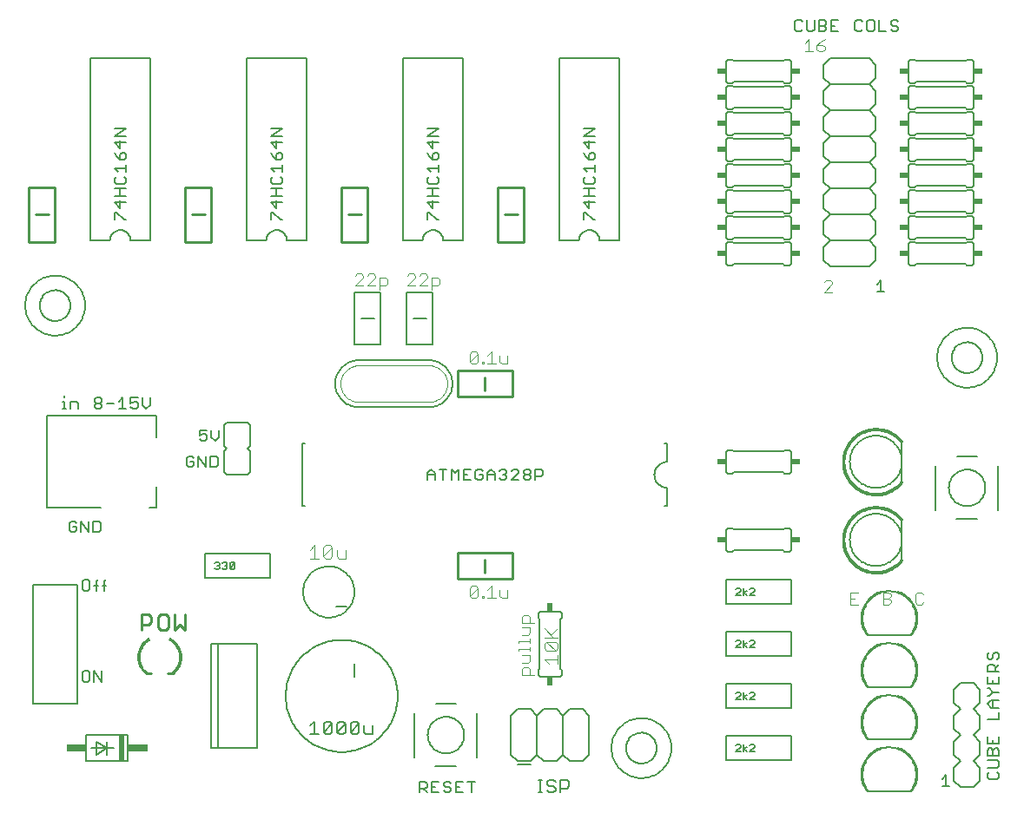
<source format=gto>
G75*
%MOIN*%
%OFA0B0*%
%FSLAX24Y24*%
%IPPOS*%
%LPD*%
%AMOC8*
5,1,8,0,0,1.08239X$1,22.5*
%
%ADD10C,0.0080*%
%ADD11C,0.0110*%
%ADD12C,0.0040*%
%ADD13C,0.0060*%
%ADD14C,0.0100*%
%ADD15C,0.0050*%
%ADD16R,0.0240X0.0340*%
%ADD17R,0.0340X0.0240*%
%ADD18C,0.0010*%
%ADD19C,0.0008*%
%ADD20R,0.0200X0.1000*%
%ADD21R,0.0750X0.0300*%
%ADD22C,0.0020*%
D10*
X004769Y003891D02*
X004769Y008469D01*
X006482Y008469D01*
X006482Y003891D01*
X004769Y003891D01*
X006666Y004790D02*
X006736Y004720D01*
X006876Y004720D01*
X006946Y004790D01*
X006946Y005070D01*
X006876Y005140D01*
X006736Y005140D01*
X006666Y005070D01*
X006666Y004790D01*
X007126Y004720D02*
X007126Y005140D01*
X007406Y004720D01*
X007406Y005140D01*
X007503Y008220D02*
X007503Y008570D01*
X007573Y008640D01*
X007573Y008430D02*
X007433Y008430D01*
X007266Y008430D02*
X007126Y008430D01*
X007196Y008570D02*
X007196Y008220D01*
X006946Y008290D02*
X006946Y008570D01*
X006876Y008640D01*
X006736Y008640D01*
X006666Y008570D01*
X006666Y008290D01*
X006736Y008220D01*
X006876Y008220D01*
X006946Y008290D01*
X007196Y008570D02*
X007266Y008640D01*
X007297Y010470D02*
X007086Y010470D01*
X007086Y010890D01*
X007297Y010890D01*
X007367Y010820D01*
X007367Y010540D01*
X007297Y010470D01*
X006906Y010470D02*
X006906Y010890D01*
X006626Y010890D02*
X006626Y010470D01*
X006446Y010540D02*
X006446Y010680D01*
X006306Y010680D01*
X006446Y010540D02*
X006376Y010470D01*
X006236Y010470D01*
X006166Y010540D01*
X006166Y010820D01*
X006236Y010890D01*
X006376Y010890D01*
X006446Y010820D01*
X006626Y010890D02*
X006906Y010470D01*
X007393Y011408D02*
X005307Y011408D01*
X005307Y014952D01*
X009519Y014952D01*
X009519Y014125D01*
X009125Y015220D02*
X008985Y015360D01*
X008985Y015640D01*
X008805Y015640D02*
X008524Y015640D01*
X008524Y015430D01*
X008665Y015500D01*
X008735Y015500D01*
X008805Y015430D01*
X008805Y015290D01*
X008735Y015220D01*
X008595Y015220D01*
X008524Y015290D01*
X008344Y015220D02*
X008064Y015220D01*
X008204Y015220D02*
X008204Y015640D01*
X008064Y015500D01*
X007884Y015430D02*
X007604Y015430D01*
X007424Y015360D02*
X007424Y015290D01*
X007353Y015220D01*
X007213Y015220D01*
X007143Y015290D01*
X007143Y015360D01*
X007213Y015430D01*
X007353Y015430D01*
X007424Y015360D01*
X007353Y015430D02*
X007424Y015500D01*
X007424Y015570D01*
X007353Y015640D01*
X007213Y015640D01*
X007143Y015570D01*
X007143Y015500D01*
X007213Y015430D01*
X006503Y015430D02*
X006503Y015220D01*
X006503Y015430D02*
X006433Y015500D01*
X006223Y015500D01*
X006223Y015220D01*
X006056Y015220D02*
X005916Y015220D01*
X005986Y015220D02*
X005986Y015500D01*
X005916Y015500D01*
X005986Y015640D02*
X005986Y015710D01*
X009125Y015220D02*
X009265Y015360D01*
X009265Y015640D01*
X011166Y014390D02*
X011166Y014180D01*
X011306Y014250D01*
X011376Y014250D01*
X011446Y014180D01*
X011446Y014040D01*
X011376Y013970D01*
X011236Y013970D01*
X011166Y014040D01*
X011166Y014390D02*
X011446Y014390D01*
X011626Y014390D02*
X011626Y014110D01*
X011766Y013970D01*
X011906Y014110D01*
X011906Y014390D01*
X011797Y013390D02*
X011586Y013390D01*
X011586Y012970D01*
X011797Y012970D01*
X011867Y013040D01*
X011867Y013320D01*
X011797Y013390D01*
X011406Y013390D02*
X011406Y012970D01*
X011126Y013390D01*
X011126Y012970D01*
X010946Y013040D02*
X010946Y013180D01*
X010806Y013180D01*
X010946Y013040D02*
X010876Y012970D01*
X010736Y012970D01*
X010666Y013040D01*
X010666Y013320D01*
X010736Y013390D01*
X010876Y013390D01*
X010946Y013320D01*
X009519Y012235D02*
X009519Y011408D01*
X009244Y011408D01*
X011385Y009652D02*
X013866Y009652D01*
X013866Y008708D01*
X011385Y008708D01*
X011385Y009652D01*
X015126Y011480D02*
X015226Y011480D01*
X015126Y011480D02*
X015126Y013880D01*
X015226Y013880D01*
X017126Y017680D02*
X018126Y017680D01*
X018126Y019680D01*
X017126Y019680D01*
X017126Y017680D01*
X017376Y018680D02*
X017876Y018680D01*
X019126Y019680D02*
X020126Y019680D01*
X020126Y017680D01*
X019126Y017680D01*
X019126Y019680D01*
X019376Y018680D02*
X019876Y018680D01*
X019915Y022470D02*
X019915Y022750D01*
X019985Y022750D01*
X020266Y022470D01*
X020336Y022470D01*
X020125Y022930D02*
X020125Y023211D01*
X020125Y023391D02*
X020125Y023671D01*
X019915Y023671D02*
X020336Y023671D01*
X020266Y023851D02*
X020336Y023921D01*
X020336Y024061D01*
X020266Y024131D01*
X020336Y024312D02*
X020336Y024592D01*
X020336Y024452D02*
X019915Y024452D01*
X020055Y024312D01*
X019985Y024131D02*
X019915Y024061D01*
X019915Y023921D01*
X019985Y023851D01*
X020266Y023851D01*
X020336Y023391D02*
X019915Y023391D01*
X019915Y023141D02*
X020125Y022930D01*
X019915Y023141D02*
X020336Y023141D01*
X020266Y024772D02*
X020336Y024842D01*
X020336Y024982D01*
X020266Y025052D01*
X020195Y025052D01*
X020125Y024982D01*
X020125Y024772D01*
X020266Y024772D01*
X020125Y024772D02*
X019985Y024912D01*
X019915Y025052D01*
X020125Y025232D02*
X020125Y025513D01*
X019915Y025443D02*
X020336Y025443D01*
X020336Y025693D02*
X019915Y025693D01*
X020336Y025973D01*
X019915Y025973D01*
X019915Y025443D02*
X020125Y025232D01*
X025915Y025052D02*
X025985Y024912D01*
X026125Y024772D01*
X026125Y024982D01*
X026195Y025052D01*
X026266Y025052D01*
X026336Y024982D01*
X026336Y024842D01*
X026266Y024772D01*
X026125Y024772D01*
X026336Y024592D02*
X026336Y024312D01*
X026336Y024452D02*
X025915Y024452D01*
X026055Y024312D01*
X025985Y024131D02*
X025915Y024061D01*
X025915Y023921D01*
X025985Y023851D01*
X026266Y023851D01*
X026336Y023921D01*
X026336Y024061D01*
X026266Y024131D01*
X026336Y023671D02*
X025915Y023671D01*
X026125Y023671D02*
X026125Y023391D01*
X026125Y023211D02*
X026125Y022930D01*
X025915Y023141D01*
X026336Y023141D01*
X026336Y023391D02*
X025915Y023391D01*
X025915Y022750D02*
X025985Y022750D01*
X026266Y022470D01*
X026336Y022470D01*
X025915Y022470D02*
X025915Y022750D01*
X026125Y025232D02*
X026125Y025513D01*
X025915Y025443D02*
X026336Y025443D01*
X026336Y025693D02*
X025915Y025693D01*
X026336Y025973D01*
X025915Y025973D01*
X025915Y025443D02*
X026125Y025232D01*
X034022Y029790D02*
X034092Y029720D01*
X034232Y029720D01*
X034302Y029790D01*
X034482Y029790D02*
X034553Y029720D01*
X034693Y029720D01*
X034763Y029790D01*
X034763Y030140D01*
X034943Y030140D02*
X035153Y030140D01*
X035223Y030070D01*
X035223Y030000D01*
X035153Y029930D01*
X034943Y029930D01*
X034943Y029720D02*
X035153Y029720D01*
X035223Y029790D01*
X035223Y029860D01*
X035153Y029930D01*
X035403Y029930D02*
X035543Y029930D01*
X035403Y029720D02*
X035683Y029720D01*
X035403Y029720D02*
X035403Y030140D01*
X035683Y030140D01*
X036324Y030070D02*
X036324Y029790D01*
X036394Y029720D01*
X036534Y029720D01*
X036604Y029790D01*
X036784Y029790D02*
X036854Y029720D01*
X036995Y029720D01*
X037065Y029790D01*
X037065Y030070D01*
X036995Y030140D01*
X036854Y030140D01*
X036784Y030070D01*
X036784Y029790D01*
X036604Y030070D02*
X036534Y030140D01*
X036394Y030140D01*
X036324Y030070D01*
X037245Y030140D02*
X037245Y029720D01*
X037525Y029720D01*
X037705Y029790D02*
X037775Y029720D01*
X037915Y029720D01*
X037985Y029790D01*
X037985Y029860D01*
X037915Y029930D01*
X037775Y029930D01*
X037705Y030000D01*
X037705Y030070D01*
X037775Y030140D01*
X037915Y030140D01*
X037985Y030070D01*
X034943Y030140D02*
X034943Y029720D01*
X034482Y029790D02*
X034482Y030140D01*
X034302Y030070D02*
X034232Y030140D01*
X034092Y030140D01*
X034022Y030070D01*
X034022Y029790D01*
X037306Y020140D02*
X037306Y019720D01*
X037166Y019720D02*
X037446Y019720D01*
X037166Y020000D02*
X037306Y020140D01*
X040035Y017180D02*
X040037Y017228D01*
X040043Y017276D01*
X040053Y017323D01*
X040066Y017369D01*
X040084Y017414D01*
X040104Y017458D01*
X040129Y017500D01*
X040157Y017539D01*
X040187Y017576D01*
X040221Y017610D01*
X040258Y017642D01*
X040296Y017671D01*
X040337Y017696D01*
X040380Y017718D01*
X040425Y017736D01*
X040471Y017750D01*
X040518Y017761D01*
X040566Y017768D01*
X040614Y017771D01*
X040662Y017770D01*
X040710Y017765D01*
X040758Y017756D01*
X040804Y017744D01*
X040849Y017727D01*
X040893Y017707D01*
X040935Y017684D01*
X040975Y017657D01*
X041013Y017627D01*
X041048Y017594D01*
X041080Y017558D01*
X041110Y017520D01*
X041136Y017479D01*
X041158Y017436D01*
X041178Y017392D01*
X041193Y017347D01*
X041205Y017300D01*
X041213Y017252D01*
X041217Y017204D01*
X041217Y017156D01*
X041213Y017108D01*
X041205Y017060D01*
X041193Y017013D01*
X041178Y016968D01*
X041158Y016924D01*
X041136Y016881D01*
X041110Y016840D01*
X041080Y016802D01*
X041048Y016766D01*
X041013Y016733D01*
X040975Y016703D01*
X040935Y016676D01*
X040893Y016653D01*
X040849Y016633D01*
X040804Y016616D01*
X040758Y016604D01*
X040710Y016595D01*
X040662Y016590D01*
X040614Y016589D01*
X040566Y016592D01*
X040518Y016599D01*
X040471Y016610D01*
X040425Y016624D01*
X040380Y016642D01*
X040337Y016664D01*
X040296Y016689D01*
X040258Y016718D01*
X040221Y016750D01*
X040187Y016784D01*
X040157Y016821D01*
X040129Y016860D01*
X040104Y016902D01*
X040084Y016946D01*
X040066Y016991D01*
X040053Y017037D01*
X040043Y017084D01*
X040037Y017132D01*
X040035Y017180D01*
X038126Y013930D02*
X038126Y012430D01*
X039426Y013030D02*
X039426Y011330D01*
X040221Y010980D02*
X041026Y010980D01*
X041826Y011330D02*
X041826Y013030D01*
X041026Y013380D02*
X040233Y013380D01*
X039926Y012180D02*
X039928Y012232D01*
X039934Y012284D01*
X039944Y012336D01*
X039957Y012386D01*
X039974Y012436D01*
X039995Y012484D01*
X040020Y012530D01*
X040048Y012574D01*
X040079Y012616D01*
X040113Y012656D01*
X040150Y012693D01*
X040190Y012727D01*
X040232Y012758D01*
X040276Y012786D01*
X040322Y012811D01*
X040370Y012832D01*
X040420Y012849D01*
X040470Y012862D01*
X040522Y012872D01*
X040574Y012878D01*
X040626Y012880D01*
X040678Y012878D01*
X040730Y012872D01*
X040782Y012862D01*
X040832Y012849D01*
X040882Y012832D01*
X040930Y012811D01*
X040976Y012786D01*
X041020Y012758D01*
X041062Y012727D01*
X041102Y012693D01*
X041139Y012656D01*
X041173Y012616D01*
X041204Y012574D01*
X041232Y012530D01*
X041257Y012484D01*
X041278Y012436D01*
X041295Y012386D01*
X041308Y012336D01*
X041318Y012284D01*
X041324Y012232D01*
X041326Y012180D01*
X041324Y012128D01*
X041318Y012076D01*
X041308Y012024D01*
X041295Y011974D01*
X041278Y011924D01*
X041257Y011876D01*
X041232Y011830D01*
X041204Y011786D01*
X041173Y011744D01*
X041139Y011704D01*
X041102Y011667D01*
X041062Y011633D01*
X041020Y011602D01*
X040976Y011574D01*
X040930Y011549D01*
X040882Y011528D01*
X040832Y011511D01*
X040782Y011498D01*
X040730Y011488D01*
X040678Y011482D01*
X040626Y011480D01*
X040574Y011482D01*
X040522Y011488D01*
X040470Y011498D01*
X040420Y011511D01*
X040370Y011528D01*
X040322Y011549D01*
X040276Y011574D01*
X040232Y011602D01*
X040190Y011633D01*
X040150Y011667D01*
X040113Y011704D01*
X040079Y011744D01*
X040048Y011786D01*
X040020Y011830D01*
X039995Y011876D01*
X039974Y011924D01*
X039957Y011974D01*
X039944Y012024D01*
X039934Y012076D01*
X039928Y012128D01*
X039926Y012180D01*
X038126Y010930D02*
X038126Y009430D01*
X037876Y008180D02*
X037937Y008164D01*
X037997Y008146D01*
X038055Y008124D01*
X038113Y008099D01*
X038169Y008071D01*
X038224Y008040D01*
X038276Y008006D01*
X038327Y007969D01*
X038376Y007930D01*
X037876Y008180D02*
X037810Y008192D01*
X037744Y008201D01*
X037678Y008206D01*
X037611Y008207D01*
X037544Y008204D01*
X037478Y008197D01*
X037412Y008187D01*
X037347Y008173D01*
X037282Y008155D01*
X037219Y008133D01*
X037157Y008107D01*
X037097Y008079D01*
X037039Y008046D01*
X036982Y008011D01*
X036928Y007972D01*
X036876Y007930D01*
X037376Y008180D02*
X037438Y008192D01*
X037500Y008200D01*
X037563Y008205D01*
X037626Y008207D01*
X037689Y008205D01*
X037752Y008200D01*
X037814Y008192D01*
X037876Y008180D01*
X038450Y006530D02*
X036801Y006530D01*
X037876Y006180D02*
X037937Y006164D01*
X037997Y006146D01*
X038055Y006124D01*
X038113Y006099D01*
X038169Y006071D01*
X038224Y006040D01*
X038276Y006006D01*
X038327Y005969D01*
X038376Y005930D01*
X037876Y006180D02*
X037810Y006192D01*
X037744Y006201D01*
X037678Y006206D01*
X037611Y006207D01*
X037544Y006204D01*
X037478Y006197D01*
X037412Y006187D01*
X037347Y006173D01*
X037282Y006155D01*
X037219Y006133D01*
X037157Y006107D01*
X037097Y006079D01*
X037039Y006046D01*
X036982Y006011D01*
X036928Y005972D01*
X036876Y005930D01*
X037376Y006180D02*
X037438Y006192D01*
X037500Y006200D01*
X037563Y006205D01*
X037626Y006207D01*
X037689Y006205D01*
X037752Y006200D01*
X037814Y006192D01*
X037876Y006180D01*
X038450Y004530D02*
X036801Y004530D01*
X037876Y004180D02*
X037937Y004164D01*
X037997Y004146D01*
X038055Y004124D01*
X038113Y004099D01*
X038169Y004071D01*
X038224Y004040D01*
X038276Y004006D01*
X038327Y003969D01*
X038376Y003930D01*
X037876Y004180D02*
X037810Y004192D01*
X037744Y004201D01*
X037678Y004206D01*
X037611Y004207D01*
X037544Y004204D01*
X037478Y004197D01*
X037412Y004187D01*
X037347Y004173D01*
X037282Y004155D01*
X037219Y004133D01*
X037157Y004107D01*
X037097Y004079D01*
X037039Y004046D01*
X036982Y004011D01*
X036928Y003972D01*
X036876Y003930D01*
X037376Y004180D02*
X037438Y004192D01*
X037500Y004200D01*
X037563Y004205D01*
X037626Y004207D01*
X037689Y004205D01*
X037752Y004200D01*
X037814Y004192D01*
X037876Y004180D01*
X038450Y002530D02*
X036801Y002530D01*
X037876Y002180D02*
X037937Y002164D01*
X037997Y002146D01*
X038055Y002124D01*
X038113Y002099D01*
X038169Y002071D01*
X038224Y002040D01*
X038276Y002006D01*
X038327Y001969D01*
X038376Y001930D01*
X037876Y002180D02*
X037810Y002192D01*
X037744Y002201D01*
X037678Y002206D01*
X037611Y002207D01*
X037544Y002204D01*
X037478Y002197D01*
X037412Y002187D01*
X037347Y002173D01*
X037282Y002155D01*
X037219Y002133D01*
X037157Y002107D01*
X037097Y002079D01*
X037039Y002046D01*
X036982Y002011D01*
X036928Y001972D01*
X036876Y001930D01*
X037376Y002180D02*
X037438Y002192D01*
X037500Y002200D01*
X037563Y002205D01*
X037626Y002207D01*
X037689Y002205D01*
X037752Y002200D01*
X037814Y002192D01*
X037876Y002180D01*
X039666Y001000D02*
X039806Y001140D01*
X039806Y000720D01*
X039666Y000720D02*
X039946Y000720D01*
X040126Y000930D02*
X040376Y000680D01*
X040876Y000680D01*
X041126Y000930D01*
X041126Y001430D01*
X040876Y001680D01*
X041126Y001930D01*
X041126Y002430D01*
X040876Y002680D01*
X041126Y002930D01*
X041126Y003430D01*
X040876Y003680D01*
X041126Y003930D01*
X041126Y004430D01*
X040876Y004680D01*
X040376Y004680D01*
X040126Y004430D01*
X040126Y003930D01*
X040376Y003680D01*
X040126Y003430D01*
X040126Y002930D01*
X040376Y002680D01*
X040126Y002430D01*
X040126Y001930D01*
X040376Y001680D01*
X040126Y001430D01*
X040126Y000930D01*
X041415Y001040D02*
X041485Y000970D01*
X041766Y000970D01*
X041836Y001040D01*
X041836Y001180D01*
X041766Y001250D01*
X041766Y001430D02*
X041415Y001430D01*
X041485Y001250D02*
X041415Y001180D01*
X041415Y001040D01*
X041766Y001430D02*
X041836Y001500D01*
X041836Y001641D01*
X041766Y001711D01*
X041415Y001711D01*
X041415Y001891D02*
X041415Y002101D01*
X041485Y002171D01*
X041555Y002171D01*
X041625Y002101D01*
X041625Y001891D01*
X041415Y001891D02*
X041836Y001891D01*
X041836Y002101D01*
X041766Y002171D01*
X041695Y002171D01*
X041625Y002101D01*
X041625Y002351D02*
X041625Y002491D01*
X041415Y002351D02*
X041836Y002351D01*
X041836Y002631D01*
X041415Y002631D02*
X041415Y002351D01*
X041415Y003272D02*
X041836Y003272D01*
X041836Y003552D01*
X041836Y003732D02*
X041555Y003732D01*
X041415Y003872D01*
X041555Y004013D01*
X041836Y004013D01*
X041625Y004013D02*
X041625Y003732D01*
X041485Y004193D02*
X041625Y004333D01*
X041836Y004333D01*
X041625Y004333D02*
X041485Y004473D01*
X041415Y004473D01*
X041415Y004653D02*
X041836Y004653D01*
X041836Y004933D01*
X041836Y005114D02*
X041415Y005114D01*
X041415Y005324D01*
X041485Y005394D01*
X041625Y005394D01*
X041695Y005324D01*
X041695Y005114D01*
X041695Y005254D02*
X041836Y005394D01*
X041766Y005574D02*
X041836Y005644D01*
X041836Y005784D01*
X041766Y005854D01*
X041695Y005854D01*
X041625Y005784D01*
X041625Y005644D01*
X041555Y005574D01*
X041485Y005574D01*
X041415Y005644D01*
X041415Y005784D01*
X041485Y005854D01*
X041415Y004933D02*
X041415Y004653D01*
X041625Y004653D02*
X041625Y004793D01*
X041485Y004193D02*
X041415Y004193D01*
X038450Y000530D02*
X036801Y000530D01*
X033866Y001708D02*
X033866Y002652D01*
X031385Y002652D01*
X031385Y001708D01*
X033866Y001708D01*
X033866Y003708D02*
X031385Y003708D01*
X031385Y004652D01*
X033866Y004652D01*
X033866Y003708D01*
X033866Y005708D02*
X031385Y005708D01*
X031385Y006652D01*
X033866Y006652D01*
X033866Y005708D01*
X033866Y007708D02*
X031385Y007708D01*
X031385Y008652D01*
X033866Y008652D01*
X033866Y007708D01*
X029126Y011480D02*
X029026Y011480D01*
X029126Y011480D02*
X029126Y012180D01*
X029082Y012182D01*
X029039Y012188D01*
X028997Y012197D01*
X028955Y012210D01*
X028915Y012227D01*
X028876Y012247D01*
X028839Y012270D01*
X028805Y012297D01*
X028772Y012326D01*
X028743Y012359D01*
X028716Y012393D01*
X028693Y012430D01*
X028673Y012469D01*
X028656Y012509D01*
X028643Y012551D01*
X028634Y012593D01*
X028628Y012636D01*
X028626Y012680D01*
X028628Y012724D01*
X028634Y012767D01*
X028643Y012809D01*
X028656Y012851D01*
X028673Y012891D01*
X028693Y012930D01*
X028716Y012967D01*
X028743Y013001D01*
X028772Y013034D01*
X028805Y013063D01*
X028839Y013090D01*
X028876Y013113D01*
X028915Y013133D01*
X028955Y013150D01*
X028997Y013163D01*
X029039Y013172D01*
X029082Y013178D01*
X029126Y013180D01*
X029126Y013880D01*
X029026Y013880D01*
X024339Y012820D02*
X024339Y012680D01*
X024269Y012610D01*
X024059Y012610D01*
X024059Y012470D02*
X024059Y012890D01*
X024269Y012890D01*
X024339Y012820D01*
X023879Y012820D02*
X023879Y012750D01*
X023809Y012680D01*
X023669Y012680D01*
X023599Y012750D01*
X023599Y012820D01*
X023669Y012890D01*
X023809Y012890D01*
X023879Y012820D01*
X023809Y012680D02*
X023879Y012610D01*
X023879Y012540D01*
X023809Y012470D01*
X023669Y012470D01*
X023599Y012540D01*
X023599Y012610D01*
X023669Y012680D01*
X023419Y012750D02*
X023419Y012820D01*
X023349Y012890D01*
X023208Y012890D01*
X023138Y012820D01*
X022958Y012820D02*
X022958Y012750D01*
X022888Y012680D01*
X022958Y012610D01*
X022958Y012540D01*
X022888Y012470D01*
X022748Y012470D01*
X022678Y012540D01*
X022498Y012470D02*
X022498Y012750D01*
X022358Y012890D01*
X022218Y012750D01*
X022218Y012470D01*
X022037Y012540D02*
X022037Y012680D01*
X021897Y012680D01*
X021757Y012820D02*
X021757Y012540D01*
X021827Y012470D01*
X021967Y012470D01*
X022037Y012540D01*
X022218Y012680D02*
X022498Y012680D01*
X022678Y012820D02*
X022748Y012890D01*
X022888Y012890D01*
X022958Y012820D01*
X022888Y012680D02*
X022818Y012680D01*
X023138Y012470D02*
X023419Y012750D01*
X023419Y012470D02*
X023138Y012470D01*
X022037Y012820D02*
X021967Y012890D01*
X021827Y012890D01*
X021757Y012820D01*
X021577Y012890D02*
X021297Y012890D01*
X021297Y012470D01*
X021577Y012470D01*
X021437Y012680D02*
X021297Y012680D01*
X021117Y012890D02*
X021117Y012470D01*
X020836Y012470D02*
X020836Y012890D01*
X020976Y012750D01*
X021117Y012890D01*
X020656Y012890D02*
X020376Y012890D01*
X020516Y012890D02*
X020516Y012470D01*
X020196Y012470D02*
X020196Y012750D01*
X020056Y012890D01*
X019916Y012750D01*
X019916Y012470D01*
X019916Y012680D02*
X020196Y012680D01*
X015142Y008180D02*
X015144Y008242D01*
X015150Y008305D01*
X015160Y008366D01*
X015174Y008427D01*
X015191Y008487D01*
X015212Y008546D01*
X015238Y008603D01*
X015266Y008658D01*
X015298Y008712D01*
X015334Y008763D01*
X015372Y008813D01*
X015414Y008859D01*
X015458Y008903D01*
X015506Y008944D01*
X015555Y008982D01*
X015607Y009016D01*
X015661Y009047D01*
X015717Y009075D01*
X015775Y009099D01*
X015834Y009120D01*
X015894Y009136D01*
X015955Y009149D01*
X016017Y009158D01*
X016079Y009163D01*
X016142Y009164D01*
X016204Y009161D01*
X016266Y009154D01*
X016328Y009143D01*
X016388Y009128D01*
X016448Y009110D01*
X016506Y009088D01*
X016563Y009062D01*
X016618Y009032D01*
X016671Y008999D01*
X016722Y008963D01*
X016770Y008924D01*
X016816Y008881D01*
X016859Y008836D01*
X016899Y008788D01*
X016936Y008738D01*
X016970Y008685D01*
X017001Y008631D01*
X017027Y008575D01*
X017051Y008517D01*
X017070Y008457D01*
X017086Y008397D01*
X017098Y008335D01*
X017106Y008274D01*
X017110Y008211D01*
X017110Y008149D01*
X017106Y008086D01*
X017098Y008025D01*
X017086Y007963D01*
X017070Y007903D01*
X017051Y007843D01*
X017027Y007785D01*
X017001Y007729D01*
X016970Y007675D01*
X016936Y007622D01*
X016899Y007572D01*
X016859Y007524D01*
X016816Y007479D01*
X016770Y007436D01*
X016722Y007397D01*
X016671Y007361D01*
X016618Y007328D01*
X016563Y007298D01*
X016506Y007272D01*
X016448Y007250D01*
X016388Y007232D01*
X016328Y007217D01*
X016266Y007206D01*
X016204Y007199D01*
X016142Y007196D01*
X016079Y007197D01*
X016017Y007202D01*
X015955Y007211D01*
X015894Y007224D01*
X015834Y007240D01*
X015775Y007261D01*
X015717Y007285D01*
X015661Y007313D01*
X015607Y007344D01*
X015555Y007378D01*
X015506Y007416D01*
X015458Y007457D01*
X015414Y007501D01*
X015372Y007547D01*
X015334Y007597D01*
X015298Y007648D01*
X015266Y007702D01*
X015238Y007757D01*
X015212Y007814D01*
X015191Y007873D01*
X015174Y007933D01*
X015160Y007994D01*
X015150Y008055D01*
X015144Y008118D01*
X015142Y008180D01*
X016426Y007630D02*
X016826Y007630D01*
X017126Y005430D02*
X017126Y004930D01*
X014476Y004180D02*
X014478Y004272D01*
X014484Y004365D01*
X014494Y004457D01*
X014508Y004548D01*
X014526Y004639D01*
X014547Y004729D01*
X014573Y004818D01*
X014602Y004906D01*
X014635Y004992D01*
X014672Y005077D01*
X014712Y005160D01*
X014756Y005242D01*
X014804Y005321D01*
X014855Y005398D01*
X014909Y005473D01*
X014966Y005546D01*
X015026Y005616D01*
X015089Y005684D01*
X015156Y005749D01*
X015224Y005810D01*
X015296Y005869D01*
X015370Y005925D01*
X015446Y005977D01*
X015524Y006026D01*
X015605Y006072D01*
X015687Y006114D01*
X015771Y006153D01*
X015857Y006188D01*
X015944Y006219D01*
X016032Y006246D01*
X016122Y006270D01*
X016212Y006290D01*
X016303Y006306D01*
X016395Y006318D01*
X016487Y006326D01*
X016580Y006330D01*
X016672Y006330D01*
X016765Y006326D01*
X016857Y006318D01*
X016949Y006306D01*
X017040Y006290D01*
X017130Y006270D01*
X017220Y006246D01*
X017308Y006219D01*
X017395Y006188D01*
X017481Y006153D01*
X017565Y006114D01*
X017647Y006072D01*
X017728Y006026D01*
X017806Y005977D01*
X017882Y005925D01*
X017956Y005869D01*
X018028Y005810D01*
X018096Y005749D01*
X018163Y005684D01*
X018226Y005616D01*
X018286Y005546D01*
X018343Y005473D01*
X018397Y005398D01*
X018448Y005321D01*
X018496Y005242D01*
X018540Y005160D01*
X018580Y005077D01*
X018617Y004992D01*
X018650Y004906D01*
X018679Y004818D01*
X018705Y004729D01*
X018726Y004639D01*
X018744Y004548D01*
X018758Y004457D01*
X018768Y004365D01*
X018774Y004272D01*
X018776Y004180D01*
X018774Y004088D01*
X018768Y003995D01*
X018758Y003903D01*
X018744Y003812D01*
X018726Y003721D01*
X018705Y003631D01*
X018679Y003542D01*
X018650Y003454D01*
X018617Y003368D01*
X018580Y003283D01*
X018540Y003200D01*
X018496Y003118D01*
X018448Y003039D01*
X018397Y002962D01*
X018343Y002887D01*
X018286Y002814D01*
X018226Y002744D01*
X018163Y002676D01*
X018096Y002611D01*
X018028Y002550D01*
X017956Y002491D01*
X017882Y002435D01*
X017806Y002383D01*
X017728Y002334D01*
X017647Y002288D01*
X017565Y002246D01*
X017481Y002207D01*
X017395Y002172D01*
X017308Y002141D01*
X017220Y002114D01*
X017130Y002090D01*
X017040Y002070D01*
X016949Y002054D01*
X016857Y002042D01*
X016765Y002034D01*
X016672Y002030D01*
X016580Y002030D01*
X016487Y002034D01*
X016395Y002042D01*
X016303Y002054D01*
X016212Y002070D01*
X016122Y002090D01*
X016032Y002114D01*
X015944Y002141D01*
X015857Y002172D01*
X015771Y002207D01*
X015687Y002246D01*
X015605Y002288D01*
X015524Y002334D01*
X015446Y002383D01*
X015370Y002435D01*
X015296Y002491D01*
X015224Y002550D01*
X015156Y002611D01*
X015089Y002676D01*
X015026Y002744D01*
X014966Y002814D01*
X014909Y002887D01*
X014855Y002962D01*
X014804Y003039D01*
X014756Y003118D01*
X014712Y003200D01*
X014672Y003283D01*
X014635Y003368D01*
X014602Y003454D01*
X014573Y003542D01*
X014547Y003631D01*
X014526Y003721D01*
X014508Y003812D01*
X014494Y003903D01*
X014484Y003995D01*
X014478Y004088D01*
X014476Y004180D01*
X015576Y003200D02*
X015416Y003040D01*
X015576Y003200D02*
X015576Y002720D01*
X015416Y002720D02*
X015736Y002720D01*
X015931Y002800D02*
X016252Y003120D01*
X016252Y002800D01*
X016171Y002720D01*
X016011Y002720D01*
X015931Y002800D01*
X015931Y003120D01*
X016011Y003200D01*
X016171Y003200D01*
X016252Y003120D01*
X016447Y003120D02*
X016447Y002800D01*
X016767Y003120D01*
X016767Y002800D01*
X016687Y002720D01*
X016527Y002720D01*
X016447Y002800D01*
X016447Y003120D02*
X016527Y003200D01*
X016687Y003200D01*
X016767Y003120D01*
X016963Y003120D02*
X017043Y003200D01*
X017203Y003200D01*
X017283Y003120D01*
X016963Y002800D01*
X017043Y002720D01*
X017203Y002720D01*
X017283Y002800D01*
X017283Y003120D01*
X017478Y003040D02*
X017478Y002800D01*
X017558Y002720D01*
X017798Y002720D01*
X017798Y003040D01*
X016963Y003120D02*
X016963Y002800D01*
X019426Y003530D02*
X019426Y001830D01*
X020221Y001480D02*
X021026Y001480D01*
X021826Y001830D02*
X021826Y003530D01*
X021026Y003880D02*
X020233Y003880D01*
X019926Y002680D02*
X019928Y002732D01*
X019934Y002784D01*
X019944Y002836D01*
X019957Y002886D01*
X019974Y002936D01*
X019995Y002984D01*
X020020Y003030D01*
X020048Y003074D01*
X020079Y003116D01*
X020113Y003156D01*
X020150Y003193D01*
X020190Y003227D01*
X020232Y003258D01*
X020276Y003286D01*
X020322Y003311D01*
X020370Y003332D01*
X020420Y003349D01*
X020470Y003362D01*
X020522Y003372D01*
X020574Y003378D01*
X020626Y003380D01*
X020678Y003378D01*
X020730Y003372D01*
X020782Y003362D01*
X020832Y003349D01*
X020882Y003332D01*
X020930Y003311D01*
X020976Y003286D01*
X021020Y003258D01*
X021062Y003227D01*
X021102Y003193D01*
X021139Y003156D01*
X021173Y003116D01*
X021204Y003074D01*
X021232Y003030D01*
X021257Y002984D01*
X021278Y002936D01*
X021295Y002886D01*
X021308Y002836D01*
X021318Y002784D01*
X021324Y002732D01*
X021326Y002680D01*
X021324Y002628D01*
X021318Y002576D01*
X021308Y002524D01*
X021295Y002474D01*
X021278Y002424D01*
X021257Y002376D01*
X021232Y002330D01*
X021204Y002286D01*
X021173Y002244D01*
X021139Y002204D01*
X021102Y002167D01*
X021062Y002133D01*
X021020Y002102D01*
X020976Y002074D01*
X020930Y002049D01*
X020882Y002028D01*
X020832Y002011D01*
X020782Y001998D01*
X020730Y001988D01*
X020678Y001982D01*
X020626Y001980D01*
X020574Y001982D01*
X020522Y001988D01*
X020470Y001998D01*
X020420Y002011D01*
X020370Y002028D01*
X020322Y002049D01*
X020276Y002074D01*
X020232Y002102D01*
X020190Y002133D01*
X020150Y002167D01*
X020113Y002204D01*
X020079Y002244D01*
X020048Y002286D01*
X020020Y002330D01*
X019995Y002376D01*
X019974Y002424D01*
X019957Y002474D01*
X019944Y002524D01*
X019934Y002576D01*
X019928Y002628D01*
X019926Y002680D01*
X019824Y000890D02*
X019614Y000890D01*
X019614Y000470D01*
X019614Y000610D02*
X019824Y000610D01*
X019894Y000680D01*
X019894Y000820D01*
X019824Y000890D01*
X020074Y000890D02*
X020074Y000470D01*
X020354Y000470D01*
X020534Y000540D02*
X020604Y000470D01*
X020745Y000470D01*
X020815Y000540D01*
X020815Y000610D01*
X020745Y000680D01*
X020604Y000680D01*
X020534Y000750D01*
X020534Y000820D01*
X020604Y000890D01*
X020745Y000890D01*
X020815Y000820D01*
X020995Y000890D02*
X020995Y000470D01*
X021275Y000470D01*
X021135Y000680D02*
X020995Y000680D01*
X020995Y000890D02*
X021275Y000890D01*
X021455Y000890D02*
X021735Y000890D01*
X021595Y000890D02*
X021595Y000470D01*
X020354Y000890D02*
X020074Y000890D01*
X020074Y000680D02*
X020214Y000680D01*
X019894Y000470D02*
X019754Y000610D01*
X023126Y001930D02*
X023126Y003430D01*
X023376Y003680D01*
X023876Y003680D01*
X024126Y003430D01*
X024126Y001930D01*
X024376Y001680D01*
X024876Y001680D01*
X025126Y001930D01*
X025126Y003430D01*
X025376Y003680D01*
X025876Y003680D01*
X026126Y003430D01*
X026126Y001930D01*
X025876Y001680D01*
X025376Y001680D01*
X025126Y001930D01*
X024126Y001930D02*
X023876Y001680D01*
X023376Y001680D01*
X023126Y001930D01*
X023376Y001548D02*
X023876Y001548D01*
X024166Y000950D02*
X024326Y000950D01*
X024246Y000950D02*
X024246Y000470D01*
X024166Y000470D02*
X024326Y000470D01*
X024509Y000550D02*
X024589Y000470D01*
X024750Y000470D01*
X024830Y000550D01*
X024830Y000630D01*
X024750Y000710D01*
X024589Y000710D01*
X024509Y000790D01*
X024509Y000870D01*
X024589Y000950D01*
X024750Y000950D01*
X024830Y000870D01*
X025025Y000950D02*
X025265Y000950D01*
X025345Y000870D01*
X025345Y000710D01*
X025265Y000630D01*
X025025Y000630D01*
X025025Y000470D02*
X025025Y000950D01*
X025126Y003430D02*
X024876Y003680D01*
X024376Y003680D01*
X024126Y003430D01*
X027535Y002180D02*
X027537Y002228D01*
X027543Y002276D01*
X027553Y002323D01*
X027566Y002369D01*
X027584Y002414D01*
X027604Y002458D01*
X027629Y002500D01*
X027657Y002539D01*
X027687Y002576D01*
X027721Y002610D01*
X027758Y002642D01*
X027796Y002671D01*
X027837Y002696D01*
X027880Y002718D01*
X027925Y002736D01*
X027971Y002750D01*
X028018Y002761D01*
X028066Y002768D01*
X028114Y002771D01*
X028162Y002770D01*
X028210Y002765D01*
X028258Y002756D01*
X028304Y002744D01*
X028349Y002727D01*
X028393Y002707D01*
X028435Y002684D01*
X028475Y002657D01*
X028513Y002627D01*
X028548Y002594D01*
X028580Y002558D01*
X028610Y002520D01*
X028636Y002479D01*
X028658Y002436D01*
X028678Y002392D01*
X028693Y002347D01*
X028705Y002300D01*
X028713Y002252D01*
X028717Y002204D01*
X028717Y002156D01*
X028713Y002108D01*
X028705Y002060D01*
X028693Y002013D01*
X028678Y001968D01*
X028658Y001924D01*
X028636Y001881D01*
X028610Y001840D01*
X028580Y001802D01*
X028548Y001766D01*
X028513Y001733D01*
X028475Y001703D01*
X028435Y001676D01*
X028393Y001653D01*
X028349Y001633D01*
X028304Y001616D01*
X028258Y001604D01*
X028210Y001595D01*
X028162Y001590D01*
X028114Y001589D01*
X028066Y001592D01*
X028018Y001599D01*
X027971Y001610D01*
X027925Y001624D01*
X027880Y001642D01*
X027837Y001664D01*
X027796Y001689D01*
X027758Y001718D01*
X027721Y001750D01*
X027687Y001784D01*
X027657Y001821D01*
X027629Y001860D01*
X027604Y001902D01*
X027584Y001946D01*
X027566Y001991D01*
X027553Y002037D01*
X027543Y002084D01*
X027537Y002132D01*
X027535Y002180D01*
X013376Y002180D02*
X011876Y002180D01*
X011876Y006180D01*
X013376Y006180D01*
X013376Y002180D01*
X011876Y002180D02*
X011626Y002180D01*
X011626Y006180D01*
X011876Y006180D01*
X005035Y019180D02*
X005037Y019228D01*
X005043Y019276D01*
X005053Y019323D01*
X005066Y019369D01*
X005084Y019414D01*
X005104Y019458D01*
X005129Y019500D01*
X005157Y019539D01*
X005187Y019576D01*
X005221Y019610D01*
X005258Y019642D01*
X005296Y019671D01*
X005337Y019696D01*
X005380Y019718D01*
X005425Y019736D01*
X005471Y019750D01*
X005518Y019761D01*
X005566Y019768D01*
X005614Y019771D01*
X005662Y019770D01*
X005710Y019765D01*
X005758Y019756D01*
X005804Y019744D01*
X005849Y019727D01*
X005893Y019707D01*
X005935Y019684D01*
X005975Y019657D01*
X006013Y019627D01*
X006048Y019594D01*
X006080Y019558D01*
X006110Y019520D01*
X006136Y019479D01*
X006158Y019436D01*
X006178Y019392D01*
X006193Y019347D01*
X006205Y019300D01*
X006213Y019252D01*
X006217Y019204D01*
X006217Y019156D01*
X006213Y019108D01*
X006205Y019060D01*
X006193Y019013D01*
X006178Y018968D01*
X006158Y018924D01*
X006136Y018881D01*
X006110Y018840D01*
X006080Y018802D01*
X006048Y018766D01*
X006013Y018733D01*
X005975Y018703D01*
X005935Y018676D01*
X005893Y018653D01*
X005849Y018633D01*
X005804Y018616D01*
X005758Y018604D01*
X005710Y018595D01*
X005662Y018590D01*
X005614Y018589D01*
X005566Y018592D01*
X005518Y018599D01*
X005471Y018610D01*
X005425Y018624D01*
X005380Y018642D01*
X005337Y018664D01*
X005296Y018689D01*
X005258Y018718D01*
X005221Y018750D01*
X005187Y018784D01*
X005157Y018821D01*
X005129Y018860D01*
X005104Y018902D01*
X005084Y018946D01*
X005066Y018991D01*
X005053Y019037D01*
X005043Y019084D01*
X005037Y019132D01*
X005035Y019180D01*
X007915Y022470D02*
X007915Y022750D01*
X007985Y022750D01*
X008266Y022470D01*
X008336Y022470D01*
X008125Y022930D02*
X008125Y023211D01*
X008125Y023391D02*
X008125Y023671D01*
X007915Y023671D02*
X008336Y023671D01*
X008266Y023851D02*
X008336Y023921D01*
X008336Y024061D01*
X008266Y024131D01*
X008336Y024312D02*
X008336Y024592D01*
X008336Y024452D02*
X007915Y024452D01*
X008055Y024312D01*
X007985Y024131D02*
X007915Y024061D01*
X007915Y023921D01*
X007985Y023851D01*
X008266Y023851D01*
X008336Y023391D02*
X007915Y023391D01*
X007915Y023141D02*
X008125Y022930D01*
X007915Y023141D02*
X008336Y023141D01*
X008266Y024772D02*
X008125Y024772D01*
X008125Y024982D01*
X008195Y025052D01*
X008266Y025052D01*
X008336Y024982D01*
X008336Y024842D01*
X008266Y024772D01*
X008125Y024772D02*
X007985Y024912D01*
X007915Y025052D01*
X008125Y025232D02*
X008125Y025513D01*
X007915Y025443D02*
X008125Y025232D01*
X007915Y025443D02*
X008336Y025443D01*
X008336Y025693D02*
X007915Y025693D01*
X008336Y025973D01*
X007915Y025973D01*
X013915Y025973D02*
X014336Y025973D01*
X013915Y025693D01*
X014336Y025693D01*
X014336Y025443D02*
X013915Y025443D01*
X014125Y025232D01*
X014125Y025513D01*
X014195Y025052D02*
X014125Y024982D01*
X014125Y024772D01*
X014266Y024772D01*
X014336Y024842D01*
X014336Y024982D01*
X014266Y025052D01*
X014195Y025052D01*
X013985Y024912D02*
X014125Y024772D01*
X013985Y024912D02*
X013915Y025052D01*
X013915Y024452D02*
X014336Y024452D01*
X014336Y024312D02*
X014336Y024592D01*
X014055Y024312D02*
X013915Y024452D01*
X013985Y024131D02*
X013915Y024061D01*
X013915Y023921D01*
X013985Y023851D01*
X014266Y023851D01*
X014336Y023921D01*
X014336Y024061D01*
X014266Y024131D01*
X014336Y023671D02*
X013915Y023671D01*
X014125Y023671D02*
X014125Y023391D01*
X014125Y023211D02*
X014125Y022930D01*
X013915Y023141D01*
X014336Y023141D01*
X014336Y023391D02*
X013915Y023391D01*
X013915Y022750D02*
X013985Y022750D01*
X014266Y022470D01*
X014336Y022470D01*
X013915Y022470D02*
X013915Y022750D01*
D11*
X010613Y007326D02*
X010613Y006735D01*
X010417Y006932D01*
X010220Y006735D01*
X010220Y007326D01*
X009969Y007227D02*
X009870Y007326D01*
X009674Y007326D01*
X009575Y007227D01*
X009575Y006833D01*
X009674Y006735D01*
X009870Y006735D01*
X009969Y006833D01*
X009969Y007227D01*
X009324Y007227D02*
X009324Y007030D01*
X009226Y006932D01*
X008931Y006932D01*
X008931Y006735D02*
X008931Y007326D01*
X009226Y007326D01*
X009324Y007227D01*
D12*
X015396Y009450D02*
X015743Y009450D01*
X015569Y009450D02*
X015569Y009970D01*
X015396Y009797D01*
X015911Y009884D02*
X015998Y009970D01*
X016171Y009970D01*
X016258Y009884D01*
X015911Y009537D01*
X015998Y009450D01*
X016171Y009450D01*
X016258Y009537D01*
X016258Y009884D01*
X016427Y009797D02*
X016427Y009537D01*
X016514Y009450D01*
X016774Y009450D01*
X016774Y009797D01*
X015911Y009884D02*
X015911Y009537D01*
X021534Y008334D02*
X021534Y008027D01*
X021841Y008334D01*
X021841Y008027D01*
X021764Y007950D01*
X021611Y007950D01*
X021534Y008027D01*
X021534Y008334D02*
X021611Y008410D01*
X021764Y008410D01*
X021841Y008334D01*
X021995Y008027D02*
X022071Y008027D01*
X022071Y007950D01*
X021995Y007950D01*
X021995Y008027D01*
X022225Y007950D02*
X022532Y007950D01*
X022378Y007950D02*
X022378Y008410D01*
X022225Y008257D01*
X022685Y008257D02*
X022685Y008027D01*
X022762Y007950D01*
X022992Y007950D01*
X022992Y008257D01*
X023625Y007297D02*
X023779Y007297D01*
X023856Y007220D01*
X023856Y006990D01*
X024009Y006990D02*
X023549Y006990D01*
X023549Y007220D01*
X023625Y007297D01*
X023549Y006836D02*
X023856Y006836D01*
X023856Y006606D01*
X023779Y006529D01*
X023549Y006529D01*
X023395Y006299D02*
X023856Y006299D01*
X023856Y006222D02*
X023856Y006376D01*
X023856Y006069D02*
X023856Y005915D01*
X023856Y005992D02*
X023395Y005992D01*
X023395Y005915D01*
X023549Y005762D02*
X023856Y005762D01*
X023856Y005532D01*
X023779Y005455D01*
X023549Y005455D01*
X023625Y005301D02*
X023779Y005301D01*
X023856Y005225D01*
X023856Y004995D01*
X024009Y004995D02*
X023549Y004995D01*
X023549Y005225D01*
X023625Y005301D01*
X024395Y005577D02*
X024916Y005577D01*
X024916Y005750D02*
X024916Y005403D01*
X024569Y005403D02*
X024395Y005577D01*
X024482Y005919D02*
X024395Y006005D01*
X024395Y006179D01*
X024482Y006266D01*
X024829Y005919D01*
X024916Y006005D01*
X024916Y006179D01*
X024829Y006266D01*
X024482Y006266D01*
X024395Y006434D02*
X024916Y006434D01*
X024742Y006434D02*
X024395Y006781D01*
X024655Y006521D02*
X024916Y006781D01*
X024829Y005919D02*
X024482Y005919D01*
X023395Y006222D02*
X023395Y006299D01*
X036146Y007700D02*
X036453Y007700D01*
X036299Y007930D02*
X036146Y007930D01*
X036146Y008160D02*
X036146Y007700D01*
X036146Y008160D02*
X036453Y008160D01*
X037396Y008160D02*
X037396Y007700D01*
X037626Y007700D01*
X037703Y007777D01*
X037703Y007853D01*
X037626Y007930D01*
X037396Y007930D01*
X037626Y007930D02*
X037703Y008007D01*
X037703Y008084D01*
X037626Y008160D01*
X037396Y008160D01*
X038646Y008084D02*
X038646Y007777D01*
X038722Y007700D01*
X038876Y007700D01*
X038953Y007777D01*
X038953Y008084D02*
X038876Y008160D01*
X038722Y008160D01*
X038646Y008084D01*
X035453Y019700D02*
X035146Y019700D01*
X035453Y020007D01*
X035453Y020084D01*
X035376Y020160D01*
X035222Y020160D01*
X035146Y020084D01*
X035086Y028950D02*
X035163Y029027D01*
X035163Y029103D01*
X035086Y029180D01*
X034856Y029180D01*
X034856Y029027D01*
X034933Y028950D01*
X035086Y028950D01*
X034856Y029180D02*
X035009Y029334D01*
X035163Y029410D01*
X034549Y029410D02*
X034549Y028950D01*
X034396Y028950D02*
X034703Y028950D01*
X034396Y029257D02*
X034549Y029410D01*
X020373Y020180D02*
X020373Y020027D01*
X020297Y019950D01*
X020066Y019950D01*
X019913Y019950D02*
X019606Y019950D01*
X019913Y020257D01*
X019913Y020334D01*
X019836Y020410D01*
X019683Y020410D01*
X019606Y020334D01*
X019453Y020334D02*
X019376Y020410D01*
X019222Y020410D01*
X019146Y020334D01*
X019453Y020334D02*
X019453Y020257D01*
X019146Y019950D01*
X019453Y019950D01*
X020066Y019797D02*
X020066Y020257D01*
X020297Y020257D01*
X020373Y020180D01*
X018373Y020180D02*
X018373Y020027D01*
X018297Y019950D01*
X018066Y019950D01*
X017913Y019950D02*
X017606Y019950D01*
X017913Y020257D01*
X017913Y020334D01*
X017836Y020410D01*
X017683Y020410D01*
X017606Y020334D01*
X017453Y020334D02*
X017376Y020410D01*
X017222Y020410D01*
X017146Y020334D01*
X017453Y020334D02*
X017453Y020257D01*
X017146Y019950D01*
X017453Y019950D01*
X018066Y019797D02*
X018066Y020257D01*
X018297Y020257D01*
X018373Y020180D01*
X021534Y017334D02*
X021611Y017410D01*
X021764Y017410D01*
X021841Y017334D01*
X021534Y017027D01*
X021611Y016950D01*
X021764Y016950D01*
X021841Y017027D01*
X021841Y017334D01*
X021534Y017334D02*
X021534Y017027D01*
X021995Y017027D02*
X022071Y017027D01*
X022071Y016950D01*
X021995Y016950D01*
X021995Y017027D01*
X022225Y016950D02*
X022532Y016950D01*
X022378Y016950D02*
X022378Y017410D01*
X022225Y017257D01*
X022685Y017257D02*
X022685Y017027D01*
X022762Y016950D01*
X022992Y016950D01*
X022992Y017257D01*
D13*
X019976Y017080D02*
X017276Y017080D01*
X017217Y017078D01*
X017159Y017072D01*
X017100Y017063D01*
X017043Y017049D01*
X016987Y017032D01*
X016932Y017011D01*
X016878Y016987D01*
X016826Y016959D01*
X016776Y016928D01*
X016728Y016894D01*
X016683Y016857D01*
X016640Y016816D01*
X016599Y016773D01*
X016562Y016728D01*
X016528Y016680D01*
X016497Y016630D01*
X016469Y016578D01*
X016445Y016524D01*
X016424Y016469D01*
X016407Y016413D01*
X016393Y016356D01*
X016384Y016297D01*
X016378Y016239D01*
X016376Y016180D01*
X016378Y016121D01*
X016384Y016063D01*
X016393Y016004D01*
X016407Y015947D01*
X016424Y015891D01*
X016445Y015836D01*
X016469Y015782D01*
X016497Y015730D01*
X016528Y015680D01*
X016562Y015632D01*
X016599Y015587D01*
X016640Y015544D01*
X016683Y015503D01*
X016728Y015466D01*
X016776Y015432D01*
X016826Y015401D01*
X016878Y015373D01*
X016932Y015349D01*
X016987Y015328D01*
X017043Y015311D01*
X017100Y015297D01*
X017159Y015288D01*
X017217Y015282D01*
X017276Y015280D01*
X019976Y015280D01*
X020035Y015282D01*
X020093Y015288D01*
X020152Y015297D01*
X020209Y015311D01*
X020265Y015328D01*
X020320Y015349D01*
X020374Y015373D01*
X020426Y015401D01*
X020476Y015432D01*
X020524Y015466D01*
X020569Y015503D01*
X020612Y015544D01*
X020653Y015587D01*
X020690Y015632D01*
X020724Y015680D01*
X020755Y015730D01*
X020783Y015782D01*
X020807Y015836D01*
X020828Y015891D01*
X020845Y015947D01*
X020859Y016004D01*
X020868Y016063D01*
X020874Y016121D01*
X020876Y016180D01*
X020874Y016239D01*
X020868Y016297D01*
X020859Y016356D01*
X020845Y016413D01*
X020828Y016469D01*
X020807Y016524D01*
X020783Y016578D01*
X020755Y016630D01*
X020724Y016680D01*
X020690Y016728D01*
X020653Y016773D01*
X020612Y016816D01*
X020569Y016857D01*
X020524Y016894D01*
X020476Y016928D01*
X020426Y016959D01*
X020374Y016987D01*
X020320Y017011D01*
X020265Y017032D01*
X020209Y017049D01*
X020152Y017063D01*
X020093Y017072D01*
X020035Y017078D01*
X019976Y017080D01*
X019726Y021680D02*
X019728Y021719D01*
X019734Y021758D01*
X019743Y021796D01*
X019756Y021833D01*
X019773Y021869D01*
X019793Y021902D01*
X019817Y021934D01*
X019843Y021963D01*
X019872Y021989D01*
X019904Y022013D01*
X019937Y022033D01*
X019973Y022050D01*
X020010Y022063D01*
X020048Y022072D01*
X020087Y022078D01*
X020126Y022080D01*
X020165Y022078D01*
X020204Y022072D01*
X020242Y022063D01*
X020279Y022050D01*
X020315Y022033D01*
X020348Y022013D01*
X020380Y021989D01*
X020409Y021963D01*
X020435Y021934D01*
X020459Y021902D01*
X020479Y021869D01*
X020496Y021833D01*
X020509Y021796D01*
X020518Y021758D01*
X020524Y021719D01*
X020526Y021680D01*
X021276Y021680D01*
X021276Y028680D01*
X018976Y028680D01*
X018976Y021680D01*
X019726Y021680D01*
X015276Y021680D02*
X014526Y021680D01*
X014524Y021719D01*
X014518Y021758D01*
X014509Y021796D01*
X014496Y021833D01*
X014479Y021869D01*
X014459Y021902D01*
X014435Y021934D01*
X014409Y021963D01*
X014380Y021989D01*
X014348Y022013D01*
X014315Y022033D01*
X014279Y022050D01*
X014242Y022063D01*
X014204Y022072D01*
X014165Y022078D01*
X014126Y022080D01*
X014087Y022078D01*
X014048Y022072D01*
X014010Y022063D01*
X013973Y022050D01*
X013937Y022033D01*
X013904Y022013D01*
X013872Y021989D01*
X013843Y021963D01*
X013817Y021934D01*
X013793Y021902D01*
X013773Y021869D01*
X013756Y021833D01*
X013743Y021796D01*
X013734Y021758D01*
X013728Y021719D01*
X013726Y021680D01*
X012976Y021680D01*
X012976Y028680D01*
X015276Y028680D01*
X015276Y021680D01*
X009276Y021680D02*
X008526Y021680D01*
X008524Y021719D01*
X008518Y021758D01*
X008509Y021796D01*
X008496Y021833D01*
X008479Y021869D01*
X008459Y021902D01*
X008435Y021934D01*
X008409Y021963D01*
X008380Y021989D01*
X008348Y022013D01*
X008315Y022033D01*
X008279Y022050D01*
X008242Y022063D01*
X008204Y022072D01*
X008165Y022078D01*
X008126Y022080D01*
X008087Y022078D01*
X008048Y022072D01*
X008010Y022063D01*
X007973Y022050D01*
X007937Y022033D01*
X007904Y022013D01*
X007872Y021989D01*
X007843Y021963D01*
X007817Y021934D01*
X007793Y021902D01*
X007773Y021869D01*
X007756Y021833D01*
X007743Y021796D01*
X007734Y021758D01*
X007728Y021719D01*
X007726Y021680D01*
X006976Y021680D01*
X006976Y028680D01*
X009276Y028680D01*
X009276Y021680D01*
X004476Y019180D02*
X004478Y019247D01*
X004484Y019315D01*
X004494Y019382D01*
X004508Y019448D01*
X004525Y019513D01*
X004547Y019577D01*
X004572Y019640D01*
X004601Y019701D01*
X004633Y019760D01*
X004669Y019817D01*
X004708Y019872D01*
X004750Y019925D01*
X004795Y019975D01*
X004843Y020022D01*
X004894Y020067D01*
X004947Y020108D01*
X005003Y020147D01*
X005061Y020182D01*
X005121Y020213D01*
X005182Y020241D01*
X005245Y020265D01*
X005309Y020286D01*
X005375Y020302D01*
X005441Y020315D01*
X005508Y020324D01*
X005575Y020329D01*
X005643Y020330D01*
X005710Y020327D01*
X005777Y020320D01*
X005844Y020309D01*
X005910Y020294D01*
X005975Y020276D01*
X006039Y020253D01*
X006101Y020227D01*
X006162Y020198D01*
X006220Y020164D01*
X006277Y020128D01*
X006332Y020088D01*
X006384Y020045D01*
X006433Y019999D01*
X006480Y019950D01*
X006524Y019899D01*
X006564Y019845D01*
X006602Y019789D01*
X006636Y019730D01*
X006666Y019670D01*
X006693Y019608D01*
X006717Y019545D01*
X006736Y019480D01*
X006752Y019415D01*
X006764Y019348D01*
X006772Y019281D01*
X006776Y019214D01*
X006776Y019146D01*
X006772Y019079D01*
X006764Y019012D01*
X006752Y018945D01*
X006736Y018880D01*
X006717Y018815D01*
X006693Y018752D01*
X006666Y018690D01*
X006636Y018630D01*
X006602Y018571D01*
X006564Y018515D01*
X006524Y018461D01*
X006480Y018410D01*
X006433Y018361D01*
X006384Y018315D01*
X006332Y018272D01*
X006277Y018232D01*
X006220Y018196D01*
X006162Y018162D01*
X006101Y018133D01*
X006039Y018107D01*
X005975Y018084D01*
X005910Y018066D01*
X005844Y018051D01*
X005777Y018040D01*
X005710Y018033D01*
X005643Y018030D01*
X005575Y018031D01*
X005508Y018036D01*
X005441Y018045D01*
X005375Y018058D01*
X005309Y018074D01*
X005245Y018095D01*
X005182Y018119D01*
X005121Y018147D01*
X005061Y018178D01*
X005003Y018213D01*
X004947Y018252D01*
X004894Y018293D01*
X004843Y018338D01*
X004795Y018385D01*
X004750Y018435D01*
X004708Y018488D01*
X004669Y018543D01*
X004633Y018600D01*
X004601Y018659D01*
X004572Y018720D01*
X004547Y018783D01*
X004525Y018847D01*
X004508Y018912D01*
X004494Y018978D01*
X004484Y019045D01*
X004478Y019113D01*
X004476Y019180D01*
X012126Y014580D02*
X012126Y013780D01*
X012226Y013680D01*
X012126Y013580D01*
X012126Y012780D01*
X012226Y012680D01*
X013026Y012680D01*
X013126Y012780D01*
X013126Y013580D01*
X013026Y013680D01*
X013126Y013780D01*
X013126Y014580D01*
X013026Y014680D01*
X012226Y014680D01*
X012126Y014580D01*
X024176Y007330D02*
X024176Y007180D01*
X024226Y007130D01*
X024226Y005230D01*
X024176Y005180D01*
X024176Y005030D01*
X024178Y005013D01*
X024182Y004996D01*
X024189Y004980D01*
X024199Y004966D01*
X024212Y004953D01*
X024226Y004943D01*
X024242Y004936D01*
X024259Y004932D01*
X024276Y004930D01*
X024976Y004930D01*
X024993Y004932D01*
X025010Y004936D01*
X025026Y004943D01*
X025040Y004953D01*
X025053Y004966D01*
X025063Y004980D01*
X025070Y004996D01*
X025074Y005013D01*
X025076Y005030D01*
X025076Y005180D01*
X025026Y005230D01*
X025026Y007130D01*
X025076Y007180D01*
X025076Y007330D01*
X025074Y007347D01*
X025070Y007364D01*
X025063Y007380D01*
X025053Y007394D01*
X025040Y007407D01*
X025026Y007417D01*
X025010Y007424D01*
X024993Y007428D01*
X024976Y007430D01*
X024276Y007430D01*
X024259Y007428D01*
X024242Y007424D01*
X024226Y007417D01*
X024212Y007407D01*
X024199Y007394D01*
X024189Y007380D01*
X024182Y007364D01*
X024178Y007347D01*
X024176Y007330D01*
X026976Y002180D02*
X026978Y002247D01*
X026984Y002315D01*
X026994Y002382D01*
X027008Y002448D01*
X027025Y002513D01*
X027047Y002577D01*
X027072Y002640D01*
X027101Y002701D01*
X027133Y002760D01*
X027169Y002817D01*
X027208Y002872D01*
X027250Y002925D01*
X027295Y002975D01*
X027343Y003022D01*
X027394Y003067D01*
X027447Y003108D01*
X027503Y003147D01*
X027561Y003182D01*
X027621Y003213D01*
X027682Y003241D01*
X027745Y003265D01*
X027809Y003286D01*
X027875Y003302D01*
X027941Y003315D01*
X028008Y003324D01*
X028075Y003329D01*
X028143Y003330D01*
X028210Y003327D01*
X028277Y003320D01*
X028344Y003309D01*
X028410Y003294D01*
X028475Y003276D01*
X028539Y003253D01*
X028601Y003227D01*
X028662Y003198D01*
X028720Y003164D01*
X028777Y003128D01*
X028832Y003088D01*
X028884Y003045D01*
X028933Y002999D01*
X028980Y002950D01*
X029024Y002899D01*
X029064Y002845D01*
X029102Y002789D01*
X029136Y002730D01*
X029166Y002670D01*
X029193Y002608D01*
X029217Y002545D01*
X029236Y002480D01*
X029252Y002415D01*
X029264Y002348D01*
X029272Y002281D01*
X029276Y002214D01*
X029276Y002146D01*
X029272Y002079D01*
X029264Y002012D01*
X029252Y001945D01*
X029236Y001880D01*
X029217Y001815D01*
X029193Y001752D01*
X029166Y001690D01*
X029136Y001630D01*
X029102Y001571D01*
X029064Y001515D01*
X029024Y001461D01*
X028980Y001410D01*
X028933Y001361D01*
X028884Y001315D01*
X028832Y001272D01*
X028777Y001232D01*
X028720Y001196D01*
X028662Y001162D01*
X028601Y001133D01*
X028539Y001107D01*
X028475Y001084D01*
X028410Y001066D01*
X028344Y001051D01*
X028277Y001040D01*
X028210Y001033D01*
X028143Y001030D01*
X028075Y001031D01*
X028008Y001036D01*
X027941Y001045D01*
X027875Y001058D01*
X027809Y001074D01*
X027745Y001095D01*
X027682Y001119D01*
X027621Y001147D01*
X027561Y001178D01*
X027503Y001213D01*
X027447Y001252D01*
X027394Y001293D01*
X027343Y001338D01*
X027295Y001385D01*
X027250Y001435D01*
X027208Y001488D01*
X027169Y001543D01*
X027133Y001600D01*
X027101Y001659D01*
X027072Y001720D01*
X027047Y001783D01*
X027025Y001847D01*
X027008Y001912D01*
X026994Y001978D01*
X026984Y002045D01*
X026978Y002113D01*
X026976Y002180D01*
X031476Y009730D02*
X031626Y009730D01*
X031676Y009780D01*
X033576Y009780D01*
X033626Y009730D01*
X033776Y009730D01*
X033793Y009732D01*
X033810Y009736D01*
X033826Y009743D01*
X033840Y009753D01*
X033853Y009766D01*
X033863Y009780D01*
X033870Y009796D01*
X033874Y009813D01*
X033876Y009830D01*
X033876Y010530D01*
X033874Y010547D01*
X033870Y010564D01*
X033863Y010580D01*
X033853Y010594D01*
X033840Y010607D01*
X033826Y010617D01*
X033810Y010624D01*
X033793Y010628D01*
X033776Y010630D01*
X033626Y010630D01*
X033576Y010580D01*
X031676Y010580D01*
X031626Y010630D01*
X031476Y010630D01*
X031459Y010628D01*
X031442Y010624D01*
X031426Y010617D01*
X031412Y010607D01*
X031399Y010594D01*
X031389Y010580D01*
X031382Y010564D01*
X031378Y010547D01*
X031376Y010530D01*
X031376Y009830D01*
X031378Y009813D01*
X031382Y009796D01*
X031389Y009780D01*
X031399Y009766D01*
X031412Y009753D01*
X031426Y009743D01*
X031442Y009736D01*
X031459Y009732D01*
X031476Y009730D01*
X031476Y012730D02*
X031626Y012730D01*
X031676Y012780D01*
X033576Y012780D01*
X033626Y012730D01*
X033776Y012730D01*
X033793Y012732D01*
X033810Y012736D01*
X033826Y012743D01*
X033840Y012753D01*
X033853Y012766D01*
X033863Y012780D01*
X033870Y012796D01*
X033874Y012813D01*
X033876Y012830D01*
X033876Y013530D01*
X033874Y013547D01*
X033870Y013564D01*
X033863Y013580D01*
X033853Y013594D01*
X033840Y013607D01*
X033826Y013617D01*
X033810Y013624D01*
X033793Y013628D01*
X033776Y013630D01*
X033626Y013630D01*
X033576Y013580D01*
X031676Y013580D01*
X031626Y013630D01*
X031476Y013630D01*
X031459Y013628D01*
X031442Y013624D01*
X031426Y013617D01*
X031412Y013607D01*
X031399Y013594D01*
X031389Y013580D01*
X031382Y013564D01*
X031378Y013547D01*
X031376Y013530D01*
X031376Y012830D01*
X031378Y012813D01*
X031382Y012796D01*
X031389Y012780D01*
X031399Y012766D01*
X031412Y012753D01*
X031426Y012743D01*
X031442Y012736D01*
X031459Y012732D01*
X031476Y012730D01*
X036126Y013180D02*
X036128Y013243D01*
X036134Y013305D01*
X036144Y013367D01*
X036157Y013429D01*
X036175Y013489D01*
X036196Y013548D01*
X036221Y013606D01*
X036250Y013662D01*
X036282Y013716D01*
X036317Y013768D01*
X036355Y013817D01*
X036397Y013865D01*
X036441Y013909D01*
X036489Y013951D01*
X036538Y013989D01*
X036590Y014024D01*
X036644Y014056D01*
X036700Y014085D01*
X036758Y014110D01*
X036817Y014131D01*
X036877Y014149D01*
X036939Y014162D01*
X037001Y014172D01*
X037063Y014178D01*
X037126Y014180D01*
X037189Y014178D01*
X037251Y014172D01*
X037313Y014162D01*
X037375Y014149D01*
X037435Y014131D01*
X037494Y014110D01*
X037552Y014085D01*
X037608Y014056D01*
X037662Y014024D01*
X037714Y013989D01*
X037763Y013951D01*
X037811Y013909D01*
X037855Y013865D01*
X037897Y013817D01*
X037935Y013768D01*
X037970Y013716D01*
X038002Y013662D01*
X038031Y013606D01*
X038056Y013548D01*
X038077Y013489D01*
X038095Y013429D01*
X038108Y013367D01*
X038118Y013305D01*
X038124Y013243D01*
X038126Y013180D01*
X038124Y013117D01*
X038118Y013055D01*
X038108Y012993D01*
X038095Y012931D01*
X038077Y012871D01*
X038056Y012812D01*
X038031Y012754D01*
X038002Y012698D01*
X037970Y012644D01*
X037935Y012592D01*
X037897Y012543D01*
X037855Y012495D01*
X037811Y012451D01*
X037763Y012409D01*
X037714Y012371D01*
X037662Y012336D01*
X037608Y012304D01*
X037552Y012275D01*
X037494Y012250D01*
X037435Y012229D01*
X037375Y012211D01*
X037313Y012198D01*
X037251Y012188D01*
X037189Y012182D01*
X037126Y012180D01*
X037063Y012182D01*
X037001Y012188D01*
X036939Y012198D01*
X036877Y012211D01*
X036817Y012229D01*
X036758Y012250D01*
X036700Y012275D01*
X036644Y012304D01*
X036590Y012336D01*
X036538Y012371D01*
X036489Y012409D01*
X036441Y012451D01*
X036397Y012495D01*
X036355Y012543D01*
X036317Y012592D01*
X036282Y012644D01*
X036250Y012698D01*
X036221Y012754D01*
X036196Y012812D01*
X036175Y012871D01*
X036157Y012931D01*
X036144Y012993D01*
X036134Y013055D01*
X036128Y013117D01*
X036126Y013180D01*
X036126Y010180D02*
X036128Y010243D01*
X036134Y010305D01*
X036144Y010367D01*
X036157Y010429D01*
X036175Y010489D01*
X036196Y010548D01*
X036221Y010606D01*
X036250Y010662D01*
X036282Y010716D01*
X036317Y010768D01*
X036355Y010817D01*
X036397Y010865D01*
X036441Y010909D01*
X036489Y010951D01*
X036538Y010989D01*
X036590Y011024D01*
X036644Y011056D01*
X036700Y011085D01*
X036758Y011110D01*
X036817Y011131D01*
X036877Y011149D01*
X036939Y011162D01*
X037001Y011172D01*
X037063Y011178D01*
X037126Y011180D01*
X037189Y011178D01*
X037251Y011172D01*
X037313Y011162D01*
X037375Y011149D01*
X037435Y011131D01*
X037494Y011110D01*
X037552Y011085D01*
X037608Y011056D01*
X037662Y011024D01*
X037714Y010989D01*
X037763Y010951D01*
X037811Y010909D01*
X037855Y010865D01*
X037897Y010817D01*
X037935Y010768D01*
X037970Y010716D01*
X038002Y010662D01*
X038031Y010606D01*
X038056Y010548D01*
X038077Y010489D01*
X038095Y010429D01*
X038108Y010367D01*
X038118Y010305D01*
X038124Y010243D01*
X038126Y010180D01*
X038124Y010117D01*
X038118Y010055D01*
X038108Y009993D01*
X038095Y009931D01*
X038077Y009871D01*
X038056Y009812D01*
X038031Y009754D01*
X038002Y009698D01*
X037970Y009644D01*
X037935Y009592D01*
X037897Y009543D01*
X037855Y009495D01*
X037811Y009451D01*
X037763Y009409D01*
X037714Y009371D01*
X037662Y009336D01*
X037608Y009304D01*
X037552Y009275D01*
X037494Y009250D01*
X037435Y009229D01*
X037375Y009211D01*
X037313Y009198D01*
X037251Y009188D01*
X037189Y009182D01*
X037126Y009180D01*
X037063Y009182D01*
X037001Y009188D01*
X036939Y009198D01*
X036877Y009211D01*
X036817Y009229D01*
X036758Y009250D01*
X036700Y009275D01*
X036644Y009304D01*
X036590Y009336D01*
X036538Y009371D01*
X036489Y009409D01*
X036441Y009451D01*
X036397Y009495D01*
X036355Y009543D01*
X036317Y009592D01*
X036282Y009644D01*
X036250Y009698D01*
X036221Y009754D01*
X036196Y009812D01*
X036175Y009871D01*
X036157Y009931D01*
X036144Y009993D01*
X036134Y010055D01*
X036128Y010117D01*
X036126Y010180D01*
X039476Y017180D02*
X039478Y017247D01*
X039484Y017315D01*
X039494Y017382D01*
X039508Y017448D01*
X039525Y017513D01*
X039547Y017577D01*
X039572Y017640D01*
X039601Y017701D01*
X039633Y017760D01*
X039669Y017817D01*
X039708Y017872D01*
X039750Y017925D01*
X039795Y017975D01*
X039843Y018022D01*
X039894Y018067D01*
X039947Y018108D01*
X040003Y018147D01*
X040061Y018182D01*
X040121Y018213D01*
X040182Y018241D01*
X040245Y018265D01*
X040309Y018286D01*
X040375Y018302D01*
X040441Y018315D01*
X040508Y018324D01*
X040575Y018329D01*
X040643Y018330D01*
X040710Y018327D01*
X040777Y018320D01*
X040844Y018309D01*
X040910Y018294D01*
X040975Y018276D01*
X041039Y018253D01*
X041101Y018227D01*
X041162Y018198D01*
X041220Y018164D01*
X041277Y018128D01*
X041332Y018088D01*
X041384Y018045D01*
X041433Y017999D01*
X041480Y017950D01*
X041524Y017899D01*
X041564Y017845D01*
X041602Y017789D01*
X041636Y017730D01*
X041666Y017670D01*
X041693Y017608D01*
X041717Y017545D01*
X041736Y017480D01*
X041752Y017415D01*
X041764Y017348D01*
X041772Y017281D01*
X041776Y017214D01*
X041776Y017146D01*
X041772Y017079D01*
X041764Y017012D01*
X041752Y016945D01*
X041736Y016880D01*
X041717Y016815D01*
X041693Y016752D01*
X041666Y016690D01*
X041636Y016630D01*
X041602Y016571D01*
X041564Y016515D01*
X041524Y016461D01*
X041480Y016410D01*
X041433Y016361D01*
X041384Y016315D01*
X041332Y016272D01*
X041277Y016232D01*
X041220Y016196D01*
X041162Y016162D01*
X041101Y016133D01*
X041039Y016107D01*
X040975Y016084D01*
X040910Y016066D01*
X040844Y016051D01*
X040777Y016040D01*
X040710Y016033D01*
X040643Y016030D01*
X040575Y016031D01*
X040508Y016036D01*
X040441Y016045D01*
X040375Y016058D01*
X040309Y016074D01*
X040245Y016095D01*
X040182Y016119D01*
X040121Y016147D01*
X040061Y016178D01*
X040003Y016213D01*
X039947Y016252D01*
X039894Y016293D01*
X039843Y016338D01*
X039795Y016385D01*
X039750Y016435D01*
X039708Y016488D01*
X039669Y016543D01*
X039633Y016600D01*
X039601Y016659D01*
X039572Y016720D01*
X039547Y016783D01*
X039525Y016847D01*
X039508Y016912D01*
X039494Y016978D01*
X039484Y017045D01*
X039478Y017113D01*
X039476Y017180D01*
X038626Y020730D02*
X038476Y020730D01*
X038459Y020732D01*
X038442Y020736D01*
X038426Y020743D01*
X038412Y020753D01*
X038399Y020766D01*
X038389Y020780D01*
X038382Y020796D01*
X038378Y020813D01*
X038376Y020830D01*
X038376Y021530D01*
X038378Y021547D01*
X038382Y021564D01*
X038389Y021580D01*
X038399Y021594D01*
X038412Y021607D01*
X038426Y021617D01*
X038442Y021624D01*
X038459Y021628D01*
X038476Y021630D01*
X038626Y021630D01*
X038676Y021580D01*
X040576Y021580D01*
X040626Y021630D01*
X040776Y021630D01*
X040776Y021730D02*
X040626Y021730D01*
X040576Y021780D01*
X038676Y021780D01*
X038626Y021730D01*
X038476Y021730D01*
X038459Y021732D01*
X038442Y021736D01*
X038426Y021743D01*
X038412Y021753D01*
X038399Y021766D01*
X038389Y021780D01*
X038382Y021796D01*
X038378Y021813D01*
X038376Y021830D01*
X038376Y022530D01*
X038378Y022547D01*
X038382Y022564D01*
X038389Y022580D01*
X038399Y022594D01*
X038412Y022607D01*
X038426Y022617D01*
X038442Y022624D01*
X038459Y022628D01*
X038476Y022630D01*
X038626Y022630D01*
X038676Y022580D01*
X040576Y022580D01*
X040626Y022630D01*
X040776Y022630D01*
X040776Y022730D02*
X040626Y022730D01*
X040576Y022780D01*
X038676Y022780D01*
X038626Y022730D01*
X038476Y022730D01*
X038459Y022732D01*
X038442Y022736D01*
X038426Y022743D01*
X038412Y022753D01*
X038399Y022766D01*
X038389Y022780D01*
X038382Y022796D01*
X038378Y022813D01*
X038376Y022830D01*
X038376Y023530D01*
X038378Y023547D01*
X038382Y023564D01*
X038389Y023580D01*
X038399Y023594D01*
X038412Y023607D01*
X038426Y023617D01*
X038442Y023624D01*
X038459Y023628D01*
X038476Y023630D01*
X038626Y023630D01*
X038676Y023580D01*
X040576Y023580D01*
X040626Y023630D01*
X040776Y023630D01*
X040793Y023628D01*
X040810Y023624D01*
X040826Y023617D01*
X040840Y023607D01*
X040853Y023594D01*
X040863Y023580D01*
X040870Y023564D01*
X040874Y023547D01*
X040876Y023530D01*
X040876Y022830D01*
X040874Y022813D01*
X040870Y022796D01*
X040863Y022780D01*
X040853Y022766D01*
X040840Y022753D01*
X040826Y022743D01*
X040810Y022736D01*
X040793Y022732D01*
X040776Y022730D01*
X040776Y022630D02*
X040793Y022628D01*
X040810Y022624D01*
X040826Y022617D01*
X040840Y022607D01*
X040853Y022594D01*
X040863Y022580D01*
X040870Y022564D01*
X040874Y022547D01*
X040876Y022530D01*
X040876Y021830D01*
X040874Y021813D01*
X040870Y021796D01*
X040863Y021780D01*
X040853Y021766D01*
X040840Y021753D01*
X040826Y021743D01*
X040810Y021736D01*
X040793Y021732D01*
X040776Y021730D01*
X040776Y021630D02*
X040793Y021628D01*
X040810Y021624D01*
X040826Y021617D01*
X040840Y021607D01*
X040853Y021594D01*
X040863Y021580D01*
X040870Y021564D01*
X040874Y021547D01*
X040876Y021530D01*
X040876Y020830D01*
X040874Y020813D01*
X040870Y020796D01*
X040863Y020780D01*
X040853Y020766D01*
X040840Y020753D01*
X040826Y020743D01*
X040810Y020736D01*
X040793Y020732D01*
X040776Y020730D01*
X040626Y020730D01*
X040576Y020780D01*
X038676Y020780D01*
X038626Y020730D01*
X037126Y020930D02*
X036876Y020680D01*
X035376Y020680D01*
X035126Y020930D01*
X035126Y021430D01*
X035376Y021680D01*
X036876Y021680D01*
X037126Y021930D01*
X037126Y022430D01*
X036876Y022680D01*
X035376Y022680D01*
X035126Y022930D01*
X035126Y023430D01*
X035376Y023680D01*
X036876Y023680D01*
X037126Y023930D01*
X037126Y024430D01*
X036876Y024680D01*
X035376Y024680D01*
X035126Y024930D01*
X035126Y025430D01*
X035376Y025680D01*
X036876Y025680D01*
X037126Y025930D01*
X037126Y026430D01*
X036876Y026680D01*
X035376Y026680D01*
X035126Y026930D01*
X035126Y027430D01*
X035376Y027680D01*
X036876Y027680D01*
X037126Y027430D01*
X037126Y026930D01*
X036876Y026680D01*
X036876Y025680D02*
X037126Y025430D01*
X037126Y024930D01*
X036876Y024680D01*
X036876Y023680D02*
X037126Y023430D01*
X037126Y022930D01*
X036876Y022680D01*
X036876Y021680D02*
X037126Y021430D01*
X037126Y020930D01*
X035376Y021680D02*
X035126Y021930D01*
X035126Y022430D01*
X035376Y022680D01*
X035376Y023680D02*
X035126Y023930D01*
X035126Y024430D01*
X035376Y024680D01*
X035376Y025680D02*
X035126Y025930D01*
X035126Y026430D01*
X035376Y026680D01*
X035376Y027680D02*
X035126Y027930D01*
X035126Y028430D01*
X035376Y028680D01*
X036876Y028680D01*
X037126Y028430D01*
X037126Y027930D01*
X036876Y027680D01*
X038376Y027530D02*
X038376Y026830D01*
X038378Y026813D01*
X038382Y026796D01*
X038389Y026780D01*
X038399Y026766D01*
X038412Y026753D01*
X038426Y026743D01*
X038442Y026736D01*
X038459Y026732D01*
X038476Y026730D01*
X038626Y026730D01*
X038676Y026780D01*
X040576Y026780D01*
X040626Y026730D01*
X040776Y026730D01*
X040793Y026732D01*
X040810Y026736D01*
X040826Y026743D01*
X040840Y026753D01*
X040853Y026766D01*
X040863Y026780D01*
X040870Y026796D01*
X040874Y026813D01*
X040876Y026830D01*
X040876Y027530D01*
X040874Y027547D01*
X040870Y027564D01*
X040863Y027580D01*
X040853Y027594D01*
X040840Y027607D01*
X040826Y027617D01*
X040810Y027624D01*
X040793Y027628D01*
X040776Y027630D01*
X040626Y027630D01*
X040576Y027580D01*
X038676Y027580D01*
X038626Y027630D01*
X038476Y027630D01*
X038476Y027730D02*
X038626Y027730D01*
X038676Y027780D01*
X040576Y027780D01*
X040626Y027730D01*
X040776Y027730D01*
X040793Y027732D01*
X040810Y027736D01*
X040826Y027743D01*
X040840Y027753D01*
X040853Y027766D01*
X040863Y027780D01*
X040870Y027796D01*
X040874Y027813D01*
X040876Y027830D01*
X040876Y028530D01*
X040874Y028547D01*
X040870Y028564D01*
X040863Y028580D01*
X040853Y028594D01*
X040840Y028607D01*
X040826Y028617D01*
X040810Y028624D01*
X040793Y028628D01*
X040776Y028630D01*
X040626Y028630D01*
X040576Y028580D01*
X038676Y028580D01*
X038626Y028630D01*
X038476Y028630D01*
X038459Y028628D01*
X038442Y028624D01*
X038426Y028617D01*
X038412Y028607D01*
X038399Y028594D01*
X038389Y028580D01*
X038382Y028564D01*
X038378Y028547D01*
X038376Y028530D01*
X038376Y027830D01*
X038378Y027813D01*
X038382Y027796D01*
X038389Y027780D01*
X038399Y027766D01*
X038412Y027753D01*
X038426Y027743D01*
X038442Y027736D01*
X038459Y027732D01*
X038476Y027730D01*
X038476Y027630D02*
X038459Y027628D01*
X038442Y027624D01*
X038426Y027617D01*
X038412Y027607D01*
X038399Y027594D01*
X038389Y027580D01*
X038382Y027564D01*
X038378Y027547D01*
X038376Y027530D01*
X038476Y026630D02*
X038626Y026630D01*
X038676Y026580D01*
X040576Y026580D01*
X040626Y026630D01*
X040776Y026630D01*
X040793Y026628D01*
X040810Y026624D01*
X040826Y026617D01*
X040840Y026607D01*
X040853Y026594D01*
X040863Y026580D01*
X040870Y026564D01*
X040874Y026547D01*
X040876Y026530D01*
X040876Y025830D01*
X040874Y025813D01*
X040870Y025796D01*
X040863Y025780D01*
X040853Y025766D01*
X040840Y025753D01*
X040826Y025743D01*
X040810Y025736D01*
X040793Y025732D01*
X040776Y025730D01*
X040626Y025730D01*
X040576Y025780D01*
X038676Y025780D01*
X038626Y025730D01*
X038476Y025730D01*
X038476Y025630D02*
X038626Y025630D01*
X038676Y025580D01*
X040576Y025580D01*
X040626Y025630D01*
X040776Y025630D01*
X040793Y025628D01*
X040810Y025624D01*
X040826Y025617D01*
X040840Y025607D01*
X040853Y025594D01*
X040863Y025580D01*
X040870Y025564D01*
X040874Y025547D01*
X040876Y025530D01*
X040876Y024830D01*
X040874Y024813D01*
X040870Y024796D01*
X040863Y024780D01*
X040853Y024766D01*
X040840Y024753D01*
X040826Y024743D01*
X040810Y024736D01*
X040793Y024732D01*
X040776Y024730D01*
X040626Y024730D01*
X040576Y024780D01*
X038676Y024780D01*
X038626Y024730D01*
X038476Y024730D01*
X038459Y024732D01*
X038442Y024736D01*
X038426Y024743D01*
X038412Y024753D01*
X038399Y024766D01*
X038389Y024780D01*
X038382Y024796D01*
X038378Y024813D01*
X038376Y024830D01*
X038376Y025530D01*
X038378Y025547D01*
X038382Y025564D01*
X038389Y025580D01*
X038399Y025594D01*
X038412Y025607D01*
X038426Y025617D01*
X038442Y025624D01*
X038459Y025628D01*
X038476Y025630D01*
X038476Y025730D02*
X038459Y025732D01*
X038442Y025736D01*
X038426Y025743D01*
X038412Y025753D01*
X038399Y025766D01*
X038389Y025780D01*
X038382Y025796D01*
X038378Y025813D01*
X038376Y025830D01*
X038376Y026530D01*
X038378Y026547D01*
X038382Y026564D01*
X038389Y026580D01*
X038399Y026594D01*
X038412Y026607D01*
X038426Y026617D01*
X038442Y026624D01*
X038459Y026628D01*
X038476Y026630D01*
X038476Y024630D02*
X038626Y024630D01*
X038676Y024580D01*
X040576Y024580D01*
X040626Y024630D01*
X040776Y024630D01*
X040793Y024628D01*
X040810Y024624D01*
X040826Y024617D01*
X040840Y024607D01*
X040853Y024594D01*
X040863Y024580D01*
X040870Y024564D01*
X040874Y024547D01*
X040876Y024530D01*
X040876Y023830D01*
X040874Y023813D01*
X040870Y023796D01*
X040863Y023780D01*
X040853Y023766D01*
X040840Y023753D01*
X040826Y023743D01*
X040810Y023736D01*
X040793Y023732D01*
X040776Y023730D01*
X040626Y023730D01*
X040576Y023780D01*
X038676Y023780D01*
X038626Y023730D01*
X038476Y023730D01*
X038459Y023732D01*
X038442Y023736D01*
X038426Y023743D01*
X038412Y023753D01*
X038399Y023766D01*
X038389Y023780D01*
X038382Y023796D01*
X038378Y023813D01*
X038376Y023830D01*
X038376Y024530D01*
X038378Y024547D01*
X038382Y024564D01*
X038389Y024580D01*
X038399Y024594D01*
X038412Y024607D01*
X038426Y024617D01*
X038442Y024624D01*
X038459Y024628D01*
X038476Y024630D01*
X033876Y024530D02*
X033876Y023830D01*
X033874Y023813D01*
X033870Y023796D01*
X033863Y023780D01*
X033853Y023766D01*
X033840Y023753D01*
X033826Y023743D01*
X033810Y023736D01*
X033793Y023732D01*
X033776Y023730D01*
X033626Y023730D01*
X033576Y023780D01*
X031676Y023780D01*
X031626Y023730D01*
X031476Y023730D01*
X031459Y023732D01*
X031442Y023736D01*
X031426Y023743D01*
X031412Y023753D01*
X031399Y023766D01*
X031389Y023780D01*
X031382Y023796D01*
X031378Y023813D01*
X031376Y023830D01*
X031376Y024530D01*
X031378Y024547D01*
X031382Y024564D01*
X031389Y024580D01*
X031399Y024594D01*
X031412Y024607D01*
X031426Y024617D01*
X031442Y024624D01*
X031459Y024628D01*
X031476Y024630D01*
X031626Y024630D01*
X031676Y024580D01*
X033576Y024580D01*
X033626Y024630D01*
X033776Y024630D01*
X033793Y024628D01*
X033810Y024624D01*
X033826Y024617D01*
X033840Y024607D01*
X033853Y024594D01*
X033863Y024580D01*
X033870Y024564D01*
X033874Y024547D01*
X033876Y024530D01*
X033776Y024730D02*
X033626Y024730D01*
X033576Y024780D01*
X031676Y024780D01*
X031626Y024730D01*
X031476Y024730D01*
X031459Y024732D01*
X031442Y024736D01*
X031426Y024743D01*
X031412Y024753D01*
X031399Y024766D01*
X031389Y024780D01*
X031382Y024796D01*
X031378Y024813D01*
X031376Y024830D01*
X031376Y025530D01*
X031378Y025547D01*
X031382Y025564D01*
X031389Y025580D01*
X031399Y025594D01*
X031412Y025607D01*
X031426Y025617D01*
X031442Y025624D01*
X031459Y025628D01*
X031476Y025630D01*
X031626Y025630D01*
X031676Y025580D01*
X033576Y025580D01*
X033626Y025630D01*
X033776Y025630D01*
X033793Y025628D01*
X033810Y025624D01*
X033826Y025617D01*
X033840Y025607D01*
X033853Y025594D01*
X033863Y025580D01*
X033870Y025564D01*
X033874Y025547D01*
X033876Y025530D01*
X033876Y024830D01*
X033874Y024813D01*
X033870Y024796D01*
X033863Y024780D01*
X033853Y024766D01*
X033840Y024753D01*
X033826Y024743D01*
X033810Y024736D01*
X033793Y024732D01*
X033776Y024730D01*
X033776Y025730D02*
X033626Y025730D01*
X033576Y025780D01*
X031676Y025780D01*
X031626Y025730D01*
X031476Y025730D01*
X031459Y025732D01*
X031442Y025736D01*
X031426Y025743D01*
X031412Y025753D01*
X031399Y025766D01*
X031389Y025780D01*
X031382Y025796D01*
X031378Y025813D01*
X031376Y025830D01*
X031376Y026530D01*
X031378Y026547D01*
X031382Y026564D01*
X031389Y026580D01*
X031399Y026594D01*
X031412Y026607D01*
X031426Y026617D01*
X031442Y026624D01*
X031459Y026628D01*
X031476Y026630D01*
X031626Y026630D01*
X031676Y026580D01*
X033576Y026580D01*
X033626Y026630D01*
X033776Y026630D01*
X033793Y026628D01*
X033810Y026624D01*
X033826Y026617D01*
X033840Y026607D01*
X033853Y026594D01*
X033863Y026580D01*
X033870Y026564D01*
X033874Y026547D01*
X033876Y026530D01*
X033876Y025830D01*
X033874Y025813D01*
X033870Y025796D01*
X033863Y025780D01*
X033853Y025766D01*
X033840Y025753D01*
X033826Y025743D01*
X033810Y025736D01*
X033793Y025732D01*
X033776Y025730D01*
X033776Y026730D02*
X033626Y026730D01*
X033576Y026780D01*
X031676Y026780D01*
X031626Y026730D01*
X031476Y026730D01*
X031459Y026732D01*
X031442Y026736D01*
X031426Y026743D01*
X031412Y026753D01*
X031399Y026766D01*
X031389Y026780D01*
X031382Y026796D01*
X031378Y026813D01*
X031376Y026830D01*
X031376Y027530D01*
X031378Y027547D01*
X031382Y027564D01*
X031389Y027580D01*
X031399Y027594D01*
X031412Y027607D01*
X031426Y027617D01*
X031442Y027624D01*
X031459Y027628D01*
X031476Y027630D01*
X031626Y027630D01*
X031676Y027580D01*
X033576Y027580D01*
X033626Y027630D01*
X033776Y027630D01*
X033776Y027730D02*
X033626Y027730D01*
X033576Y027780D01*
X031676Y027780D01*
X031626Y027730D01*
X031476Y027730D01*
X031459Y027732D01*
X031442Y027736D01*
X031426Y027743D01*
X031412Y027753D01*
X031399Y027766D01*
X031389Y027780D01*
X031382Y027796D01*
X031378Y027813D01*
X031376Y027830D01*
X031376Y028530D01*
X031378Y028547D01*
X031382Y028564D01*
X031389Y028580D01*
X031399Y028594D01*
X031412Y028607D01*
X031426Y028617D01*
X031442Y028624D01*
X031459Y028628D01*
X031476Y028630D01*
X031626Y028630D01*
X031676Y028580D01*
X033576Y028580D01*
X033626Y028630D01*
X033776Y028630D01*
X033793Y028628D01*
X033810Y028624D01*
X033826Y028617D01*
X033840Y028607D01*
X033853Y028594D01*
X033863Y028580D01*
X033870Y028564D01*
X033874Y028547D01*
X033876Y028530D01*
X033876Y027830D01*
X033874Y027813D01*
X033870Y027796D01*
X033863Y027780D01*
X033853Y027766D01*
X033840Y027753D01*
X033826Y027743D01*
X033810Y027736D01*
X033793Y027732D01*
X033776Y027730D01*
X033776Y027630D02*
X033793Y027628D01*
X033810Y027624D01*
X033826Y027617D01*
X033840Y027607D01*
X033853Y027594D01*
X033863Y027580D01*
X033870Y027564D01*
X033874Y027547D01*
X033876Y027530D01*
X033876Y026830D01*
X033874Y026813D01*
X033870Y026796D01*
X033863Y026780D01*
X033853Y026766D01*
X033840Y026753D01*
X033826Y026743D01*
X033810Y026736D01*
X033793Y026732D01*
X033776Y026730D01*
X033776Y023630D02*
X033626Y023630D01*
X033576Y023580D01*
X031676Y023580D01*
X031626Y023630D01*
X031476Y023630D01*
X031459Y023628D01*
X031442Y023624D01*
X031426Y023617D01*
X031412Y023607D01*
X031399Y023594D01*
X031389Y023580D01*
X031382Y023564D01*
X031378Y023547D01*
X031376Y023530D01*
X031376Y022830D01*
X031378Y022813D01*
X031382Y022796D01*
X031389Y022780D01*
X031399Y022766D01*
X031412Y022753D01*
X031426Y022743D01*
X031442Y022736D01*
X031459Y022732D01*
X031476Y022730D01*
X031626Y022730D01*
X031676Y022780D01*
X033576Y022780D01*
X033626Y022730D01*
X033776Y022730D01*
X033793Y022732D01*
X033810Y022736D01*
X033826Y022743D01*
X033840Y022753D01*
X033853Y022766D01*
X033863Y022780D01*
X033870Y022796D01*
X033874Y022813D01*
X033876Y022830D01*
X033876Y023530D01*
X033874Y023547D01*
X033870Y023564D01*
X033863Y023580D01*
X033853Y023594D01*
X033840Y023607D01*
X033826Y023617D01*
X033810Y023624D01*
X033793Y023628D01*
X033776Y023630D01*
X033776Y022630D02*
X033626Y022630D01*
X033576Y022580D01*
X031676Y022580D01*
X031626Y022630D01*
X031476Y022630D01*
X031459Y022628D01*
X031442Y022624D01*
X031426Y022617D01*
X031412Y022607D01*
X031399Y022594D01*
X031389Y022580D01*
X031382Y022564D01*
X031378Y022547D01*
X031376Y022530D01*
X031376Y021830D01*
X031378Y021813D01*
X031382Y021796D01*
X031389Y021780D01*
X031399Y021766D01*
X031412Y021753D01*
X031426Y021743D01*
X031442Y021736D01*
X031459Y021732D01*
X031476Y021730D01*
X031626Y021730D01*
X031676Y021780D01*
X033576Y021780D01*
X033626Y021730D01*
X033776Y021730D01*
X033793Y021732D01*
X033810Y021736D01*
X033826Y021743D01*
X033840Y021753D01*
X033853Y021766D01*
X033863Y021780D01*
X033870Y021796D01*
X033874Y021813D01*
X033876Y021830D01*
X033876Y022530D01*
X033874Y022547D01*
X033870Y022564D01*
X033863Y022580D01*
X033853Y022594D01*
X033840Y022607D01*
X033826Y022617D01*
X033810Y022624D01*
X033793Y022628D01*
X033776Y022630D01*
X033776Y021630D02*
X033626Y021630D01*
X033576Y021580D01*
X031676Y021580D01*
X031626Y021630D01*
X031476Y021630D01*
X031459Y021628D01*
X031442Y021624D01*
X031426Y021617D01*
X031412Y021607D01*
X031399Y021594D01*
X031389Y021580D01*
X031382Y021564D01*
X031378Y021547D01*
X031376Y021530D01*
X031376Y020830D01*
X031378Y020813D01*
X031382Y020796D01*
X031389Y020780D01*
X031399Y020766D01*
X031412Y020753D01*
X031426Y020743D01*
X031442Y020736D01*
X031459Y020732D01*
X031476Y020730D01*
X031626Y020730D01*
X031676Y020780D01*
X033576Y020780D01*
X033626Y020730D01*
X033776Y020730D01*
X033793Y020732D01*
X033810Y020736D01*
X033826Y020743D01*
X033840Y020753D01*
X033853Y020766D01*
X033863Y020780D01*
X033870Y020796D01*
X033874Y020813D01*
X033876Y020830D01*
X033876Y021530D01*
X033874Y021547D01*
X033870Y021564D01*
X033863Y021580D01*
X033853Y021594D01*
X033840Y021607D01*
X033826Y021617D01*
X033810Y021624D01*
X033793Y021628D01*
X033776Y021630D01*
X027276Y021680D02*
X026526Y021680D01*
X026524Y021719D01*
X026518Y021758D01*
X026509Y021796D01*
X026496Y021833D01*
X026479Y021869D01*
X026459Y021902D01*
X026435Y021934D01*
X026409Y021963D01*
X026380Y021989D01*
X026348Y022013D01*
X026315Y022033D01*
X026279Y022050D01*
X026242Y022063D01*
X026204Y022072D01*
X026165Y022078D01*
X026126Y022080D01*
X026087Y022078D01*
X026048Y022072D01*
X026010Y022063D01*
X025973Y022050D01*
X025937Y022033D01*
X025904Y022013D01*
X025872Y021989D01*
X025843Y021963D01*
X025817Y021934D01*
X025793Y021902D01*
X025773Y021869D01*
X025756Y021833D01*
X025743Y021796D01*
X025734Y021758D01*
X025728Y021719D01*
X025726Y021680D01*
X024976Y021680D01*
X024976Y028680D01*
X027276Y028680D01*
X027276Y021680D01*
X008426Y002680D02*
X006826Y002680D01*
X006826Y001680D01*
X008426Y001680D01*
X008426Y002680D01*
X007876Y002180D02*
X007626Y002180D01*
X007626Y002430D01*
X007626Y002180D02*
X007626Y001930D01*
X007626Y002180D02*
X007026Y002180D01*
X007226Y002430D02*
X007626Y002180D01*
X007226Y001930D01*
X007226Y002430D01*
D14*
X009116Y005060D02*
X009296Y005060D01*
X009936Y005060D02*
X010136Y005060D01*
X021076Y008680D02*
X021076Y009680D01*
X023176Y009680D01*
X023176Y008680D01*
X021076Y008680D01*
X022126Y008930D02*
X022126Y009430D01*
X023176Y015680D02*
X021076Y015680D01*
X021076Y016680D01*
X023176Y016680D01*
X023176Y015680D01*
X022126Y015930D02*
X022126Y016430D01*
X022626Y021630D02*
X023626Y021630D01*
X023626Y023730D01*
X022626Y023730D01*
X022626Y021630D01*
X022876Y022680D02*
X023376Y022680D01*
X017626Y021630D02*
X016626Y021630D01*
X016626Y023730D01*
X017626Y023730D01*
X017626Y021630D01*
X017376Y022680D02*
X016876Y022680D01*
X011626Y021630D02*
X010626Y021630D01*
X010626Y023730D01*
X011626Y023730D01*
X011626Y021630D01*
X011376Y022680D02*
X010876Y022680D01*
X005626Y021630D02*
X004626Y021630D01*
X004626Y023730D01*
X005626Y023730D01*
X005626Y021630D01*
X005376Y022680D02*
X004876Y022680D01*
D15*
X011796Y009325D02*
X011886Y009325D01*
X011931Y009280D01*
X011931Y009235D01*
X011886Y009190D01*
X011931Y009145D01*
X011931Y009100D01*
X011886Y009055D01*
X011796Y009055D01*
X011751Y009100D01*
X011841Y009190D02*
X011886Y009190D01*
X011751Y009280D02*
X011796Y009325D01*
X012045Y009280D02*
X012090Y009325D01*
X012180Y009325D01*
X012225Y009280D01*
X012225Y009235D01*
X012180Y009190D01*
X012225Y009145D01*
X012225Y009100D01*
X012180Y009055D01*
X012090Y009055D01*
X012045Y009100D01*
X012135Y009190D02*
X012180Y009190D01*
X012340Y009100D02*
X012340Y009280D01*
X012385Y009325D01*
X012475Y009325D01*
X012520Y009280D01*
X012340Y009100D01*
X012385Y009055D01*
X012475Y009055D01*
X012520Y009100D01*
X012520Y009280D01*
X031751Y008280D02*
X031796Y008325D01*
X031886Y008325D01*
X031931Y008280D01*
X031931Y008235D01*
X031751Y008055D01*
X031931Y008055D01*
X032045Y008055D02*
X032045Y008325D01*
X032180Y008235D02*
X032045Y008145D01*
X032180Y008055D01*
X032291Y008055D02*
X032471Y008235D01*
X032471Y008280D01*
X032426Y008325D01*
X032336Y008325D01*
X032291Y008280D01*
X032291Y008055D02*
X032471Y008055D01*
X032426Y006325D02*
X032336Y006325D01*
X032291Y006280D01*
X032180Y006235D02*
X032045Y006145D01*
X032180Y006055D01*
X032291Y006055D02*
X032471Y006235D01*
X032471Y006280D01*
X032426Y006325D01*
X032471Y006055D02*
X032291Y006055D01*
X032045Y006055D02*
X032045Y006325D01*
X031931Y006280D02*
X031886Y006325D01*
X031796Y006325D01*
X031751Y006280D01*
X031931Y006280D02*
X031931Y006235D01*
X031751Y006055D01*
X031931Y006055D01*
X031886Y004325D02*
X031796Y004325D01*
X031751Y004280D01*
X031886Y004325D02*
X031931Y004280D01*
X031931Y004235D01*
X031751Y004055D01*
X031931Y004055D01*
X032045Y004055D02*
X032045Y004325D01*
X032180Y004235D02*
X032045Y004145D01*
X032180Y004055D01*
X032291Y004055D02*
X032471Y004235D01*
X032471Y004280D01*
X032426Y004325D01*
X032336Y004325D01*
X032291Y004280D01*
X032291Y004055D02*
X032471Y004055D01*
X032426Y002325D02*
X032336Y002325D01*
X032291Y002280D01*
X032180Y002235D02*
X032045Y002145D01*
X032180Y002055D01*
X032291Y002055D02*
X032471Y002235D01*
X032471Y002280D01*
X032426Y002325D01*
X032471Y002055D02*
X032291Y002055D01*
X032045Y002055D02*
X032045Y002325D01*
X031931Y002280D02*
X031886Y002325D01*
X031796Y002325D01*
X031751Y002280D01*
X031931Y002280D02*
X031931Y002235D01*
X031751Y002055D01*
X031931Y002055D01*
D16*
X024626Y004760D03*
X024626Y007600D03*
D17*
X031206Y010180D03*
X034046Y010180D03*
X034046Y013180D03*
X031206Y013180D03*
X031206Y021180D03*
X031206Y022180D03*
X031206Y023180D03*
X031206Y024180D03*
X031206Y025180D03*
X031206Y026180D03*
X031206Y027180D03*
X031206Y028180D03*
X034046Y028180D03*
X034046Y027180D03*
X034046Y026180D03*
X034046Y025180D03*
X034046Y024180D03*
X034046Y023180D03*
X034046Y022180D03*
X034046Y021180D03*
X038206Y021180D03*
X038206Y022180D03*
X038206Y023180D03*
X038206Y024180D03*
X038206Y025180D03*
X038206Y026180D03*
X038206Y027180D03*
X038206Y028180D03*
X041046Y028180D03*
X041046Y027180D03*
X041046Y026180D03*
X041046Y025180D03*
X041046Y024180D03*
X041046Y023180D03*
X041046Y022180D03*
X041046Y021180D03*
D18*
X038158Y013960D02*
X038086Y013906D01*
X038087Y013907D02*
X038044Y013960D01*
X037999Y014011D01*
X037950Y014059D01*
X037899Y014104D01*
X037845Y014147D01*
X037789Y014186D01*
X037731Y014222D01*
X037671Y014255D01*
X037610Y014284D01*
X037546Y014309D01*
X037482Y014331D01*
X037416Y014350D01*
X037349Y014364D01*
X037282Y014375D01*
X037214Y014382D01*
X037146Y014385D01*
X037077Y014384D01*
X037009Y014379D01*
X036941Y014371D01*
X036874Y014358D01*
X036808Y014342D01*
X036743Y014322D01*
X036678Y014299D01*
X036616Y014272D01*
X036555Y014241D01*
X036496Y014207D01*
X036438Y014170D01*
X036383Y014129D01*
X036331Y014085D01*
X036281Y014039D01*
X036234Y013990D01*
X036189Y013938D01*
X036148Y013884D01*
X036109Y013827D01*
X036074Y013768D01*
X036043Y013708D01*
X036015Y013646D01*
X035990Y013582D01*
X035969Y013517D01*
X035952Y013451D01*
X035938Y013384D01*
X035929Y013316D01*
X035923Y013248D01*
X035921Y013180D01*
X035923Y013112D01*
X035929Y013044D01*
X035938Y012976D01*
X035952Y012909D01*
X035969Y012843D01*
X035990Y012778D01*
X036015Y012714D01*
X036043Y012652D01*
X036074Y012592D01*
X036109Y012533D01*
X036148Y012476D01*
X036189Y012422D01*
X036234Y012370D01*
X036281Y012321D01*
X036331Y012275D01*
X036383Y012231D01*
X036438Y012190D01*
X036496Y012153D01*
X036555Y012119D01*
X036616Y012088D01*
X036678Y012061D01*
X036743Y012038D01*
X036808Y012018D01*
X036874Y012002D01*
X036941Y011989D01*
X037009Y011981D01*
X037077Y011976D01*
X037146Y011975D01*
X037214Y011978D01*
X037282Y011985D01*
X037349Y011996D01*
X037416Y012010D01*
X037482Y012029D01*
X037546Y012051D01*
X037610Y012076D01*
X037671Y012105D01*
X037731Y012138D01*
X037789Y012174D01*
X037845Y012213D01*
X037899Y012256D01*
X037950Y012301D01*
X037999Y012349D01*
X038044Y012400D01*
X038087Y012453D01*
X038158Y012400D01*
X038159Y012399D01*
X038115Y012344D01*
X038067Y012291D01*
X038017Y012240D01*
X037964Y012193D01*
X037909Y012149D01*
X037851Y012107D01*
X037791Y012069D01*
X037730Y012034D01*
X037666Y012003D01*
X037601Y011975D01*
X037534Y011951D01*
X037466Y011930D01*
X037397Y011914D01*
X037327Y011901D01*
X037257Y011892D01*
X037186Y011886D01*
X037115Y011885D01*
X037044Y011888D01*
X036973Y011894D01*
X036903Y011904D01*
X036834Y011918D01*
X036765Y011936D01*
X036697Y011958D01*
X036631Y011983D01*
X036566Y012012D01*
X036503Y012045D01*
X036442Y012081D01*
X036383Y012120D01*
X036326Y012162D01*
X036271Y012207D01*
X036219Y012256D01*
X036170Y012307D01*
X036123Y012360D01*
X036080Y012417D01*
X036040Y012475D01*
X036003Y012536D01*
X035969Y012598D01*
X035939Y012662D01*
X035912Y012728D01*
X035889Y012795D01*
X035870Y012864D01*
X035855Y012933D01*
X035843Y013003D01*
X035835Y013074D01*
X035831Y013145D01*
X035831Y013215D01*
X035835Y013286D01*
X035843Y013357D01*
X035855Y013427D01*
X035870Y013496D01*
X035889Y013565D01*
X035912Y013632D01*
X035939Y013698D01*
X035969Y013762D01*
X036003Y013824D01*
X036040Y013885D01*
X036080Y013943D01*
X036123Y014000D01*
X036170Y014053D01*
X036219Y014104D01*
X036271Y014153D01*
X036326Y014198D01*
X036383Y014240D01*
X036442Y014279D01*
X036503Y014315D01*
X036566Y014348D01*
X036631Y014377D01*
X036697Y014402D01*
X036765Y014424D01*
X036834Y014442D01*
X036903Y014456D01*
X036973Y014466D01*
X037044Y014472D01*
X037115Y014475D01*
X037186Y014474D01*
X037257Y014468D01*
X037327Y014459D01*
X037397Y014446D01*
X037466Y014430D01*
X037534Y014409D01*
X037601Y014385D01*
X037666Y014357D01*
X037730Y014326D01*
X037791Y014291D01*
X037851Y014253D01*
X037909Y014211D01*
X037964Y014167D01*
X038017Y014120D01*
X038067Y014069D01*
X038115Y014016D01*
X038159Y013961D01*
X038152Y013956D01*
X038107Y014011D01*
X038060Y014064D01*
X038009Y014115D01*
X037956Y014162D01*
X037900Y014207D01*
X037842Y014248D01*
X037782Y014286D01*
X037720Y014321D01*
X037656Y014352D01*
X037590Y014379D01*
X037523Y014403D01*
X037454Y014423D01*
X037385Y014440D01*
X037315Y014452D01*
X037244Y014461D01*
X037173Y014465D01*
X037102Y014466D01*
X037031Y014462D01*
X036960Y014455D01*
X036889Y014444D01*
X036820Y014429D01*
X036751Y014410D01*
X036683Y014387D01*
X036617Y014361D01*
X036552Y014331D01*
X036490Y014297D01*
X036429Y014261D01*
X036370Y014220D01*
X036313Y014177D01*
X036259Y014130D01*
X036208Y014081D01*
X036160Y014028D01*
X036114Y013974D01*
X036072Y013916D01*
X036033Y013857D01*
X035997Y013795D01*
X035964Y013732D01*
X035936Y013667D01*
X035910Y013600D01*
X035889Y013532D01*
X035871Y013463D01*
X035858Y013393D01*
X035848Y013322D01*
X035842Y013251D01*
X035840Y013180D01*
X035842Y013109D01*
X035848Y013038D01*
X035858Y012967D01*
X035871Y012897D01*
X035889Y012828D01*
X035910Y012760D01*
X035936Y012693D01*
X035964Y012628D01*
X035997Y012565D01*
X036033Y012503D01*
X036072Y012444D01*
X036114Y012386D01*
X036160Y012332D01*
X036208Y012279D01*
X036259Y012230D01*
X036313Y012183D01*
X036370Y012140D01*
X036429Y012099D01*
X036490Y012063D01*
X036552Y012029D01*
X036617Y011999D01*
X036683Y011973D01*
X036751Y011950D01*
X036820Y011931D01*
X036889Y011916D01*
X036960Y011905D01*
X037031Y011898D01*
X037102Y011894D01*
X037173Y011895D01*
X037244Y011899D01*
X037315Y011908D01*
X037385Y011920D01*
X037454Y011937D01*
X037523Y011957D01*
X037590Y011981D01*
X037656Y012008D01*
X037720Y012039D01*
X037782Y012074D01*
X037842Y012112D01*
X037900Y012153D01*
X037956Y012198D01*
X038009Y012245D01*
X038060Y012296D01*
X038107Y012349D01*
X038152Y012404D01*
X038145Y012410D01*
X038100Y012355D01*
X038053Y012302D01*
X038003Y012252D01*
X037950Y012205D01*
X037895Y012161D01*
X037837Y012119D01*
X037778Y012082D01*
X037716Y012047D01*
X037652Y012016D01*
X037587Y011989D01*
X037520Y011965D01*
X037452Y011945D01*
X037383Y011929D01*
X037314Y011917D01*
X037243Y011908D01*
X037173Y011904D01*
X037102Y011903D01*
X037031Y011907D01*
X036961Y011914D01*
X036891Y011925D01*
X036822Y011940D01*
X036754Y011959D01*
X036686Y011981D01*
X036621Y012007D01*
X036556Y012037D01*
X036494Y012070D01*
X036434Y012107D01*
X036375Y012147D01*
X036319Y012190D01*
X036265Y012236D01*
X036215Y012286D01*
X036166Y012337D01*
X036121Y012392D01*
X036079Y012449D01*
X036040Y012508D01*
X036005Y012569D01*
X035972Y012632D01*
X035944Y012697D01*
X035919Y012763D01*
X035898Y012831D01*
X035880Y012899D01*
X035867Y012969D01*
X035857Y013039D01*
X035851Y013109D01*
X035849Y013180D01*
X035851Y013251D01*
X035857Y013321D01*
X035867Y013391D01*
X035880Y013461D01*
X035898Y013529D01*
X035919Y013597D01*
X035944Y013663D01*
X035972Y013728D01*
X036005Y013791D01*
X036040Y013852D01*
X036079Y013911D01*
X036121Y013968D01*
X036166Y014023D01*
X036215Y014074D01*
X036265Y014124D01*
X036319Y014170D01*
X036375Y014213D01*
X036434Y014253D01*
X036494Y014290D01*
X036556Y014323D01*
X036621Y014353D01*
X036686Y014379D01*
X036754Y014401D01*
X036822Y014420D01*
X036891Y014435D01*
X036961Y014446D01*
X037031Y014453D01*
X037102Y014457D01*
X037173Y014456D01*
X037243Y014452D01*
X037314Y014443D01*
X037383Y014431D01*
X037452Y014415D01*
X037520Y014395D01*
X037587Y014371D01*
X037652Y014344D01*
X037716Y014313D01*
X037778Y014278D01*
X037837Y014241D01*
X037895Y014199D01*
X037950Y014155D01*
X038003Y014108D01*
X038053Y014058D01*
X038100Y014005D01*
X038145Y013950D01*
X038137Y013945D01*
X038093Y014000D01*
X038045Y014053D01*
X037995Y014103D01*
X037942Y014151D01*
X037886Y014195D01*
X037828Y014236D01*
X037768Y014273D01*
X037706Y014308D01*
X037642Y014338D01*
X037576Y014365D01*
X037509Y014389D01*
X037441Y014408D01*
X037371Y014424D01*
X037301Y014436D01*
X037231Y014444D01*
X037160Y014448D01*
X037089Y014447D01*
X037018Y014443D01*
X036947Y014435D01*
X036877Y014423D01*
X036808Y014407D01*
X036740Y014388D01*
X036672Y014364D01*
X036607Y014337D01*
X036543Y014306D01*
X036481Y014272D01*
X036421Y014234D01*
X036363Y014192D01*
X036307Y014148D01*
X036254Y014101D01*
X036204Y014050D01*
X036157Y013997D01*
X036112Y013942D01*
X036071Y013884D01*
X036034Y013824D01*
X035999Y013761D01*
X035968Y013697D01*
X035941Y013632D01*
X035918Y013565D01*
X035898Y013496D01*
X035882Y013427D01*
X035870Y013357D01*
X035862Y013286D01*
X035858Y013216D01*
X035858Y013144D01*
X035862Y013074D01*
X035870Y013003D01*
X035882Y012933D01*
X035898Y012864D01*
X035918Y012795D01*
X035941Y012728D01*
X035968Y012663D01*
X035999Y012599D01*
X036034Y012536D01*
X036071Y012476D01*
X036112Y012418D01*
X036157Y012363D01*
X036204Y012310D01*
X036254Y012259D01*
X036307Y012212D01*
X036363Y012168D01*
X036421Y012126D01*
X036481Y012088D01*
X036543Y012054D01*
X036607Y012023D01*
X036672Y011996D01*
X036740Y011972D01*
X036808Y011953D01*
X036877Y011937D01*
X036947Y011925D01*
X037018Y011917D01*
X037089Y011913D01*
X037160Y011912D01*
X037231Y011916D01*
X037301Y011924D01*
X037371Y011936D01*
X037441Y011952D01*
X037509Y011971D01*
X037576Y011995D01*
X037642Y012022D01*
X037706Y012052D01*
X037768Y012087D01*
X037828Y012124D01*
X037886Y012165D01*
X037942Y012209D01*
X037995Y012257D01*
X038045Y012307D01*
X038093Y012360D01*
X038137Y012415D01*
X038130Y012421D01*
X038086Y012366D01*
X038039Y012313D01*
X037989Y012263D01*
X037936Y012216D01*
X037881Y012172D01*
X037823Y012132D01*
X037764Y012094D01*
X037702Y012060D01*
X037638Y012030D01*
X037573Y012003D01*
X037506Y011980D01*
X037438Y011960D01*
X037370Y011945D01*
X037300Y011933D01*
X037230Y011925D01*
X037159Y011921D01*
X037089Y011922D01*
X037018Y011926D01*
X036948Y011934D01*
X036879Y011946D01*
X036810Y011961D01*
X036742Y011981D01*
X036676Y012004D01*
X036611Y012031D01*
X036547Y012062D01*
X036485Y012096D01*
X036426Y012134D01*
X036368Y012175D01*
X036313Y012219D01*
X036260Y012266D01*
X036211Y012316D01*
X036164Y012368D01*
X036120Y012424D01*
X036079Y012481D01*
X036041Y012541D01*
X036007Y012603D01*
X035977Y012666D01*
X035950Y012731D01*
X035926Y012798D01*
X035907Y012866D01*
X035891Y012935D01*
X035879Y013004D01*
X035871Y013074D01*
X035867Y013145D01*
X035867Y013215D01*
X035871Y013286D01*
X035879Y013356D01*
X035891Y013425D01*
X035907Y013494D01*
X035926Y013562D01*
X035950Y013629D01*
X035977Y013694D01*
X036007Y013757D01*
X036041Y013819D01*
X036079Y013879D01*
X036120Y013936D01*
X036164Y013992D01*
X036211Y014044D01*
X036260Y014094D01*
X036313Y014141D01*
X036368Y014185D01*
X036426Y014226D01*
X036485Y014264D01*
X036547Y014298D01*
X036611Y014329D01*
X036676Y014356D01*
X036742Y014379D01*
X036810Y014399D01*
X036879Y014414D01*
X036948Y014426D01*
X037018Y014434D01*
X037089Y014438D01*
X037159Y014439D01*
X037230Y014435D01*
X037300Y014427D01*
X037370Y014415D01*
X037438Y014400D01*
X037506Y014380D01*
X037573Y014357D01*
X037638Y014330D01*
X037702Y014300D01*
X037764Y014266D01*
X037823Y014228D01*
X037881Y014188D01*
X037936Y014144D01*
X037989Y014097D01*
X038039Y014047D01*
X038086Y013994D01*
X038130Y013939D01*
X038123Y013934D01*
X038079Y013989D01*
X038032Y014041D01*
X037983Y014090D01*
X037930Y014137D01*
X037876Y014180D01*
X037818Y014221D01*
X037759Y014258D01*
X037698Y014292D01*
X037634Y014322D01*
X037570Y014349D01*
X037503Y014372D01*
X037436Y014391D01*
X037368Y014406D01*
X037299Y014418D01*
X037229Y014426D01*
X037159Y014430D01*
X037089Y014429D01*
X037019Y014425D01*
X036950Y014417D01*
X036881Y014406D01*
X036812Y014390D01*
X036745Y014371D01*
X036679Y014347D01*
X036614Y014320D01*
X036551Y014290D01*
X036490Y014256D01*
X036431Y014219D01*
X036373Y014178D01*
X036319Y014134D01*
X036267Y014088D01*
X036217Y014038D01*
X036170Y013986D01*
X036127Y013931D01*
X036086Y013874D01*
X036049Y013815D01*
X036015Y013753D01*
X035985Y013690D01*
X035958Y013625D01*
X035935Y013559D01*
X035916Y013492D01*
X035900Y013424D01*
X035888Y013355D01*
X035880Y013285D01*
X035876Y013215D01*
X035876Y013145D01*
X035880Y013075D01*
X035888Y013005D01*
X035900Y012936D01*
X035916Y012868D01*
X035935Y012801D01*
X035958Y012735D01*
X035985Y012670D01*
X036015Y012607D01*
X036049Y012545D01*
X036086Y012486D01*
X036127Y012429D01*
X036170Y012374D01*
X036217Y012322D01*
X036267Y012272D01*
X036319Y012226D01*
X036373Y012182D01*
X036431Y012141D01*
X036490Y012104D01*
X036551Y012070D01*
X036614Y012040D01*
X036679Y012013D01*
X036745Y011989D01*
X036812Y011970D01*
X036881Y011954D01*
X036950Y011943D01*
X037019Y011935D01*
X037089Y011931D01*
X037159Y011930D01*
X037229Y011934D01*
X037299Y011942D01*
X037368Y011954D01*
X037436Y011969D01*
X037503Y011988D01*
X037570Y012011D01*
X037634Y012038D01*
X037698Y012068D01*
X037759Y012102D01*
X037818Y012139D01*
X037876Y012180D01*
X037930Y012223D01*
X037983Y012270D01*
X038032Y012319D01*
X038079Y012371D01*
X038123Y012426D01*
X038116Y012431D01*
X038072Y012377D01*
X038026Y012325D01*
X037977Y012276D01*
X037925Y012230D01*
X037870Y012187D01*
X037813Y012147D01*
X037754Y012110D01*
X037693Y012076D01*
X037631Y012046D01*
X037566Y012020D01*
X037501Y011997D01*
X037434Y011978D01*
X037366Y011962D01*
X037297Y011951D01*
X037228Y011943D01*
X037159Y011939D01*
X037089Y011940D01*
X037020Y011944D01*
X036951Y011951D01*
X036882Y011963D01*
X036815Y011979D01*
X036748Y011998D01*
X036682Y012021D01*
X036618Y012048D01*
X036555Y012078D01*
X036494Y012112D01*
X036436Y012149D01*
X036379Y012189D01*
X036325Y012232D01*
X036273Y012279D01*
X036224Y012328D01*
X036177Y012380D01*
X036134Y012434D01*
X036094Y012491D01*
X036057Y012550D01*
X036023Y012611D01*
X035993Y012674D01*
X035966Y012738D01*
X035943Y012803D01*
X035924Y012870D01*
X035909Y012938D01*
X035897Y013007D01*
X035889Y013076D01*
X035885Y013145D01*
X035885Y013215D01*
X035889Y013284D01*
X035897Y013353D01*
X035909Y013422D01*
X035924Y013490D01*
X035943Y013557D01*
X035966Y013622D01*
X035993Y013686D01*
X036023Y013749D01*
X036057Y013810D01*
X036094Y013869D01*
X036134Y013926D01*
X036177Y013980D01*
X036224Y014032D01*
X036273Y014081D01*
X036325Y014128D01*
X036379Y014171D01*
X036436Y014211D01*
X036494Y014248D01*
X036555Y014282D01*
X036618Y014312D01*
X036682Y014339D01*
X036748Y014362D01*
X036815Y014381D01*
X036882Y014397D01*
X036951Y014409D01*
X037020Y014416D01*
X037089Y014420D01*
X037159Y014421D01*
X037228Y014417D01*
X037297Y014409D01*
X037366Y014398D01*
X037434Y014382D01*
X037501Y014363D01*
X037566Y014340D01*
X037631Y014314D01*
X037693Y014284D01*
X037754Y014250D01*
X037813Y014213D01*
X037870Y014173D01*
X037925Y014130D01*
X037977Y014084D01*
X038026Y014035D01*
X038072Y013983D01*
X038116Y013929D01*
X038109Y013923D01*
X038065Y013977D01*
X038019Y014028D01*
X037970Y014077D01*
X037919Y014123D01*
X037865Y014166D01*
X037808Y014206D01*
X037750Y014242D01*
X037689Y014276D01*
X037627Y014306D01*
X037563Y014332D01*
X037498Y014354D01*
X037432Y014373D01*
X037364Y014389D01*
X037296Y014400D01*
X037228Y014408D01*
X037159Y014412D01*
X037090Y014411D01*
X037021Y014407D01*
X036952Y014400D01*
X036884Y014388D01*
X036817Y014373D01*
X036750Y014353D01*
X036685Y014330D01*
X036622Y014304D01*
X036559Y014274D01*
X036499Y014241D01*
X036441Y014204D01*
X036384Y014164D01*
X036330Y014121D01*
X036279Y014075D01*
X036230Y014026D01*
X036184Y013974D01*
X036141Y013920D01*
X036101Y013864D01*
X036065Y013805D01*
X036031Y013745D01*
X036001Y013683D01*
X035975Y013619D01*
X035952Y013554D01*
X035933Y013487D01*
X035918Y013420D01*
X035906Y013352D01*
X035898Y013283D01*
X035894Y013215D01*
X035894Y013145D01*
X035898Y013077D01*
X035906Y013008D01*
X035918Y012940D01*
X035933Y012873D01*
X035952Y012806D01*
X035975Y012741D01*
X036001Y012677D01*
X036031Y012615D01*
X036065Y012555D01*
X036101Y012496D01*
X036141Y012440D01*
X036184Y012386D01*
X036230Y012334D01*
X036279Y012285D01*
X036330Y012239D01*
X036384Y012196D01*
X036441Y012156D01*
X036499Y012119D01*
X036559Y012086D01*
X036622Y012056D01*
X036685Y012030D01*
X036750Y012007D01*
X036817Y011987D01*
X036884Y011972D01*
X036952Y011960D01*
X037021Y011953D01*
X037090Y011949D01*
X037159Y011948D01*
X037228Y011952D01*
X037296Y011960D01*
X037364Y011971D01*
X037432Y011987D01*
X037498Y012006D01*
X037563Y012028D01*
X037627Y012054D01*
X037689Y012084D01*
X037750Y012118D01*
X037808Y012154D01*
X037865Y012194D01*
X037919Y012237D01*
X037970Y012283D01*
X038019Y012332D01*
X038065Y012383D01*
X038109Y012437D01*
X038101Y012442D01*
X038058Y012388D01*
X038012Y012337D01*
X037962Y012288D01*
X037911Y012242D01*
X037856Y012199D01*
X037799Y012159D01*
X037741Y012123D01*
X037680Y012089D01*
X037617Y012060D01*
X037553Y012034D01*
X037487Y012012D01*
X037420Y011993D01*
X037353Y011978D01*
X037284Y011967D01*
X037215Y011960D01*
X037146Y011957D01*
X037077Y011958D01*
X037007Y011963D01*
X036939Y011971D01*
X036871Y011984D01*
X036803Y012000D01*
X036737Y012021D01*
X036672Y012044D01*
X036608Y012072D01*
X036546Y012103D01*
X036486Y012138D01*
X036428Y012176D01*
X036372Y012217D01*
X036319Y012261D01*
X036268Y012308D01*
X036220Y012358D01*
X036175Y012411D01*
X036133Y012466D01*
X036094Y012523D01*
X036059Y012583D01*
X036027Y012644D01*
X035998Y012707D01*
X035973Y012772D01*
X035952Y012838D01*
X035934Y012905D01*
X035921Y012973D01*
X035911Y013042D01*
X035905Y013111D01*
X035903Y013180D01*
X035905Y013249D01*
X035911Y013318D01*
X035921Y013387D01*
X035934Y013455D01*
X035952Y013522D01*
X035973Y013588D01*
X035998Y013653D01*
X036027Y013716D01*
X036059Y013777D01*
X036094Y013837D01*
X036133Y013894D01*
X036175Y013949D01*
X036220Y014002D01*
X036268Y014052D01*
X036319Y014099D01*
X036372Y014143D01*
X036428Y014184D01*
X036486Y014222D01*
X036546Y014257D01*
X036608Y014288D01*
X036672Y014316D01*
X036737Y014339D01*
X036803Y014360D01*
X036871Y014376D01*
X036939Y014389D01*
X037007Y014397D01*
X037077Y014402D01*
X037146Y014403D01*
X037215Y014400D01*
X037284Y014393D01*
X037353Y014382D01*
X037420Y014367D01*
X037487Y014348D01*
X037553Y014326D01*
X037617Y014300D01*
X037680Y014271D01*
X037741Y014237D01*
X037799Y014201D01*
X037856Y014161D01*
X037911Y014118D01*
X037962Y014072D01*
X038012Y014023D01*
X038058Y013972D01*
X038101Y013918D01*
X038094Y013912D01*
X038051Y013966D01*
X038005Y014017D01*
X037956Y014066D01*
X037905Y014111D01*
X037851Y014154D01*
X037794Y014193D01*
X037736Y014230D01*
X037676Y014263D01*
X037613Y014292D01*
X037550Y014318D01*
X037484Y014340D01*
X037418Y014358D01*
X037351Y014373D01*
X037283Y014384D01*
X037214Y014391D01*
X037146Y014394D01*
X037077Y014393D01*
X037008Y014388D01*
X036940Y014380D01*
X036872Y014367D01*
X036806Y014351D01*
X036740Y014331D01*
X036675Y014307D01*
X036612Y014280D01*
X036551Y014249D01*
X036491Y014215D01*
X036433Y014177D01*
X036378Y014136D01*
X036325Y014092D01*
X036275Y014045D01*
X036227Y013996D01*
X036182Y013944D01*
X036140Y013889D01*
X036102Y013832D01*
X036067Y013773D01*
X036035Y013712D01*
X036006Y013649D01*
X035982Y013585D01*
X035960Y013519D01*
X035943Y013453D01*
X035930Y013385D01*
X035920Y013317D01*
X035914Y013249D01*
X035912Y013180D01*
X035914Y013111D01*
X035920Y013043D01*
X035930Y012975D01*
X035943Y012907D01*
X035960Y012841D01*
X035982Y012775D01*
X036006Y012711D01*
X036035Y012648D01*
X036067Y012587D01*
X036102Y012528D01*
X036140Y012471D01*
X036182Y012416D01*
X036227Y012364D01*
X036275Y012315D01*
X036325Y012268D01*
X036378Y012224D01*
X036433Y012183D01*
X036491Y012145D01*
X036551Y012111D01*
X036612Y012080D01*
X036675Y012053D01*
X036740Y012029D01*
X036806Y012009D01*
X036872Y011993D01*
X036940Y011980D01*
X037008Y011972D01*
X037077Y011967D01*
X037146Y011966D01*
X037214Y011969D01*
X037283Y011976D01*
X037351Y011987D01*
X037418Y012002D01*
X037484Y012020D01*
X037550Y012042D01*
X037613Y012068D01*
X037676Y012097D01*
X037736Y012130D01*
X037794Y012167D01*
X037851Y012206D01*
X037905Y012249D01*
X037956Y012294D01*
X038005Y012343D01*
X038051Y012394D01*
X038094Y012448D01*
X038158Y010960D02*
X038086Y010906D01*
X038087Y010907D02*
X038044Y010960D01*
X037999Y011011D01*
X037950Y011059D01*
X037899Y011104D01*
X037845Y011147D01*
X037789Y011186D01*
X037731Y011222D01*
X037671Y011255D01*
X037610Y011284D01*
X037546Y011309D01*
X037482Y011331D01*
X037416Y011350D01*
X037349Y011364D01*
X037282Y011375D01*
X037214Y011382D01*
X037146Y011385D01*
X037077Y011384D01*
X037009Y011379D01*
X036941Y011371D01*
X036874Y011358D01*
X036808Y011342D01*
X036743Y011322D01*
X036678Y011299D01*
X036616Y011272D01*
X036555Y011241D01*
X036496Y011207D01*
X036438Y011170D01*
X036383Y011129D01*
X036331Y011085D01*
X036281Y011039D01*
X036234Y010990D01*
X036189Y010938D01*
X036148Y010884D01*
X036109Y010827D01*
X036074Y010768D01*
X036043Y010708D01*
X036015Y010646D01*
X035990Y010582D01*
X035969Y010517D01*
X035952Y010451D01*
X035938Y010384D01*
X035929Y010316D01*
X035923Y010248D01*
X035921Y010180D01*
X035923Y010112D01*
X035929Y010044D01*
X035938Y009976D01*
X035952Y009909D01*
X035969Y009843D01*
X035990Y009778D01*
X036015Y009714D01*
X036043Y009652D01*
X036074Y009592D01*
X036109Y009533D01*
X036148Y009476D01*
X036189Y009422D01*
X036234Y009370D01*
X036281Y009321D01*
X036331Y009275D01*
X036383Y009231D01*
X036438Y009190D01*
X036496Y009153D01*
X036555Y009119D01*
X036616Y009088D01*
X036678Y009061D01*
X036743Y009038D01*
X036808Y009018D01*
X036874Y009002D01*
X036941Y008989D01*
X037009Y008981D01*
X037077Y008976D01*
X037146Y008975D01*
X037214Y008978D01*
X037282Y008985D01*
X037349Y008996D01*
X037416Y009010D01*
X037482Y009029D01*
X037546Y009051D01*
X037610Y009076D01*
X037671Y009105D01*
X037731Y009138D01*
X037789Y009174D01*
X037845Y009213D01*
X037899Y009256D01*
X037950Y009301D01*
X037999Y009349D01*
X038044Y009400D01*
X038087Y009453D01*
X038158Y009400D01*
X038159Y009399D01*
X038115Y009344D01*
X038067Y009291D01*
X038017Y009240D01*
X037964Y009193D01*
X037909Y009149D01*
X037851Y009107D01*
X037791Y009069D01*
X037730Y009034D01*
X037666Y009003D01*
X037601Y008975D01*
X037534Y008951D01*
X037466Y008930D01*
X037397Y008914D01*
X037327Y008901D01*
X037257Y008892D01*
X037186Y008886D01*
X037115Y008885D01*
X037044Y008888D01*
X036973Y008894D01*
X036903Y008904D01*
X036834Y008918D01*
X036765Y008936D01*
X036697Y008958D01*
X036631Y008983D01*
X036566Y009012D01*
X036503Y009045D01*
X036442Y009081D01*
X036383Y009120D01*
X036326Y009162D01*
X036271Y009207D01*
X036219Y009256D01*
X036170Y009307D01*
X036123Y009360D01*
X036080Y009417D01*
X036040Y009475D01*
X036003Y009536D01*
X035969Y009598D01*
X035939Y009662D01*
X035912Y009728D01*
X035889Y009795D01*
X035870Y009864D01*
X035855Y009933D01*
X035843Y010003D01*
X035835Y010074D01*
X035831Y010145D01*
X035831Y010215D01*
X035835Y010286D01*
X035843Y010357D01*
X035855Y010427D01*
X035870Y010496D01*
X035889Y010565D01*
X035912Y010632D01*
X035939Y010698D01*
X035969Y010762D01*
X036003Y010824D01*
X036040Y010885D01*
X036080Y010943D01*
X036123Y011000D01*
X036170Y011053D01*
X036219Y011104D01*
X036271Y011153D01*
X036326Y011198D01*
X036383Y011240D01*
X036442Y011279D01*
X036503Y011315D01*
X036566Y011348D01*
X036631Y011377D01*
X036697Y011402D01*
X036765Y011424D01*
X036834Y011442D01*
X036903Y011456D01*
X036973Y011466D01*
X037044Y011472D01*
X037115Y011475D01*
X037186Y011474D01*
X037257Y011468D01*
X037327Y011459D01*
X037397Y011446D01*
X037466Y011430D01*
X037534Y011409D01*
X037601Y011385D01*
X037666Y011357D01*
X037730Y011326D01*
X037791Y011291D01*
X037851Y011253D01*
X037909Y011211D01*
X037964Y011167D01*
X038017Y011120D01*
X038067Y011069D01*
X038115Y011016D01*
X038159Y010961D01*
X038152Y010956D01*
X038107Y011011D01*
X038060Y011064D01*
X038009Y011115D01*
X037956Y011162D01*
X037900Y011207D01*
X037842Y011248D01*
X037782Y011286D01*
X037720Y011321D01*
X037656Y011352D01*
X037590Y011379D01*
X037523Y011403D01*
X037454Y011423D01*
X037385Y011440D01*
X037315Y011452D01*
X037244Y011461D01*
X037173Y011465D01*
X037102Y011466D01*
X037031Y011462D01*
X036960Y011455D01*
X036889Y011444D01*
X036820Y011429D01*
X036751Y011410D01*
X036683Y011387D01*
X036617Y011361D01*
X036552Y011331D01*
X036490Y011297D01*
X036429Y011261D01*
X036370Y011220D01*
X036313Y011177D01*
X036259Y011130D01*
X036208Y011081D01*
X036160Y011028D01*
X036114Y010974D01*
X036072Y010916D01*
X036033Y010857D01*
X035997Y010795D01*
X035964Y010732D01*
X035936Y010667D01*
X035910Y010600D01*
X035889Y010532D01*
X035871Y010463D01*
X035858Y010393D01*
X035848Y010322D01*
X035842Y010251D01*
X035840Y010180D01*
X035842Y010109D01*
X035848Y010038D01*
X035858Y009967D01*
X035871Y009897D01*
X035889Y009828D01*
X035910Y009760D01*
X035936Y009693D01*
X035964Y009628D01*
X035997Y009565D01*
X036033Y009503D01*
X036072Y009444D01*
X036114Y009386D01*
X036160Y009332D01*
X036208Y009279D01*
X036259Y009230D01*
X036313Y009183D01*
X036370Y009140D01*
X036429Y009099D01*
X036490Y009063D01*
X036552Y009029D01*
X036617Y008999D01*
X036683Y008973D01*
X036751Y008950D01*
X036820Y008931D01*
X036889Y008916D01*
X036960Y008905D01*
X037031Y008898D01*
X037102Y008894D01*
X037173Y008895D01*
X037244Y008899D01*
X037315Y008908D01*
X037385Y008920D01*
X037454Y008937D01*
X037523Y008957D01*
X037590Y008981D01*
X037656Y009008D01*
X037720Y009039D01*
X037782Y009074D01*
X037842Y009112D01*
X037900Y009153D01*
X037956Y009198D01*
X038009Y009245D01*
X038060Y009296D01*
X038107Y009349D01*
X038152Y009404D01*
X038145Y009410D01*
X038100Y009355D01*
X038053Y009302D01*
X038003Y009252D01*
X037950Y009205D01*
X037895Y009161D01*
X037837Y009119D01*
X037778Y009082D01*
X037716Y009047D01*
X037652Y009016D01*
X037587Y008989D01*
X037520Y008965D01*
X037452Y008945D01*
X037383Y008929D01*
X037314Y008917D01*
X037243Y008908D01*
X037173Y008904D01*
X037102Y008903D01*
X037031Y008907D01*
X036961Y008914D01*
X036891Y008925D01*
X036822Y008940D01*
X036754Y008959D01*
X036686Y008981D01*
X036621Y009007D01*
X036556Y009037D01*
X036494Y009070D01*
X036434Y009107D01*
X036375Y009147D01*
X036319Y009190D01*
X036265Y009236D01*
X036215Y009286D01*
X036166Y009337D01*
X036121Y009392D01*
X036079Y009449D01*
X036040Y009508D01*
X036005Y009569D01*
X035972Y009632D01*
X035944Y009697D01*
X035919Y009763D01*
X035898Y009831D01*
X035880Y009899D01*
X035867Y009969D01*
X035857Y010039D01*
X035851Y010109D01*
X035849Y010180D01*
X035851Y010251D01*
X035857Y010321D01*
X035867Y010391D01*
X035880Y010461D01*
X035898Y010529D01*
X035919Y010597D01*
X035944Y010663D01*
X035972Y010728D01*
X036005Y010791D01*
X036040Y010852D01*
X036079Y010911D01*
X036121Y010968D01*
X036166Y011023D01*
X036215Y011074D01*
X036265Y011124D01*
X036319Y011170D01*
X036375Y011213D01*
X036434Y011253D01*
X036494Y011290D01*
X036556Y011323D01*
X036621Y011353D01*
X036686Y011379D01*
X036754Y011401D01*
X036822Y011420D01*
X036891Y011435D01*
X036961Y011446D01*
X037031Y011453D01*
X037102Y011457D01*
X037173Y011456D01*
X037243Y011452D01*
X037314Y011443D01*
X037383Y011431D01*
X037452Y011415D01*
X037520Y011395D01*
X037587Y011371D01*
X037652Y011344D01*
X037716Y011313D01*
X037778Y011278D01*
X037837Y011241D01*
X037895Y011199D01*
X037950Y011155D01*
X038003Y011108D01*
X038053Y011058D01*
X038100Y011005D01*
X038145Y010950D01*
X038137Y010945D01*
X038093Y011000D01*
X038045Y011053D01*
X037995Y011103D01*
X037942Y011151D01*
X037886Y011195D01*
X037828Y011236D01*
X037768Y011273D01*
X037706Y011308D01*
X037642Y011338D01*
X037576Y011365D01*
X037509Y011389D01*
X037441Y011408D01*
X037371Y011424D01*
X037301Y011436D01*
X037231Y011444D01*
X037160Y011448D01*
X037089Y011447D01*
X037018Y011443D01*
X036947Y011435D01*
X036877Y011423D01*
X036808Y011407D01*
X036740Y011388D01*
X036672Y011364D01*
X036607Y011337D01*
X036543Y011306D01*
X036481Y011272D01*
X036421Y011234D01*
X036363Y011192D01*
X036307Y011148D01*
X036254Y011101D01*
X036204Y011050D01*
X036157Y010997D01*
X036112Y010942D01*
X036071Y010884D01*
X036034Y010824D01*
X035999Y010761D01*
X035968Y010697D01*
X035941Y010632D01*
X035918Y010565D01*
X035898Y010496D01*
X035882Y010427D01*
X035870Y010357D01*
X035862Y010286D01*
X035858Y010216D01*
X035858Y010144D01*
X035862Y010074D01*
X035870Y010003D01*
X035882Y009933D01*
X035898Y009864D01*
X035918Y009795D01*
X035941Y009728D01*
X035968Y009663D01*
X035999Y009599D01*
X036034Y009536D01*
X036071Y009476D01*
X036112Y009418D01*
X036157Y009363D01*
X036204Y009310D01*
X036254Y009259D01*
X036307Y009212D01*
X036363Y009168D01*
X036421Y009126D01*
X036481Y009088D01*
X036543Y009054D01*
X036607Y009023D01*
X036672Y008996D01*
X036740Y008972D01*
X036808Y008953D01*
X036877Y008937D01*
X036947Y008925D01*
X037018Y008917D01*
X037089Y008913D01*
X037160Y008912D01*
X037231Y008916D01*
X037301Y008924D01*
X037371Y008936D01*
X037441Y008952D01*
X037509Y008971D01*
X037576Y008995D01*
X037642Y009022D01*
X037706Y009052D01*
X037768Y009087D01*
X037828Y009124D01*
X037886Y009165D01*
X037942Y009209D01*
X037995Y009257D01*
X038045Y009307D01*
X038093Y009360D01*
X038137Y009415D01*
X038130Y009421D01*
X038086Y009366D01*
X038039Y009313D01*
X037989Y009263D01*
X037936Y009216D01*
X037881Y009172D01*
X037823Y009132D01*
X037764Y009094D01*
X037702Y009060D01*
X037638Y009030D01*
X037573Y009003D01*
X037506Y008980D01*
X037438Y008960D01*
X037370Y008945D01*
X037300Y008933D01*
X037230Y008925D01*
X037159Y008921D01*
X037089Y008922D01*
X037018Y008926D01*
X036948Y008934D01*
X036879Y008946D01*
X036810Y008961D01*
X036742Y008981D01*
X036676Y009004D01*
X036611Y009031D01*
X036547Y009062D01*
X036485Y009096D01*
X036426Y009134D01*
X036368Y009175D01*
X036313Y009219D01*
X036260Y009266D01*
X036211Y009316D01*
X036164Y009368D01*
X036120Y009424D01*
X036079Y009481D01*
X036041Y009541D01*
X036007Y009603D01*
X035977Y009666D01*
X035950Y009731D01*
X035926Y009798D01*
X035907Y009866D01*
X035891Y009935D01*
X035879Y010004D01*
X035871Y010074D01*
X035867Y010145D01*
X035867Y010215D01*
X035871Y010286D01*
X035879Y010356D01*
X035891Y010425D01*
X035907Y010494D01*
X035926Y010562D01*
X035950Y010629D01*
X035977Y010694D01*
X036007Y010757D01*
X036041Y010819D01*
X036079Y010879D01*
X036120Y010936D01*
X036164Y010992D01*
X036211Y011044D01*
X036260Y011094D01*
X036313Y011141D01*
X036368Y011185D01*
X036426Y011226D01*
X036485Y011264D01*
X036547Y011298D01*
X036611Y011329D01*
X036676Y011356D01*
X036742Y011379D01*
X036810Y011399D01*
X036879Y011414D01*
X036948Y011426D01*
X037018Y011434D01*
X037089Y011438D01*
X037159Y011439D01*
X037230Y011435D01*
X037300Y011427D01*
X037370Y011415D01*
X037438Y011400D01*
X037506Y011380D01*
X037573Y011357D01*
X037638Y011330D01*
X037702Y011300D01*
X037764Y011266D01*
X037823Y011228D01*
X037881Y011188D01*
X037936Y011144D01*
X037989Y011097D01*
X038039Y011047D01*
X038086Y010994D01*
X038130Y010939D01*
X038123Y010934D01*
X038079Y010989D01*
X038032Y011041D01*
X037983Y011090D01*
X037930Y011137D01*
X037876Y011180D01*
X037818Y011221D01*
X037759Y011258D01*
X037698Y011292D01*
X037634Y011322D01*
X037570Y011349D01*
X037503Y011372D01*
X037436Y011391D01*
X037368Y011406D01*
X037299Y011418D01*
X037229Y011426D01*
X037159Y011430D01*
X037089Y011429D01*
X037019Y011425D01*
X036950Y011417D01*
X036881Y011406D01*
X036812Y011390D01*
X036745Y011371D01*
X036679Y011347D01*
X036614Y011320D01*
X036551Y011290D01*
X036490Y011256D01*
X036431Y011219D01*
X036373Y011178D01*
X036319Y011134D01*
X036267Y011088D01*
X036217Y011038D01*
X036170Y010986D01*
X036127Y010931D01*
X036086Y010874D01*
X036049Y010815D01*
X036015Y010753D01*
X035985Y010690D01*
X035958Y010625D01*
X035935Y010559D01*
X035916Y010492D01*
X035900Y010424D01*
X035888Y010355D01*
X035880Y010285D01*
X035876Y010215D01*
X035876Y010145D01*
X035880Y010075D01*
X035888Y010005D01*
X035900Y009936D01*
X035916Y009868D01*
X035935Y009801D01*
X035958Y009735D01*
X035985Y009670D01*
X036015Y009607D01*
X036049Y009545D01*
X036086Y009486D01*
X036127Y009429D01*
X036170Y009374D01*
X036217Y009322D01*
X036267Y009272D01*
X036319Y009226D01*
X036373Y009182D01*
X036431Y009141D01*
X036490Y009104D01*
X036551Y009070D01*
X036614Y009040D01*
X036679Y009013D01*
X036745Y008989D01*
X036812Y008970D01*
X036881Y008954D01*
X036950Y008943D01*
X037019Y008935D01*
X037089Y008931D01*
X037159Y008930D01*
X037229Y008934D01*
X037299Y008942D01*
X037368Y008954D01*
X037436Y008969D01*
X037503Y008988D01*
X037570Y009011D01*
X037634Y009038D01*
X037698Y009068D01*
X037759Y009102D01*
X037818Y009139D01*
X037876Y009180D01*
X037930Y009223D01*
X037983Y009270D01*
X038032Y009319D01*
X038079Y009371D01*
X038123Y009426D01*
X038116Y009431D01*
X038072Y009377D01*
X038026Y009325D01*
X037977Y009276D01*
X037925Y009230D01*
X037870Y009187D01*
X037813Y009147D01*
X037754Y009110D01*
X037693Y009076D01*
X037631Y009046D01*
X037566Y009020D01*
X037501Y008997D01*
X037434Y008978D01*
X037366Y008962D01*
X037297Y008951D01*
X037228Y008943D01*
X037159Y008939D01*
X037089Y008940D01*
X037020Y008944D01*
X036951Y008951D01*
X036882Y008963D01*
X036815Y008979D01*
X036748Y008998D01*
X036682Y009021D01*
X036618Y009048D01*
X036555Y009078D01*
X036494Y009112D01*
X036436Y009149D01*
X036379Y009189D01*
X036325Y009232D01*
X036273Y009279D01*
X036224Y009328D01*
X036177Y009380D01*
X036134Y009434D01*
X036094Y009491D01*
X036057Y009550D01*
X036023Y009611D01*
X035993Y009674D01*
X035966Y009738D01*
X035943Y009803D01*
X035924Y009870D01*
X035909Y009938D01*
X035897Y010007D01*
X035889Y010076D01*
X035885Y010145D01*
X035885Y010215D01*
X035889Y010284D01*
X035897Y010353D01*
X035909Y010422D01*
X035924Y010490D01*
X035943Y010557D01*
X035966Y010622D01*
X035993Y010686D01*
X036023Y010749D01*
X036057Y010810D01*
X036094Y010869D01*
X036134Y010926D01*
X036177Y010980D01*
X036224Y011032D01*
X036273Y011081D01*
X036325Y011128D01*
X036379Y011171D01*
X036436Y011211D01*
X036494Y011248D01*
X036555Y011282D01*
X036618Y011312D01*
X036682Y011339D01*
X036748Y011362D01*
X036815Y011381D01*
X036882Y011397D01*
X036951Y011409D01*
X037020Y011416D01*
X037089Y011420D01*
X037159Y011421D01*
X037228Y011417D01*
X037297Y011409D01*
X037366Y011398D01*
X037434Y011382D01*
X037501Y011363D01*
X037566Y011340D01*
X037631Y011314D01*
X037693Y011284D01*
X037754Y011250D01*
X037813Y011213D01*
X037870Y011173D01*
X037925Y011130D01*
X037977Y011084D01*
X038026Y011035D01*
X038072Y010983D01*
X038116Y010929D01*
X038109Y010923D01*
X038065Y010977D01*
X038019Y011028D01*
X037970Y011077D01*
X037919Y011123D01*
X037865Y011166D01*
X037808Y011206D01*
X037750Y011242D01*
X037689Y011276D01*
X037627Y011306D01*
X037563Y011332D01*
X037498Y011354D01*
X037432Y011373D01*
X037364Y011389D01*
X037296Y011400D01*
X037228Y011408D01*
X037159Y011412D01*
X037090Y011411D01*
X037021Y011407D01*
X036952Y011400D01*
X036884Y011388D01*
X036817Y011373D01*
X036750Y011353D01*
X036685Y011330D01*
X036622Y011304D01*
X036559Y011274D01*
X036499Y011241D01*
X036441Y011204D01*
X036384Y011164D01*
X036330Y011121D01*
X036279Y011075D01*
X036230Y011026D01*
X036184Y010974D01*
X036141Y010920D01*
X036101Y010864D01*
X036065Y010805D01*
X036031Y010745D01*
X036001Y010683D01*
X035975Y010619D01*
X035952Y010554D01*
X035933Y010487D01*
X035918Y010420D01*
X035906Y010352D01*
X035898Y010283D01*
X035894Y010215D01*
X035894Y010145D01*
X035898Y010077D01*
X035906Y010008D01*
X035918Y009940D01*
X035933Y009873D01*
X035952Y009806D01*
X035975Y009741D01*
X036001Y009677D01*
X036031Y009615D01*
X036065Y009555D01*
X036101Y009496D01*
X036141Y009440D01*
X036184Y009386D01*
X036230Y009334D01*
X036279Y009285D01*
X036330Y009239D01*
X036384Y009196D01*
X036441Y009156D01*
X036499Y009119D01*
X036559Y009086D01*
X036622Y009056D01*
X036685Y009030D01*
X036750Y009007D01*
X036817Y008987D01*
X036884Y008972D01*
X036952Y008960D01*
X037021Y008953D01*
X037090Y008949D01*
X037159Y008948D01*
X037228Y008952D01*
X037296Y008960D01*
X037364Y008971D01*
X037432Y008987D01*
X037498Y009006D01*
X037563Y009028D01*
X037627Y009054D01*
X037689Y009084D01*
X037750Y009118D01*
X037808Y009154D01*
X037865Y009194D01*
X037919Y009237D01*
X037970Y009283D01*
X038019Y009332D01*
X038065Y009383D01*
X038109Y009437D01*
X038101Y009442D01*
X038058Y009388D01*
X038012Y009337D01*
X037962Y009288D01*
X037911Y009242D01*
X037856Y009199D01*
X037799Y009159D01*
X037741Y009123D01*
X037680Y009089D01*
X037617Y009060D01*
X037553Y009034D01*
X037487Y009012D01*
X037420Y008993D01*
X037353Y008978D01*
X037284Y008967D01*
X037215Y008960D01*
X037146Y008957D01*
X037077Y008958D01*
X037007Y008963D01*
X036939Y008971D01*
X036871Y008984D01*
X036803Y009000D01*
X036737Y009021D01*
X036672Y009044D01*
X036608Y009072D01*
X036546Y009103D01*
X036486Y009138D01*
X036428Y009176D01*
X036372Y009217D01*
X036319Y009261D01*
X036268Y009308D01*
X036220Y009358D01*
X036175Y009411D01*
X036133Y009466D01*
X036094Y009523D01*
X036059Y009583D01*
X036027Y009644D01*
X035998Y009707D01*
X035973Y009772D01*
X035952Y009838D01*
X035934Y009905D01*
X035921Y009973D01*
X035911Y010042D01*
X035905Y010111D01*
X035903Y010180D01*
X035905Y010249D01*
X035911Y010318D01*
X035921Y010387D01*
X035934Y010455D01*
X035952Y010522D01*
X035973Y010588D01*
X035998Y010653D01*
X036027Y010716D01*
X036059Y010777D01*
X036094Y010837D01*
X036133Y010894D01*
X036175Y010949D01*
X036220Y011002D01*
X036268Y011052D01*
X036319Y011099D01*
X036372Y011143D01*
X036428Y011184D01*
X036486Y011222D01*
X036546Y011257D01*
X036608Y011288D01*
X036672Y011316D01*
X036737Y011339D01*
X036803Y011360D01*
X036871Y011376D01*
X036939Y011389D01*
X037007Y011397D01*
X037077Y011402D01*
X037146Y011403D01*
X037215Y011400D01*
X037284Y011393D01*
X037353Y011382D01*
X037420Y011367D01*
X037487Y011348D01*
X037553Y011326D01*
X037617Y011300D01*
X037680Y011271D01*
X037741Y011237D01*
X037799Y011201D01*
X037856Y011161D01*
X037911Y011118D01*
X037962Y011072D01*
X038012Y011023D01*
X038058Y010972D01*
X038101Y010918D01*
X038094Y010912D01*
X038051Y010966D01*
X038005Y011017D01*
X037956Y011066D01*
X037905Y011111D01*
X037851Y011154D01*
X037794Y011193D01*
X037736Y011230D01*
X037676Y011263D01*
X037613Y011292D01*
X037550Y011318D01*
X037484Y011340D01*
X037418Y011358D01*
X037351Y011373D01*
X037283Y011384D01*
X037214Y011391D01*
X037146Y011394D01*
X037077Y011393D01*
X037008Y011388D01*
X036940Y011380D01*
X036872Y011367D01*
X036806Y011351D01*
X036740Y011331D01*
X036675Y011307D01*
X036612Y011280D01*
X036551Y011249D01*
X036491Y011215D01*
X036433Y011177D01*
X036378Y011136D01*
X036325Y011092D01*
X036275Y011045D01*
X036227Y010996D01*
X036182Y010944D01*
X036140Y010889D01*
X036102Y010832D01*
X036067Y010773D01*
X036035Y010712D01*
X036006Y010649D01*
X035982Y010585D01*
X035960Y010519D01*
X035943Y010453D01*
X035930Y010385D01*
X035920Y010317D01*
X035914Y010249D01*
X035912Y010180D01*
X035914Y010111D01*
X035920Y010043D01*
X035930Y009975D01*
X035943Y009907D01*
X035960Y009841D01*
X035982Y009775D01*
X036006Y009711D01*
X036035Y009648D01*
X036067Y009587D01*
X036102Y009528D01*
X036140Y009471D01*
X036182Y009416D01*
X036227Y009364D01*
X036275Y009315D01*
X036325Y009268D01*
X036378Y009224D01*
X036433Y009183D01*
X036491Y009145D01*
X036551Y009111D01*
X036612Y009080D01*
X036675Y009053D01*
X036740Y009029D01*
X036806Y009009D01*
X036872Y008993D01*
X036940Y008980D01*
X037008Y008972D01*
X037077Y008967D01*
X037146Y008966D01*
X037214Y008969D01*
X037283Y008976D01*
X037351Y008987D01*
X037418Y009002D01*
X037484Y009020D01*
X037550Y009042D01*
X037613Y009068D01*
X037676Y009097D01*
X037736Y009130D01*
X037794Y009167D01*
X037851Y009206D01*
X037905Y009249D01*
X037956Y009294D01*
X038005Y009343D01*
X038051Y009394D01*
X038094Y009448D01*
X009203Y006411D02*
X009248Y006333D01*
X009247Y006333D02*
X009203Y006305D01*
X009161Y006274D01*
X009121Y006241D01*
X009083Y006205D01*
X009048Y006166D01*
X009016Y006125D01*
X008986Y006081D01*
X008960Y006036D01*
X008937Y005989D01*
X008917Y005941D01*
X008901Y005891D01*
X008888Y005841D01*
X008879Y005789D01*
X008873Y005737D01*
X008871Y005685D01*
X008782Y005684D01*
X008781Y005685D01*
X008783Y005740D01*
X008789Y005794D01*
X008798Y005849D01*
X008811Y005902D01*
X008827Y005954D01*
X008846Y006006D01*
X008869Y006056D01*
X008895Y006104D01*
X008924Y006151D01*
X008956Y006195D01*
X008991Y006238D01*
X009029Y006278D01*
X009069Y006315D01*
X009111Y006350D01*
X009156Y006382D01*
X009202Y006411D01*
X009207Y006403D01*
X009161Y006375D01*
X009117Y006343D01*
X009075Y006308D01*
X009035Y006271D01*
X008998Y006232D01*
X008963Y006190D01*
X008932Y006146D01*
X008903Y006100D01*
X008877Y006052D01*
X008855Y006002D01*
X008835Y005952D01*
X008819Y005900D01*
X008807Y005847D01*
X008798Y005793D01*
X008792Y005739D01*
X008790Y005685D01*
X008799Y005685D01*
X008801Y005739D01*
X008807Y005792D01*
X008816Y005845D01*
X008828Y005897D01*
X008844Y005949D01*
X008863Y005999D01*
X008885Y006048D01*
X008911Y006095D01*
X008939Y006141D01*
X008971Y006184D01*
X009005Y006226D01*
X009041Y006265D01*
X009081Y006302D01*
X009122Y006336D01*
X009166Y006367D01*
X009211Y006396D01*
X009216Y006388D01*
X009168Y006358D01*
X009122Y006324D01*
X009079Y006288D01*
X009038Y006248D01*
X009000Y006206D01*
X008965Y006162D01*
X008933Y006115D01*
X008905Y006066D01*
X008880Y006015D01*
X008858Y005962D01*
X008841Y005909D01*
X008827Y005854D01*
X008817Y005798D01*
X008810Y005742D01*
X008808Y005685D01*
X008817Y005685D01*
X008819Y005741D01*
X008825Y005797D01*
X008835Y005852D01*
X008849Y005906D01*
X008867Y005959D01*
X008888Y006011D01*
X008913Y006062D01*
X008941Y006110D01*
X008972Y006156D01*
X009007Y006201D01*
X009044Y006242D01*
X009085Y006281D01*
X009127Y006317D01*
X009173Y006350D01*
X009220Y006380D01*
X009225Y006372D01*
X009178Y006343D01*
X009133Y006310D01*
X009091Y006274D01*
X009051Y006236D01*
X009014Y006195D01*
X008979Y006151D01*
X008948Y006105D01*
X008921Y006057D01*
X008896Y006008D01*
X008875Y005956D01*
X008858Y005904D01*
X008844Y005850D01*
X008834Y005795D01*
X008828Y005740D01*
X008826Y005685D01*
X008835Y005685D01*
X008837Y005740D01*
X008843Y005794D01*
X008853Y005848D01*
X008867Y005901D01*
X008884Y005953D01*
X008904Y006004D01*
X008929Y006053D01*
X008956Y006100D01*
X008987Y006146D01*
X009020Y006189D01*
X009057Y006230D01*
X009097Y006268D01*
X009139Y006303D01*
X009183Y006335D01*
X009229Y006364D01*
X009234Y006356D01*
X009188Y006328D01*
X009144Y006296D01*
X009103Y006261D01*
X009064Y006223D01*
X009027Y006183D01*
X008994Y006141D01*
X008964Y006096D01*
X008936Y006049D01*
X008913Y006000D01*
X008892Y005950D01*
X008875Y005899D01*
X008862Y005846D01*
X008852Y005793D01*
X008846Y005739D01*
X008844Y005685D01*
X008853Y005685D01*
X008855Y005738D01*
X008861Y005792D01*
X008871Y005844D01*
X008884Y005896D01*
X008901Y005947D01*
X008921Y005997D01*
X008944Y006045D01*
X008971Y006091D01*
X009001Y006135D01*
X009034Y006177D01*
X009070Y006217D01*
X009109Y006254D01*
X009150Y006289D01*
X009193Y006320D01*
X009238Y006349D01*
X009243Y006341D01*
X009198Y006313D01*
X009155Y006282D01*
X009115Y006248D01*
X009077Y006211D01*
X009041Y006172D01*
X009009Y006130D01*
X008979Y006086D01*
X008952Y006040D01*
X008929Y005993D01*
X008909Y005944D01*
X008892Y005894D01*
X008879Y005842D01*
X008870Y005790D01*
X008864Y005738D01*
X008862Y005685D01*
X010470Y005685D02*
X010380Y005685D01*
X010381Y005685D02*
X010379Y005739D01*
X010373Y005792D01*
X010363Y005845D01*
X010349Y005897D01*
X010332Y005948D01*
X010311Y005997D01*
X010287Y006045D01*
X010259Y006091D01*
X010228Y006135D01*
X010194Y006177D01*
X010158Y006216D01*
X010118Y006253D01*
X010076Y006286D01*
X010032Y006317D01*
X009986Y006344D01*
X010028Y006423D01*
X010077Y006395D01*
X010123Y006363D01*
X010168Y006328D01*
X010210Y006291D01*
X010250Y006250D01*
X010286Y006207D01*
X010320Y006162D01*
X010351Y006115D01*
X010378Y006065D01*
X010402Y006014D01*
X010423Y005962D01*
X010440Y005908D01*
X010453Y005853D01*
X010463Y005798D01*
X010469Y005741D01*
X010471Y005685D01*
X010462Y005685D01*
X010460Y005741D01*
X010454Y005796D01*
X010444Y005851D01*
X010431Y005906D01*
X010414Y005959D01*
X010394Y006011D01*
X010370Y006061D01*
X010343Y006110D01*
X010313Y006157D01*
X010279Y006202D01*
X010243Y006244D01*
X010204Y006284D01*
X010162Y006321D01*
X010118Y006356D01*
X010072Y006387D01*
X010024Y006415D01*
X010020Y006407D01*
X010067Y006379D01*
X010113Y006348D01*
X010156Y006314D01*
X010198Y006278D01*
X010236Y006238D01*
X010272Y006196D01*
X010305Y006152D01*
X010335Y006106D01*
X010362Y006057D01*
X010385Y006007D01*
X010406Y005956D01*
X010422Y005903D01*
X010435Y005850D01*
X010445Y005795D01*
X010451Y005740D01*
X010453Y005685D01*
X010444Y005685D01*
X010442Y005740D01*
X010436Y005794D01*
X010427Y005848D01*
X010414Y005901D01*
X010397Y005953D01*
X010377Y006004D01*
X010354Y006053D01*
X010327Y006101D01*
X010298Y006147D01*
X010265Y006191D01*
X010230Y006232D01*
X010191Y006271D01*
X010151Y006308D01*
X010108Y006341D01*
X010062Y006372D01*
X010015Y006399D01*
X010011Y006391D01*
X010058Y006364D01*
X010102Y006334D01*
X010145Y006301D01*
X010185Y006265D01*
X010223Y006226D01*
X010258Y006185D01*
X010290Y006142D01*
X010320Y006096D01*
X010346Y006049D01*
X010369Y006000D01*
X010389Y005950D01*
X010405Y005898D01*
X010418Y005846D01*
X010427Y005793D01*
X010433Y005739D01*
X010435Y005685D01*
X010426Y005685D01*
X010424Y005738D01*
X010418Y005791D01*
X010409Y005844D01*
X010396Y005896D01*
X010380Y005947D01*
X010361Y005997D01*
X010338Y006045D01*
X010312Y006092D01*
X010283Y006136D01*
X010251Y006179D01*
X010216Y006220D01*
X010179Y006258D01*
X010139Y006294D01*
X010097Y006327D01*
X010053Y006357D01*
X010007Y006384D01*
X010003Y006376D01*
X010048Y006349D01*
X010092Y006319D01*
X010133Y006287D01*
X010173Y006252D01*
X010210Y006214D01*
X010244Y006174D01*
X010276Y006131D01*
X010304Y006087D01*
X010330Y006041D01*
X010352Y005993D01*
X010372Y005944D01*
X010388Y005894D01*
X010400Y005842D01*
X010409Y005790D01*
X010415Y005738D01*
X010417Y005685D01*
X010408Y005685D01*
X010406Y005741D01*
X010399Y005796D01*
X010389Y005851D01*
X010375Y005905D01*
X010357Y005957D01*
X010336Y006009D01*
X010310Y006058D01*
X010282Y006106D01*
X010250Y006152D01*
X010215Y006195D01*
X010177Y006235D01*
X010136Y006273D01*
X010092Y006308D01*
X010046Y006339D01*
X009998Y006368D01*
X009994Y006360D01*
X010042Y006332D01*
X010087Y006301D01*
X010130Y006266D01*
X010170Y006229D01*
X010208Y006189D01*
X010243Y006146D01*
X010274Y006101D01*
X010303Y006054D01*
X010327Y006005D01*
X010349Y005954D01*
X010366Y005902D01*
X010380Y005849D01*
X010390Y005795D01*
X010397Y005740D01*
X010399Y005685D01*
X010390Y005685D01*
X010388Y005739D01*
X010382Y005793D01*
X010372Y005847D01*
X010358Y005899D01*
X010340Y005951D01*
X010319Y006001D01*
X010295Y006050D01*
X010267Y006096D01*
X010235Y006141D01*
X010201Y006183D01*
X010164Y006222D01*
X010124Y006259D01*
X010082Y006293D01*
X010037Y006324D01*
X009990Y006352D01*
X010170Y005035D02*
X010113Y005104D01*
X010113Y005103D02*
X010153Y005140D01*
X010191Y005179D01*
X010225Y005221D01*
X010257Y005265D01*
X010285Y005311D01*
X010310Y005360D01*
X010331Y005410D01*
X010349Y005461D01*
X010362Y005514D01*
X010372Y005567D01*
X010379Y005621D01*
X010381Y005675D01*
X010470Y005676D01*
X010471Y005675D01*
X010469Y005619D01*
X010463Y005563D01*
X010453Y005508D01*
X010440Y005453D01*
X010423Y005400D01*
X010403Y005347D01*
X010379Y005296D01*
X010352Y005247D01*
X010321Y005200D01*
X010288Y005155D01*
X010252Y005112D01*
X010213Y005072D01*
X010171Y005034D01*
X010165Y005041D01*
X010206Y005078D01*
X010245Y005118D01*
X010281Y005160D01*
X010314Y005205D01*
X010344Y005252D01*
X010371Y005300D01*
X010394Y005351D01*
X010415Y005403D01*
X010431Y005456D01*
X010444Y005510D01*
X010454Y005564D01*
X010460Y005619D01*
X010462Y005675D01*
X010453Y005675D01*
X010451Y005620D01*
X010445Y005565D01*
X010436Y005511D01*
X010423Y005458D01*
X010406Y005406D01*
X010386Y005354D01*
X010363Y005305D01*
X010336Y005256D01*
X010307Y005210D01*
X010274Y005166D01*
X010238Y005124D01*
X010200Y005085D01*
X010159Y005048D01*
X010154Y005055D01*
X010194Y005091D01*
X010232Y005130D01*
X010267Y005172D01*
X010299Y005215D01*
X010329Y005261D01*
X010355Y005309D01*
X010378Y005358D01*
X010398Y005408D01*
X010414Y005460D01*
X010427Y005513D01*
X010436Y005567D01*
X010442Y005621D01*
X010444Y005675D01*
X010435Y005675D01*
X010433Y005621D01*
X010427Y005568D01*
X010418Y005515D01*
X010405Y005463D01*
X010389Y005411D01*
X010370Y005361D01*
X010347Y005313D01*
X010321Y005266D01*
X010292Y005220D01*
X010260Y005177D01*
X010225Y005136D01*
X010188Y005098D01*
X010148Y005062D01*
X010142Y005069D01*
X010181Y005104D01*
X010218Y005142D01*
X010253Y005183D01*
X010284Y005226D01*
X010313Y005270D01*
X010339Y005317D01*
X010361Y005365D01*
X010381Y005414D01*
X010397Y005465D01*
X010409Y005517D01*
X010418Y005569D01*
X010424Y005622D01*
X010426Y005675D01*
X010417Y005675D01*
X010415Y005623D01*
X010409Y005570D01*
X010400Y005519D01*
X010388Y005468D01*
X010372Y005417D01*
X010353Y005368D01*
X010331Y005321D01*
X010305Y005275D01*
X010277Y005231D01*
X010246Y005189D01*
X010212Y005148D01*
X010175Y005111D01*
X010136Y005076D01*
X010130Y005082D01*
X010169Y005117D01*
X010205Y005155D01*
X010239Y005194D01*
X010270Y005236D01*
X010298Y005280D01*
X010323Y005325D01*
X010345Y005372D01*
X010364Y005420D01*
X010379Y005470D01*
X010392Y005520D01*
X010400Y005572D01*
X010406Y005623D01*
X010408Y005675D01*
X010399Y005675D01*
X010397Y005624D01*
X010392Y005573D01*
X010383Y005522D01*
X010371Y005472D01*
X010355Y005423D01*
X010337Y005376D01*
X010315Y005329D01*
X010290Y005284D01*
X010262Y005241D01*
X010232Y005200D01*
X010199Y005161D01*
X010163Y005124D01*
X010125Y005089D01*
X010119Y005096D01*
X010160Y005133D01*
X010198Y005173D01*
X010232Y005215D01*
X010264Y005260D01*
X010293Y005307D01*
X010318Y005356D01*
X010339Y005407D01*
X010357Y005458D01*
X010371Y005512D01*
X010381Y005566D01*
X010388Y005620D01*
X010390Y005675D01*
X008782Y005676D02*
X008872Y005676D01*
X008871Y005675D02*
X008873Y005621D01*
X008879Y005568D01*
X008889Y005515D01*
X008903Y005463D01*
X008920Y005412D01*
X008941Y005362D01*
X008965Y005314D01*
X008993Y005268D01*
X009024Y005224D01*
X009058Y005183D01*
X009095Y005143D01*
X009134Y005107D01*
X009077Y005039D01*
X009076Y005038D01*
X009035Y005076D01*
X008997Y005116D01*
X008961Y005159D01*
X008928Y005204D01*
X008898Y005251D01*
X008872Y005299D01*
X008848Y005350D01*
X008828Y005402D01*
X008812Y005455D01*
X008798Y005509D01*
X008789Y005564D01*
X008783Y005619D01*
X008781Y005675D01*
X008790Y005675D01*
X008792Y005620D01*
X008798Y005565D01*
X008807Y005511D01*
X008820Y005457D01*
X008837Y005405D01*
X008856Y005353D01*
X008880Y005303D01*
X008906Y005255D01*
X008936Y005209D01*
X008968Y005164D01*
X009003Y005122D01*
X009042Y005082D01*
X009082Y005045D01*
X009088Y005052D01*
X009048Y005089D01*
X009010Y005128D01*
X008975Y005170D01*
X008943Y005214D01*
X008914Y005260D01*
X008888Y005308D01*
X008865Y005357D01*
X008845Y005408D01*
X008829Y005460D01*
X008816Y005513D01*
X008807Y005566D01*
X008801Y005621D01*
X008799Y005675D01*
X008808Y005675D01*
X008810Y005621D01*
X008816Y005568D01*
X008825Y005515D01*
X008838Y005462D01*
X008854Y005411D01*
X008873Y005360D01*
X008896Y005312D01*
X008921Y005264D01*
X008950Y005219D01*
X008982Y005175D01*
X009017Y005134D01*
X009054Y005095D01*
X009094Y005059D01*
X009100Y005066D01*
X009060Y005102D01*
X009023Y005140D01*
X008989Y005181D01*
X008958Y005224D01*
X008929Y005269D01*
X008904Y005316D01*
X008881Y005364D01*
X008862Y005414D01*
X008846Y005465D01*
X008834Y005516D01*
X008825Y005569D01*
X008819Y005622D01*
X008817Y005675D01*
X008826Y005675D01*
X008828Y005622D01*
X008834Y005570D01*
X008843Y005518D01*
X008855Y005467D01*
X008871Y005417D01*
X008890Y005367D01*
X008912Y005320D01*
X008937Y005273D01*
X008965Y005229D01*
X008996Y005187D01*
X009030Y005146D01*
X009067Y005108D01*
X009105Y005073D01*
X009111Y005079D01*
X009073Y005115D01*
X009037Y005152D01*
X009003Y005192D01*
X008973Y005234D01*
X008945Y005278D01*
X008920Y005324D01*
X008898Y005371D01*
X008879Y005420D01*
X008864Y005469D01*
X008851Y005520D01*
X008843Y005571D01*
X008837Y005623D01*
X008835Y005675D01*
X008844Y005675D01*
X008846Y005619D01*
X008853Y005564D01*
X008863Y005509D01*
X008877Y005455D01*
X008895Y005402D01*
X008917Y005351D01*
X008942Y005301D01*
X008971Y005253D01*
X009003Y005208D01*
X009038Y005165D01*
X009076Y005124D01*
X009117Y005086D01*
X009123Y005093D01*
X009082Y005130D01*
X009045Y005171D01*
X009010Y005213D01*
X008978Y005258D01*
X008950Y005306D01*
X008925Y005355D01*
X008903Y005406D01*
X008886Y005458D01*
X008872Y005511D01*
X008862Y005565D01*
X008855Y005620D01*
X008853Y005675D01*
X008862Y005675D01*
X008864Y005621D01*
X008870Y005567D01*
X008880Y005513D01*
X008894Y005460D01*
X008912Y005409D01*
X008933Y005359D01*
X008958Y005310D01*
X008986Y005263D01*
X009017Y005219D01*
X009051Y005177D01*
X009089Y005137D01*
X009129Y005100D01*
D19*
X038481Y004511D02*
X038424Y004556D01*
X038425Y004555D02*
X038461Y004605D01*
X038494Y004656D01*
X038524Y004709D01*
X038551Y004765D01*
X038574Y004821D01*
X038594Y004879D01*
X038611Y004938D01*
X038623Y004998D01*
X038633Y005058D01*
X038638Y005119D01*
X038640Y005180D01*
X038638Y005241D01*
X038633Y005302D01*
X038623Y005363D01*
X038611Y005423D01*
X038594Y005482D01*
X038574Y005539D01*
X038551Y005596D01*
X038524Y005651D01*
X038494Y005704D01*
X038461Y005756D01*
X038425Y005805D01*
X038385Y005852D01*
X038343Y005897D01*
X038299Y005939D01*
X038252Y005978D01*
X038203Y006014D01*
X038151Y006047D01*
X038098Y006077D01*
X038043Y006104D01*
X037987Y006128D01*
X037929Y006148D01*
X037950Y006216D01*
X037950Y006217D01*
X038012Y006195D01*
X038072Y006170D01*
X038131Y006141D01*
X038188Y006109D01*
X038243Y006073D01*
X038296Y006034D01*
X038347Y005992D01*
X038394Y005948D01*
X038439Y005900D01*
X038481Y005849D01*
X038520Y005797D01*
X038556Y005742D01*
X038588Y005684D01*
X038616Y005626D01*
X038641Y005565D01*
X038663Y005503D01*
X038680Y005440D01*
X038694Y005376D01*
X038704Y005311D01*
X038710Y005246D01*
X038712Y005180D01*
X038710Y005115D01*
X038704Y005049D01*
X038694Y004985D01*
X038681Y004920D01*
X038663Y004857D01*
X038642Y004795D01*
X038617Y004735D01*
X038588Y004676D01*
X038556Y004619D01*
X038520Y004564D01*
X038481Y004511D01*
X038476Y004515D01*
X038514Y004568D01*
X038550Y004622D01*
X038582Y004679D01*
X038610Y004738D01*
X038635Y004798D01*
X038656Y004859D01*
X038674Y004922D01*
X038687Y004986D01*
X038697Y005050D01*
X038703Y005115D01*
X038705Y005180D01*
X038703Y005245D01*
X038697Y005310D01*
X038687Y005375D01*
X038674Y005438D01*
X038656Y005501D01*
X038635Y005562D01*
X038610Y005623D01*
X038582Y005681D01*
X038550Y005738D01*
X038514Y005793D01*
X038476Y005845D01*
X038434Y005895D01*
X038389Y005943D01*
X038342Y005987D01*
X038292Y006029D01*
X038240Y006068D01*
X038185Y006103D01*
X038128Y006135D01*
X038070Y006164D01*
X038009Y006189D01*
X037948Y006210D01*
X037946Y006203D01*
X038007Y006182D01*
X038067Y006157D01*
X038125Y006129D01*
X038181Y006097D01*
X038236Y006062D01*
X038288Y006023D01*
X038337Y005982D01*
X038384Y005938D01*
X038429Y005891D01*
X038470Y005841D01*
X038508Y005789D01*
X038544Y005734D01*
X038575Y005678D01*
X038604Y005620D01*
X038628Y005560D01*
X038649Y005499D01*
X038667Y005437D01*
X038680Y005373D01*
X038690Y005309D01*
X038696Y005245D01*
X038698Y005180D01*
X038696Y005116D01*
X038690Y005051D01*
X038681Y004987D01*
X038667Y004924D01*
X038650Y004862D01*
X038629Y004800D01*
X038604Y004741D01*
X038576Y004682D01*
X038544Y004626D01*
X038509Y004572D01*
X038470Y004520D01*
X038465Y004524D01*
X038503Y004576D01*
X038538Y004630D01*
X038569Y004686D01*
X038597Y004743D01*
X038622Y004803D01*
X038643Y004864D01*
X038660Y004926D01*
X038674Y004988D01*
X038683Y005052D01*
X038689Y005116D01*
X038691Y005180D01*
X038689Y005244D01*
X038683Y005308D01*
X038674Y005372D01*
X038660Y005435D01*
X038643Y005497D01*
X038622Y005558D01*
X038597Y005617D01*
X038569Y005675D01*
X038538Y005731D01*
X038503Y005785D01*
X038465Y005836D01*
X038423Y005886D01*
X038379Y005933D01*
X038333Y005977D01*
X038283Y006018D01*
X038232Y006056D01*
X038178Y006091D01*
X038122Y006123D01*
X038064Y006151D01*
X038005Y006175D01*
X037944Y006196D01*
X037942Y006190D01*
X038002Y006169D01*
X038061Y006144D01*
X038118Y006116D01*
X038174Y006085D01*
X038228Y006050D01*
X038279Y006012D01*
X038328Y005972D01*
X038375Y005928D01*
X038418Y005881D01*
X038459Y005832D01*
X038497Y005781D01*
X038532Y005727D01*
X038563Y005671D01*
X038591Y005614D01*
X038615Y005555D01*
X038636Y005495D01*
X038653Y005433D01*
X038667Y005371D01*
X038676Y005308D01*
X038682Y005244D01*
X038684Y005180D01*
X038682Y005116D01*
X038676Y005053D01*
X038667Y004990D01*
X038653Y004927D01*
X038636Y004866D01*
X038615Y004805D01*
X038591Y004746D01*
X038563Y004689D01*
X038532Y004633D01*
X038497Y004580D01*
X038459Y004528D01*
X038454Y004533D01*
X038491Y004584D01*
X038526Y004637D01*
X038557Y004692D01*
X038585Y004749D01*
X038609Y004808D01*
X038630Y004868D01*
X038647Y004929D01*
X038660Y004991D01*
X038669Y005054D01*
X038675Y005117D01*
X038677Y005180D01*
X038675Y005244D01*
X038669Y005307D01*
X038660Y005369D01*
X038646Y005431D01*
X038629Y005493D01*
X038609Y005553D01*
X038584Y005611D01*
X038557Y005668D01*
X038526Y005723D01*
X038491Y005777D01*
X038454Y005828D01*
X038413Y005877D01*
X038370Y005923D01*
X038323Y005966D01*
X038275Y006007D01*
X038224Y006045D01*
X038170Y006079D01*
X038115Y006110D01*
X038058Y006138D01*
X038000Y006162D01*
X037940Y006183D01*
X037938Y006176D01*
X037997Y006156D01*
X038055Y006132D01*
X038112Y006104D01*
X038167Y006073D01*
X038220Y006039D01*
X038270Y006001D01*
X038319Y005961D01*
X038365Y005918D01*
X038408Y005872D01*
X038448Y005823D01*
X038485Y005773D01*
X038520Y005720D01*
X038551Y005665D01*
X038578Y005608D01*
X038602Y005550D01*
X038623Y005491D01*
X038640Y005430D01*
X038653Y005368D01*
X038662Y005306D01*
X038668Y005243D01*
X038670Y005180D01*
X038668Y005117D01*
X038662Y005055D01*
X038653Y004992D01*
X038640Y004931D01*
X038623Y004870D01*
X038602Y004810D01*
X038578Y004752D01*
X038551Y004695D01*
X038520Y004641D01*
X038486Y004588D01*
X038448Y004537D01*
X038443Y004541D01*
X038480Y004592D01*
X038514Y004644D01*
X038545Y004699D01*
X038572Y004755D01*
X038596Y004813D01*
X038616Y004872D01*
X038633Y004932D01*
X038646Y004993D01*
X038655Y005055D01*
X038661Y005118D01*
X038663Y005180D01*
X038661Y005243D01*
X038655Y005305D01*
X038646Y005367D01*
X038633Y005428D01*
X038616Y005488D01*
X038596Y005548D01*
X038572Y005605D01*
X038544Y005662D01*
X038514Y005716D01*
X038480Y005769D01*
X038443Y005819D01*
X038403Y005867D01*
X038360Y005913D01*
X038314Y005956D01*
X038266Y005996D01*
X038216Y006033D01*
X038163Y006067D01*
X038109Y006098D01*
X038052Y006125D01*
X037995Y006149D01*
X037936Y006170D01*
X037933Y006163D01*
X037992Y006143D01*
X038050Y006119D01*
X038105Y006092D01*
X038160Y006061D01*
X038212Y006027D01*
X038262Y005990D01*
X038310Y005951D01*
X038355Y005908D01*
X038397Y005863D01*
X038437Y005815D01*
X038474Y005765D01*
X038508Y005713D01*
X038538Y005658D01*
X038565Y005603D01*
X038589Y005545D01*
X038609Y005486D01*
X038626Y005426D01*
X038639Y005366D01*
X038648Y005304D01*
X038654Y005242D01*
X038656Y005180D01*
X038654Y005118D01*
X038649Y005056D01*
X038639Y004995D01*
X038626Y004934D01*
X038610Y004874D01*
X038589Y004815D01*
X038566Y004758D01*
X038538Y004702D01*
X038508Y004648D01*
X038474Y004596D01*
X038437Y004546D01*
X038432Y004550D01*
X038468Y004600D01*
X038502Y004651D01*
X038532Y004705D01*
X038559Y004761D01*
X038583Y004818D01*
X038603Y004876D01*
X038619Y004936D01*
X038632Y004996D01*
X038642Y005057D01*
X038647Y005119D01*
X038649Y005180D01*
X038647Y005242D01*
X038642Y005303D01*
X038632Y005364D01*
X038619Y005425D01*
X038603Y005484D01*
X038583Y005543D01*
X038559Y005600D01*
X038532Y005655D01*
X038502Y005709D01*
X038468Y005761D01*
X038432Y005811D01*
X038392Y005858D01*
X038350Y005903D01*
X038305Y005945D01*
X038257Y005985D01*
X038208Y006021D01*
X038156Y006055D01*
X038102Y006085D01*
X038047Y006112D01*
X037990Y006136D01*
X037931Y006156D01*
X037929Y006150D01*
X037987Y006130D01*
X038044Y006106D01*
X038099Y006079D01*
X038152Y006049D01*
X038204Y006016D01*
X038253Y005979D01*
X038300Y005940D01*
X038345Y005898D01*
X038387Y005853D01*
X038426Y005806D01*
X038462Y005757D01*
X038496Y005705D01*
X038526Y005652D01*
X038553Y005597D01*
X038576Y005540D01*
X038596Y005482D01*
X038612Y005423D01*
X038625Y005363D01*
X038635Y005303D01*
X038640Y005242D01*
X038642Y005180D01*
X038640Y005119D01*
X038635Y005058D01*
X038625Y004997D01*
X038613Y004937D01*
X038596Y004878D01*
X038576Y004820D01*
X038553Y004764D01*
X038526Y004709D01*
X038496Y004655D01*
X038463Y004604D01*
X038426Y004554D01*
X037303Y006216D02*
X037324Y006147D01*
X037323Y006148D02*
X037265Y006128D01*
X037209Y006104D01*
X037154Y006077D01*
X037101Y006047D01*
X037049Y006014D01*
X037000Y005978D01*
X036953Y005939D01*
X036909Y005897D01*
X036867Y005852D01*
X036828Y005805D01*
X036791Y005756D01*
X036758Y005704D01*
X036728Y005651D01*
X036701Y005596D01*
X036678Y005539D01*
X036658Y005482D01*
X036641Y005423D01*
X036629Y005363D01*
X036619Y005302D01*
X036614Y005241D01*
X036612Y005180D01*
X036614Y005119D01*
X036619Y005058D01*
X036629Y004998D01*
X036641Y004938D01*
X036658Y004879D01*
X036678Y004821D01*
X036701Y004765D01*
X036728Y004709D01*
X036758Y004656D01*
X036791Y004605D01*
X036827Y004555D01*
X036771Y004511D01*
X036732Y004564D01*
X036696Y004619D01*
X036664Y004676D01*
X036635Y004735D01*
X036610Y004795D01*
X036589Y004857D01*
X036571Y004921D01*
X036558Y004985D01*
X036548Y005049D01*
X036542Y005115D01*
X036540Y005180D01*
X036542Y005246D01*
X036548Y005311D01*
X036558Y005376D01*
X036572Y005440D01*
X036589Y005503D01*
X036611Y005565D01*
X036636Y005626D01*
X036664Y005684D01*
X036696Y005742D01*
X036732Y005797D01*
X036771Y005849D01*
X036813Y005900D01*
X036858Y005948D01*
X036905Y005993D01*
X036956Y006034D01*
X037009Y006073D01*
X037064Y006109D01*
X037121Y006141D01*
X037180Y006170D01*
X037240Y006195D01*
X037302Y006217D01*
X037304Y006210D01*
X037243Y006189D01*
X037182Y006164D01*
X037124Y006135D01*
X037067Y006103D01*
X037012Y006068D01*
X036960Y006029D01*
X036910Y005987D01*
X036863Y005943D01*
X036818Y005895D01*
X036776Y005845D01*
X036738Y005793D01*
X036702Y005738D01*
X036670Y005681D01*
X036642Y005623D01*
X036617Y005562D01*
X036596Y005501D01*
X036578Y005438D01*
X036565Y005375D01*
X036555Y005310D01*
X036549Y005245D01*
X036547Y005180D01*
X036549Y005115D01*
X036555Y005050D01*
X036565Y004986D01*
X036578Y004922D01*
X036596Y004859D01*
X036617Y004798D01*
X036642Y004738D01*
X036670Y004679D01*
X036702Y004622D01*
X036738Y004568D01*
X036776Y004515D01*
X036782Y004520D01*
X036743Y004572D01*
X036708Y004626D01*
X036676Y004682D01*
X036648Y004741D01*
X036623Y004800D01*
X036602Y004862D01*
X036585Y004924D01*
X036571Y004987D01*
X036562Y005051D01*
X036556Y005116D01*
X036554Y005180D01*
X036556Y005245D01*
X036562Y005309D01*
X036572Y005373D01*
X036585Y005437D01*
X036603Y005499D01*
X036624Y005560D01*
X036648Y005620D01*
X036677Y005678D01*
X036708Y005734D01*
X036744Y005789D01*
X036782Y005841D01*
X036823Y005891D01*
X036868Y005938D01*
X036915Y005982D01*
X036964Y006023D01*
X037016Y006062D01*
X037071Y006097D01*
X037127Y006129D01*
X037185Y006157D01*
X037245Y006182D01*
X037306Y006203D01*
X037308Y006196D01*
X037247Y006175D01*
X037188Y006151D01*
X037130Y006123D01*
X037074Y006091D01*
X037020Y006056D01*
X036969Y006018D01*
X036919Y005977D01*
X036873Y005933D01*
X036829Y005886D01*
X036787Y005836D01*
X036749Y005785D01*
X036714Y005731D01*
X036683Y005675D01*
X036655Y005617D01*
X036630Y005558D01*
X036609Y005497D01*
X036592Y005435D01*
X036578Y005372D01*
X036569Y005308D01*
X036563Y005244D01*
X036561Y005180D01*
X036563Y005116D01*
X036569Y005052D01*
X036578Y004988D01*
X036592Y004926D01*
X036609Y004864D01*
X036630Y004803D01*
X036655Y004743D01*
X036683Y004686D01*
X036714Y004630D01*
X036749Y004576D01*
X036787Y004524D01*
X036793Y004528D01*
X036755Y004580D01*
X036720Y004633D01*
X036689Y004689D01*
X036661Y004746D01*
X036637Y004805D01*
X036616Y004866D01*
X036599Y004927D01*
X036585Y004990D01*
X036576Y005053D01*
X036570Y005116D01*
X036568Y005180D01*
X036570Y005244D01*
X036576Y005308D01*
X036585Y005371D01*
X036599Y005433D01*
X036616Y005495D01*
X036637Y005555D01*
X036661Y005614D01*
X036689Y005671D01*
X036720Y005727D01*
X036755Y005781D01*
X036793Y005832D01*
X036834Y005881D01*
X036877Y005928D01*
X036924Y005972D01*
X036973Y006012D01*
X037024Y006050D01*
X037078Y006085D01*
X037134Y006116D01*
X037191Y006144D01*
X037250Y006169D01*
X037310Y006190D01*
X037312Y006183D01*
X037252Y006162D01*
X037194Y006138D01*
X037137Y006110D01*
X037082Y006079D01*
X037028Y006045D01*
X036977Y006007D01*
X036929Y005966D01*
X036882Y005923D01*
X036839Y005877D01*
X036798Y005828D01*
X036761Y005777D01*
X036726Y005723D01*
X036695Y005668D01*
X036668Y005611D01*
X036643Y005553D01*
X036623Y005493D01*
X036606Y005432D01*
X036592Y005369D01*
X036583Y005307D01*
X036577Y005244D01*
X036575Y005180D01*
X036577Y005117D01*
X036583Y005054D01*
X036592Y004991D01*
X036605Y004929D01*
X036622Y004868D01*
X036643Y004808D01*
X036667Y004749D01*
X036695Y004692D01*
X036726Y004637D01*
X036761Y004584D01*
X036798Y004533D01*
X036804Y004537D01*
X036766Y004588D01*
X036732Y004641D01*
X036701Y004695D01*
X036674Y004752D01*
X036650Y004810D01*
X036629Y004870D01*
X036612Y004931D01*
X036599Y004992D01*
X036590Y005055D01*
X036584Y005117D01*
X036582Y005180D01*
X036584Y005243D01*
X036590Y005306D01*
X036599Y005368D01*
X036612Y005430D01*
X036629Y005491D01*
X036650Y005550D01*
X036674Y005608D01*
X036701Y005665D01*
X036732Y005720D01*
X036767Y005773D01*
X036804Y005824D01*
X036844Y005872D01*
X036887Y005918D01*
X036933Y005961D01*
X036982Y006001D01*
X037032Y006039D01*
X037085Y006073D01*
X037140Y006104D01*
X037197Y006132D01*
X037255Y006156D01*
X037314Y006176D01*
X037316Y006170D01*
X037257Y006149D01*
X037200Y006125D01*
X037143Y006098D01*
X037089Y006067D01*
X037036Y006033D01*
X036986Y005996D01*
X036938Y005956D01*
X036892Y005913D01*
X036849Y005867D01*
X036809Y005819D01*
X036772Y005769D01*
X036738Y005716D01*
X036708Y005662D01*
X036680Y005605D01*
X036656Y005548D01*
X036636Y005488D01*
X036619Y005428D01*
X036606Y005367D01*
X036597Y005305D01*
X036591Y005243D01*
X036589Y005180D01*
X036591Y005118D01*
X036597Y005055D01*
X036606Y004994D01*
X036619Y004932D01*
X036636Y004872D01*
X036656Y004813D01*
X036680Y004755D01*
X036707Y004699D01*
X036738Y004644D01*
X036772Y004592D01*
X036809Y004541D01*
X036815Y004546D01*
X036778Y004596D01*
X036744Y004648D01*
X036714Y004702D01*
X036686Y004758D01*
X036663Y004815D01*
X036642Y004874D01*
X036626Y004934D01*
X036613Y004995D01*
X036603Y005056D01*
X036598Y005118D01*
X036596Y005180D01*
X036598Y005242D01*
X036604Y005304D01*
X036613Y005366D01*
X036626Y005426D01*
X036643Y005486D01*
X036663Y005545D01*
X036687Y005603D01*
X036714Y005658D01*
X036744Y005713D01*
X036778Y005765D01*
X036815Y005815D01*
X036855Y005863D01*
X036897Y005908D01*
X036942Y005951D01*
X036990Y005990D01*
X037040Y006027D01*
X037092Y006061D01*
X037147Y006092D01*
X037202Y006119D01*
X037260Y006143D01*
X037319Y006163D01*
X037321Y006156D01*
X037262Y006136D01*
X037205Y006112D01*
X037150Y006085D01*
X037096Y006055D01*
X037044Y006021D01*
X036995Y005985D01*
X036947Y005945D01*
X036902Y005903D01*
X036860Y005858D01*
X036820Y005811D01*
X036784Y005761D01*
X036750Y005709D01*
X036720Y005655D01*
X036693Y005600D01*
X036669Y005543D01*
X036649Y005484D01*
X036633Y005425D01*
X036620Y005364D01*
X036610Y005303D01*
X036605Y005242D01*
X036603Y005180D01*
X036605Y005119D01*
X036610Y005057D01*
X036620Y004996D01*
X036633Y004936D01*
X036649Y004876D01*
X036669Y004818D01*
X036693Y004761D01*
X036720Y004705D01*
X036750Y004651D01*
X036784Y004600D01*
X036820Y004550D01*
X036826Y004554D01*
X036789Y004604D01*
X036756Y004655D01*
X036726Y004709D01*
X036699Y004764D01*
X036676Y004820D01*
X036656Y004878D01*
X036639Y004937D01*
X036627Y004997D01*
X036617Y005058D01*
X036612Y005119D01*
X036610Y005180D01*
X036612Y005242D01*
X036617Y005303D01*
X036627Y005363D01*
X036640Y005423D01*
X036656Y005482D01*
X036676Y005540D01*
X036699Y005597D01*
X036726Y005652D01*
X036756Y005705D01*
X036790Y005757D01*
X036826Y005806D01*
X036865Y005853D01*
X036907Y005898D01*
X036952Y005940D01*
X036999Y005979D01*
X037048Y006016D01*
X037100Y006049D01*
X037153Y006079D01*
X037208Y006106D01*
X037265Y006130D01*
X037323Y006150D01*
X038481Y006511D02*
X038424Y006556D01*
X038425Y006555D02*
X038461Y006605D01*
X038494Y006656D01*
X038524Y006709D01*
X038551Y006765D01*
X038574Y006821D01*
X038594Y006879D01*
X038611Y006938D01*
X038623Y006998D01*
X038633Y007058D01*
X038638Y007119D01*
X038640Y007180D01*
X038638Y007241D01*
X038633Y007302D01*
X038623Y007363D01*
X038611Y007423D01*
X038594Y007482D01*
X038574Y007539D01*
X038551Y007596D01*
X038524Y007651D01*
X038494Y007704D01*
X038461Y007756D01*
X038425Y007805D01*
X038385Y007852D01*
X038343Y007897D01*
X038299Y007939D01*
X038252Y007978D01*
X038203Y008014D01*
X038151Y008047D01*
X038098Y008077D01*
X038043Y008104D01*
X037987Y008128D01*
X037929Y008148D01*
X037950Y008216D01*
X037950Y008217D01*
X038012Y008195D01*
X038072Y008170D01*
X038131Y008141D01*
X038188Y008109D01*
X038243Y008073D01*
X038296Y008034D01*
X038347Y007992D01*
X038394Y007948D01*
X038439Y007900D01*
X038481Y007849D01*
X038520Y007797D01*
X038556Y007742D01*
X038588Y007684D01*
X038616Y007626D01*
X038641Y007565D01*
X038663Y007503D01*
X038680Y007440D01*
X038694Y007376D01*
X038704Y007311D01*
X038710Y007246D01*
X038712Y007180D01*
X038710Y007115D01*
X038704Y007049D01*
X038694Y006985D01*
X038681Y006920D01*
X038663Y006857D01*
X038642Y006795D01*
X038617Y006735D01*
X038588Y006676D01*
X038556Y006619D01*
X038520Y006564D01*
X038481Y006511D01*
X038476Y006515D01*
X038514Y006568D01*
X038550Y006622D01*
X038582Y006679D01*
X038610Y006738D01*
X038635Y006798D01*
X038656Y006859D01*
X038674Y006922D01*
X038687Y006986D01*
X038697Y007050D01*
X038703Y007115D01*
X038705Y007180D01*
X038703Y007245D01*
X038697Y007310D01*
X038687Y007375D01*
X038674Y007438D01*
X038656Y007501D01*
X038635Y007562D01*
X038610Y007623D01*
X038582Y007681D01*
X038550Y007738D01*
X038514Y007793D01*
X038476Y007845D01*
X038434Y007895D01*
X038389Y007943D01*
X038342Y007987D01*
X038292Y008029D01*
X038240Y008068D01*
X038185Y008103D01*
X038128Y008135D01*
X038070Y008164D01*
X038009Y008189D01*
X037948Y008210D01*
X037946Y008203D01*
X038007Y008182D01*
X038067Y008157D01*
X038125Y008129D01*
X038181Y008097D01*
X038236Y008062D01*
X038288Y008023D01*
X038337Y007982D01*
X038384Y007938D01*
X038429Y007891D01*
X038470Y007841D01*
X038508Y007789D01*
X038544Y007734D01*
X038575Y007678D01*
X038604Y007620D01*
X038628Y007560D01*
X038649Y007499D01*
X038667Y007437D01*
X038680Y007373D01*
X038690Y007309D01*
X038696Y007245D01*
X038698Y007180D01*
X038696Y007116D01*
X038690Y007051D01*
X038681Y006987D01*
X038667Y006924D01*
X038650Y006862D01*
X038629Y006800D01*
X038604Y006741D01*
X038576Y006682D01*
X038544Y006626D01*
X038509Y006572D01*
X038470Y006520D01*
X038465Y006524D01*
X038503Y006576D01*
X038538Y006630D01*
X038569Y006686D01*
X038597Y006743D01*
X038622Y006803D01*
X038643Y006864D01*
X038660Y006926D01*
X038674Y006988D01*
X038683Y007052D01*
X038689Y007116D01*
X038691Y007180D01*
X038689Y007244D01*
X038683Y007308D01*
X038674Y007372D01*
X038660Y007435D01*
X038643Y007497D01*
X038622Y007558D01*
X038597Y007617D01*
X038569Y007675D01*
X038538Y007731D01*
X038503Y007785D01*
X038465Y007836D01*
X038423Y007886D01*
X038379Y007933D01*
X038333Y007977D01*
X038283Y008018D01*
X038232Y008056D01*
X038178Y008091D01*
X038122Y008123D01*
X038064Y008151D01*
X038005Y008175D01*
X037944Y008196D01*
X037942Y008190D01*
X038002Y008169D01*
X038061Y008144D01*
X038118Y008116D01*
X038174Y008085D01*
X038228Y008050D01*
X038279Y008012D01*
X038328Y007972D01*
X038375Y007928D01*
X038418Y007881D01*
X038459Y007832D01*
X038497Y007781D01*
X038532Y007727D01*
X038563Y007671D01*
X038591Y007614D01*
X038615Y007555D01*
X038636Y007495D01*
X038653Y007433D01*
X038667Y007371D01*
X038676Y007308D01*
X038682Y007244D01*
X038684Y007180D01*
X038682Y007116D01*
X038676Y007053D01*
X038667Y006990D01*
X038653Y006927D01*
X038636Y006866D01*
X038615Y006805D01*
X038591Y006746D01*
X038563Y006689D01*
X038532Y006633D01*
X038497Y006580D01*
X038459Y006528D01*
X038454Y006533D01*
X038491Y006584D01*
X038526Y006637D01*
X038557Y006692D01*
X038585Y006749D01*
X038609Y006808D01*
X038630Y006868D01*
X038647Y006929D01*
X038660Y006991D01*
X038669Y007054D01*
X038675Y007117D01*
X038677Y007180D01*
X038675Y007244D01*
X038669Y007307D01*
X038660Y007369D01*
X038646Y007431D01*
X038629Y007493D01*
X038609Y007553D01*
X038584Y007611D01*
X038557Y007668D01*
X038526Y007723D01*
X038491Y007777D01*
X038454Y007828D01*
X038413Y007877D01*
X038370Y007923D01*
X038323Y007966D01*
X038275Y008007D01*
X038224Y008045D01*
X038170Y008079D01*
X038115Y008110D01*
X038058Y008138D01*
X038000Y008162D01*
X037940Y008183D01*
X037938Y008176D01*
X037997Y008156D01*
X038055Y008132D01*
X038112Y008104D01*
X038167Y008073D01*
X038220Y008039D01*
X038270Y008001D01*
X038319Y007961D01*
X038365Y007918D01*
X038408Y007872D01*
X038448Y007823D01*
X038485Y007773D01*
X038520Y007720D01*
X038551Y007665D01*
X038578Y007608D01*
X038602Y007550D01*
X038623Y007491D01*
X038640Y007430D01*
X038653Y007368D01*
X038662Y007306D01*
X038668Y007243D01*
X038670Y007180D01*
X038668Y007117D01*
X038662Y007055D01*
X038653Y006992D01*
X038640Y006931D01*
X038623Y006870D01*
X038602Y006810D01*
X038578Y006752D01*
X038551Y006695D01*
X038520Y006641D01*
X038486Y006588D01*
X038448Y006537D01*
X038443Y006541D01*
X038480Y006592D01*
X038514Y006644D01*
X038545Y006699D01*
X038572Y006755D01*
X038596Y006813D01*
X038616Y006872D01*
X038633Y006932D01*
X038646Y006993D01*
X038655Y007055D01*
X038661Y007118D01*
X038663Y007180D01*
X038661Y007243D01*
X038655Y007305D01*
X038646Y007367D01*
X038633Y007428D01*
X038616Y007488D01*
X038596Y007548D01*
X038572Y007605D01*
X038544Y007662D01*
X038514Y007716D01*
X038480Y007769D01*
X038443Y007819D01*
X038403Y007867D01*
X038360Y007913D01*
X038314Y007956D01*
X038266Y007996D01*
X038216Y008033D01*
X038163Y008067D01*
X038109Y008098D01*
X038052Y008125D01*
X037995Y008149D01*
X037936Y008170D01*
X037933Y008163D01*
X037992Y008143D01*
X038050Y008119D01*
X038105Y008092D01*
X038160Y008061D01*
X038212Y008027D01*
X038262Y007990D01*
X038310Y007951D01*
X038355Y007908D01*
X038397Y007863D01*
X038437Y007815D01*
X038474Y007765D01*
X038508Y007713D01*
X038538Y007658D01*
X038565Y007603D01*
X038589Y007545D01*
X038609Y007486D01*
X038626Y007426D01*
X038639Y007366D01*
X038648Y007304D01*
X038654Y007242D01*
X038656Y007180D01*
X038654Y007118D01*
X038649Y007056D01*
X038639Y006995D01*
X038626Y006934D01*
X038610Y006874D01*
X038589Y006815D01*
X038566Y006758D01*
X038538Y006702D01*
X038508Y006648D01*
X038474Y006596D01*
X038437Y006546D01*
X038432Y006550D01*
X038468Y006600D01*
X038502Y006651D01*
X038532Y006705D01*
X038559Y006761D01*
X038583Y006818D01*
X038603Y006876D01*
X038619Y006936D01*
X038632Y006996D01*
X038642Y007057D01*
X038647Y007119D01*
X038649Y007180D01*
X038647Y007242D01*
X038642Y007303D01*
X038632Y007364D01*
X038619Y007425D01*
X038603Y007484D01*
X038583Y007543D01*
X038559Y007600D01*
X038532Y007655D01*
X038502Y007709D01*
X038468Y007761D01*
X038432Y007811D01*
X038392Y007858D01*
X038350Y007903D01*
X038305Y007945D01*
X038257Y007985D01*
X038208Y008021D01*
X038156Y008055D01*
X038102Y008085D01*
X038047Y008112D01*
X037990Y008136D01*
X037931Y008156D01*
X037929Y008150D01*
X037987Y008130D01*
X038044Y008106D01*
X038099Y008079D01*
X038152Y008049D01*
X038204Y008016D01*
X038253Y007979D01*
X038300Y007940D01*
X038345Y007898D01*
X038387Y007853D01*
X038426Y007806D01*
X038462Y007757D01*
X038496Y007705D01*
X038526Y007652D01*
X038553Y007597D01*
X038576Y007540D01*
X038596Y007482D01*
X038612Y007423D01*
X038625Y007363D01*
X038635Y007303D01*
X038640Y007242D01*
X038642Y007180D01*
X038640Y007119D01*
X038635Y007058D01*
X038625Y006997D01*
X038613Y006937D01*
X038596Y006878D01*
X038576Y006820D01*
X038553Y006764D01*
X038526Y006709D01*
X038496Y006655D01*
X038463Y006604D01*
X038426Y006554D01*
X037303Y008216D02*
X037324Y008147D01*
X037323Y008148D02*
X037265Y008128D01*
X037209Y008104D01*
X037154Y008077D01*
X037101Y008047D01*
X037049Y008014D01*
X037000Y007978D01*
X036953Y007939D01*
X036909Y007897D01*
X036867Y007852D01*
X036828Y007805D01*
X036791Y007756D01*
X036758Y007704D01*
X036728Y007651D01*
X036701Y007596D01*
X036678Y007539D01*
X036658Y007482D01*
X036641Y007423D01*
X036629Y007363D01*
X036619Y007302D01*
X036614Y007241D01*
X036612Y007180D01*
X036614Y007119D01*
X036619Y007058D01*
X036629Y006998D01*
X036641Y006938D01*
X036658Y006879D01*
X036678Y006821D01*
X036701Y006765D01*
X036728Y006709D01*
X036758Y006656D01*
X036791Y006605D01*
X036827Y006555D01*
X036771Y006511D01*
X036732Y006564D01*
X036696Y006619D01*
X036664Y006676D01*
X036635Y006735D01*
X036610Y006795D01*
X036589Y006857D01*
X036571Y006921D01*
X036558Y006985D01*
X036548Y007049D01*
X036542Y007115D01*
X036540Y007180D01*
X036542Y007246D01*
X036548Y007311D01*
X036558Y007376D01*
X036572Y007440D01*
X036589Y007503D01*
X036611Y007565D01*
X036636Y007626D01*
X036664Y007684D01*
X036696Y007742D01*
X036732Y007797D01*
X036771Y007849D01*
X036813Y007900D01*
X036858Y007948D01*
X036905Y007993D01*
X036956Y008034D01*
X037009Y008073D01*
X037064Y008109D01*
X037121Y008141D01*
X037180Y008170D01*
X037240Y008195D01*
X037302Y008217D01*
X037304Y008210D01*
X037243Y008189D01*
X037182Y008164D01*
X037124Y008135D01*
X037067Y008103D01*
X037012Y008068D01*
X036960Y008029D01*
X036910Y007987D01*
X036863Y007943D01*
X036818Y007895D01*
X036776Y007845D01*
X036738Y007793D01*
X036702Y007738D01*
X036670Y007681D01*
X036642Y007623D01*
X036617Y007562D01*
X036596Y007501D01*
X036578Y007438D01*
X036565Y007375D01*
X036555Y007310D01*
X036549Y007245D01*
X036547Y007180D01*
X036549Y007115D01*
X036555Y007050D01*
X036565Y006986D01*
X036578Y006922D01*
X036596Y006859D01*
X036617Y006798D01*
X036642Y006738D01*
X036670Y006679D01*
X036702Y006622D01*
X036738Y006568D01*
X036776Y006515D01*
X036782Y006520D01*
X036743Y006572D01*
X036708Y006626D01*
X036676Y006682D01*
X036648Y006741D01*
X036623Y006800D01*
X036602Y006862D01*
X036585Y006924D01*
X036571Y006987D01*
X036562Y007051D01*
X036556Y007116D01*
X036554Y007180D01*
X036556Y007245D01*
X036562Y007309D01*
X036572Y007373D01*
X036585Y007437D01*
X036603Y007499D01*
X036624Y007560D01*
X036648Y007620D01*
X036677Y007678D01*
X036708Y007734D01*
X036744Y007789D01*
X036782Y007841D01*
X036823Y007891D01*
X036868Y007938D01*
X036915Y007982D01*
X036964Y008023D01*
X037016Y008062D01*
X037071Y008097D01*
X037127Y008129D01*
X037185Y008157D01*
X037245Y008182D01*
X037306Y008203D01*
X037308Y008196D01*
X037247Y008175D01*
X037188Y008151D01*
X037130Y008123D01*
X037074Y008091D01*
X037020Y008056D01*
X036969Y008018D01*
X036919Y007977D01*
X036873Y007933D01*
X036829Y007886D01*
X036787Y007836D01*
X036749Y007785D01*
X036714Y007731D01*
X036683Y007675D01*
X036655Y007617D01*
X036630Y007558D01*
X036609Y007497D01*
X036592Y007435D01*
X036578Y007372D01*
X036569Y007308D01*
X036563Y007244D01*
X036561Y007180D01*
X036563Y007116D01*
X036569Y007052D01*
X036578Y006988D01*
X036592Y006926D01*
X036609Y006864D01*
X036630Y006803D01*
X036655Y006743D01*
X036683Y006686D01*
X036714Y006630D01*
X036749Y006576D01*
X036787Y006524D01*
X036793Y006528D01*
X036755Y006580D01*
X036720Y006633D01*
X036689Y006689D01*
X036661Y006746D01*
X036637Y006805D01*
X036616Y006866D01*
X036599Y006927D01*
X036585Y006990D01*
X036576Y007053D01*
X036570Y007116D01*
X036568Y007180D01*
X036570Y007244D01*
X036576Y007308D01*
X036585Y007371D01*
X036599Y007433D01*
X036616Y007495D01*
X036637Y007555D01*
X036661Y007614D01*
X036689Y007671D01*
X036720Y007727D01*
X036755Y007781D01*
X036793Y007832D01*
X036834Y007881D01*
X036877Y007928D01*
X036924Y007972D01*
X036973Y008012D01*
X037024Y008050D01*
X037078Y008085D01*
X037134Y008116D01*
X037191Y008144D01*
X037250Y008169D01*
X037310Y008190D01*
X037312Y008183D01*
X037252Y008162D01*
X037194Y008138D01*
X037137Y008110D01*
X037082Y008079D01*
X037028Y008045D01*
X036977Y008007D01*
X036929Y007966D01*
X036882Y007923D01*
X036839Y007877D01*
X036798Y007828D01*
X036761Y007777D01*
X036726Y007723D01*
X036695Y007668D01*
X036668Y007611D01*
X036643Y007553D01*
X036623Y007493D01*
X036606Y007432D01*
X036592Y007369D01*
X036583Y007307D01*
X036577Y007244D01*
X036575Y007180D01*
X036577Y007117D01*
X036583Y007054D01*
X036592Y006991D01*
X036605Y006929D01*
X036622Y006868D01*
X036643Y006808D01*
X036667Y006749D01*
X036695Y006692D01*
X036726Y006637D01*
X036761Y006584D01*
X036798Y006533D01*
X036804Y006537D01*
X036766Y006588D01*
X036732Y006641D01*
X036701Y006695D01*
X036674Y006752D01*
X036650Y006810D01*
X036629Y006870D01*
X036612Y006931D01*
X036599Y006992D01*
X036590Y007055D01*
X036584Y007117D01*
X036582Y007180D01*
X036584Y007243D01*
X036590Y007306D01*
X036599Y007368D01*
X036612Y007430D01*
X036629Y007491D01*
X036650Y007550D01*
X036674Y007608D01*
X036701Y007665D01*
X036732Y007720D01*
X036767Y007773D01*
X036804Y007824D01*
X036844Y007872D01*
X036887Y007918D01*
X036933Y007961D01*
X036982Y008001D01*
X037032Y008039D01*
X037085Y008073D01*
X037140Y008104D01*
X037197Y008132D01*
X037255Y008156D01*
X037314Y008176D01*
X037316Y008170D01*
X037257Y008149D01*
X037200Y008125D01*
X037143Y008098D01*
X037089Y008067D01*
X037036Y008033D01*
X036986Y007996D01*
X036938Y007956D01*
X036892Y007913D01*
X036849Y007867D01*
X036809Y007819D01*
X036772Y007769D01*
X036738Y007716D01*
X036708Y007662D01*
X036680Y007605D01*
X036656Y007548D01*
X036636Y007488D01*
X036619Y007428D01*
X036606Y007367D01*
X036597Y007305D01*
X036591Y007243D01*
X036589Y007180D01*
X036591Y007118D01*
X036597Y007055D01*
X036606Y006994D01*
X036619Y006932D01*
X036636Y006872D01*
X036656Y006813D01*
X036680Y006755D01*
X036707Y006699D01*
X036738Y006644D01*
X036772Y006592D01*
X036809Y006541D01*
X036815Y006546D01*
X036778Y006596D01*
X036744Y006648D01*
X036714Y006702D01*
X036686Y006758D01*
X036663Y006815D01*
X036642Y006874D01*
X036626Y006934D01*
X036613Y006995D01*
X036603Y007056D01*
X036598Y007118D01*
X036596Y007180D01*
X036598Y007242D01*
X036604Y007304D01*
X036613Y007366D01*
X036626Y007426D01*
X036643Y007486D01*
X036663Y007545D01*
X036687Y007603D01*
X036714Y007658D01*
X036744Y007713D01*
X036778Y007765D01*
X036815Y007815D01*
X036855Y007863D01*
X036897Y007908D01*
X036942Y007951D01*
X036990Y007990D01*
X037040Y008027D01*
X037092Y008061D01*
X037147Y008092D01*
X037202Y008119D01*
X037260Y008143D01*
X037319Y008163D01*
X037321Y008156D01*
X037262Y008136D01*
X037205Y008112D01*
X037150Y008085D01*
X037096Y008055D01*
X037044Y008021D01*
X036995Y007985D01*
X036947Y007945D01*
X036902Y007903D01*
X036860Y007858D01*
X036820Y007811D01*
X036784Y007761D01*
X036750Y007709D01*
X036720Y007655D01*
X036693Y007600D01*
X036669Y007543D01*
X036649Y007484D01*
X036633Y007425D01*
X036620Y007364D01*
X036610Y007303D01*
X036605Y007242D01*
X036603Y007180D01*
X036605Y007119D01*
X036610Y007057D01*
X036620Y006996D01*
X036633Y006936D01*
X036649Y006876D01*
X036669Y006818D01*
X036693Y006761D01*
X036720Y006705D01*
X036750Y006651D01*
X036784Y006600D01*
X036820Y006550D01*
X036826Y006554D01*
X036789Y006604D01*
X036756Y006655D01*
X036726Y006709D01*
X036699Y006764D01*
X036676Y006820D01*
X036656Y006878D01*
X036639Y006937D01*
X036627Y006997D01*
X036617Y007058D01*
X036612Y007119D01*
X036610Y007180D01*
X036612Y007242D01*
X036617Y007303D01*
X036627Y007363D01*
X036640Y007423D01*
X036656Y007482D01*
X036676Y007540D01*
X036699Y007597D01*
X036726Y007652D01*
X036756Y007705D01*
X036790Y007757D01*
X036826Y007806D01*
X036865Y007853D01*
X036907Y007898D01*
X036952Y007940D01*
X036999Y007979D01*
X037048Y008016D01*
X037100Y008049D01*
X037153Y008079D01*
X037208Y008106D01*
X037265Y008130D01*
X037323Y008150D01*
X037303Y004216D02*
X037324Y004147D01*
X037323Y004148D02*
X037265Y004128D01*
X037209Y004104D01*
X037154Y004077D01*
X037101Y004047D01*
X037049Y004014D01*
X037000Y003978D01*
X036953Y003939D01*
X036909Y003897D01*
X036867Y003852D01*
X036828Y003805D01*
X036791Y003756D01*
X036758Y003704D01*
X036728Y003651D01*
X036701Y003596D01*
X036678Y003539D01*
X036658Y003482D01*
X036641Y003423D01*
X036629Y003363D01*
X036619Y003302D01*
X036614Y003241D01*
X036612Y003180D01*
X036614Y003119D01*
X036619Y003058D01*
X036629Y002998D01*
X036641Y002938D01*
X036658Y002879D01*
X036678Y002821D01*
X036701Y002765D01*
X036728Y002709D01*
X036758Y002656D01*
X036791Y002605D01*
X036827Y002555D01*
X036771Y002511D01*
X036732Y002564D01*
X036696Y002619D01*
X036664Y002676D01*
X036635Y002735D01*
X036610Y002795D01*
X036589Y002857D01*
X036571Y002921D01*
X036558Y002985D01*
X036548Y003049D01*
X036542Y003115D01*
X036540Y003180D01*
X036542Y003246D01*
X036548Y003311D01*
X036558Y003376D01*
X036572Y003440D01*
X036589Y003503D01*
X036611Y003565D01*
X036636Y003626D01*
X036664Y003684D01*
X036696Y003742D01*
X036732Y003797D01*
X036771Y003849D01*
X036813Y003900D01*
X036858Y003948D01*
X036905Y003993D01*
X036956Y004034D01*
X037009Y004073D01*
X037064Y004109D01*
X037121Y004141D01*
X037180Y004170D01*
X037240Y004195D01*
X037302Y004217D01*
X037304Y004210D01*
X037243Y004189D01*
X037182Y004164D01*
X037124Y004135D01*
X037067Y004103D01*
X037012Y004068D01*
X036960Y004029D01*
X036910Y003987D01*
X036863Y003943D01*
X036818Y003895D01*
X036776Y003845D01*
X036738Y003793D01*
X036702Y003738D01*
X036670Y003681D01*
X036642Y003623D01*
X036617Y003562D01*
X036596Y003501D01*
X036578Y003438D01*
X036565Y003375D01*
X036555Y003310D01*
X036549Y003245D01*
X036547Y003180D01*
X036549Y003115D01*
X036555Y003050D01*
X036565Y002986D01*
X036578Y002922D01*
X036596Y002859D01*
X036617Y002798D01*
X036642Y002738D01*
X036670Y002679D01*
X036702Y002622D01*
X036738Y002568D01*
X036776Y002515D01*
X036782Y002520D01*
X036743Y002572D01*
X036708Y002626D01*
X036676Y002682D01*
X036648Y002741D01*
X036623Y002800D01*
X036602Y002862D01*
X036585Y002924D01*
X036571Y002987D01*
X036562Y003051D01*
X036556Y003116D01*
X036554Y003180D01*
X036556Y003245D01*
X036562Y003309D01*
X036572Y003373D01*
X036585Y003437D01*
X036603Y003499D01*
X036624Y003560D01*
X036648Y003620D01*
X036677Y003678D01*
X036708Y003734D01*
X036744Y003789D01*
X036782Y003841D01*
X036823Y003891D01*
X036868Y003938D01*
X036915Y003982D01*
X036964Y004023D01*
X037016Y004062D01*
X037071Y004097D01*
X037127Y004129D01*
X037185Y004157D01*
X037245Y004182D01*
X037306Y004203D01*
X037308Y004196D01*
X037247Y004175D01*
X037188Y004151D01*
X037130Y004123D01*
X037074Y004091D01*
X037020Y004056D01*
X036969Y004018D01*
X036919Y003977D01*
X036873Y003933D01*
X036829Y003886D01*
X036787Y003836D01*
X036749Y003785D01*
X036714Y003731D01*
X036683Y003675D01*
X036655Y003617D01*
X036630Y003558D01*
X036609Y003497D01*
X036592Y003435D01*
X036578Y003372D01*
X036569Y003308D01*
X036563Y003244D01*
X036561Y003180D01*
X036563Y003116D01*
X036569Y003052D01*
X036578Y002988D01*
X036592Y002926D01*
X036609Y002864D01*
X036630Y002803D01*
X036655Y002743D01*
X036683Y002686D01*
X036714Y002630D01*
X036749Y002576D01*
X036787Y002524D01*
X036793Y002528D01*
X036755Y002580D01*
X036720Y002633D01*
X036689Y002689D01*
X036661Y002746D01*
X036637Y002805D01*
X036616Y002866D01*
X036599Y002927D01*
X036585Y002990D01*
X036576Y003053D01*
X036570Y003116D01*
X036568Y003180D01*
X036570Y003244D01*
X036576Y003308D01*
X036585Y003371D01*
X036599Y003433D01*
X036616Y003495D01*
X036637Y003555D01*
X036661Y003614D01*
X036689Y003671D01*
X036720Y003727D01*
X036755Y003781D01*
X036793Y003832D01*
X036834Y003881D01*
X036877Y003928D01*
X036924Y003972D01*
X036973Y004012D01*
X037024Y004050D01*
X037078Y004085D01*
X037134Y004116D01*
X037191Y004144D01*
X037250Y004169D01*
X037310Y004190D01*
X037312Y004183D01*
X037252Y004162D01*
X037194Y004138D01*
X037137Y004110D01*
X037082Y004079D01*
X037028Y004045D01*
X036977Y004007D01*
X036929Y003966D01*
X036882Y003923D01*
X036839Y003877D01*
X036798Y003828D01*
X036761Y003777D01*
X036726Y003723D01*
X036695Y003668D01*
X036668Y003611D01*
X036643Y003553D01*
X036623Y003493D01*
X036606Y003432D01*
X036592Y003369D01*
X036583Y003307D01*
X036577Y003244D01*
X036575Y003180D01*
X036577Y003117D01*
X036583Y003054D01*
X036592Y002991D01*
X036605Y002929D01*
X036622Y002868D01*
X036643Y002808D01*
X036667Y002749D01*
X036695Y002692D01*
X036726Y002637D01*
X036761Y002584D01*
X036798Y002533D01*
X036804Y002537D01*
X036766Y002588D01*
X036732Y002641D01*
X036701Y002695D01*
X036674Y002752D01*
X036650Y002810D01*
X036629Y002870D01*
X036612Y002931D01*
X036599Y002992D01*
X036590Y003055D01*
X036584Y003117D01*
X036582Y003180D01*
X036584Y003243D01*
X036590Y003306D01*
X036599Y003368D01*
X036612Y003430D01*
X036629Y003491D01*
X036650Y003550D01*
X036674Y003608D01*
X036701Y003665D01*
X036732Y003720D01*
X036767Y003773D01*
X036804Y003824D01*
X036844Y003872D01*
X036887Y003918D01*
X036933Y003961D01*
X036982Y004001D01*
X037032Y004039D01*
X037085Y004073D01*
X037140Y004104D01*
X037197Y004132D01*
X037255Y004156D01*
X037314Y004176D01*
X037316Y004170D01*
X037257Y004149D01*
X037200Y004125D01*
X037143Y004098D01*
X037089Y004067D01*
X037036Y004033D01*
X036986Y003996D01*
X036938Y003956D01*
X036892Y003913D01*
X036849Y003867D01*
X036809Y003819D01*
X036772Y003769D01*
X036738Y003716D01*
X036708Y003662D01*
X036680Y003605D01*
X036656Y003548D01*
X036636Y003488D01*
X036619Y003428D01*
X036606Y003367D01*
X036597Y003305D01*
X036591Y003243D01*
X036589Y003180D01*
X036591Y003118D01*
X036597Y003055D01*
X036606Y002994D01*
X036619Y002932D01*
X036636Y002872D01*
X036656Y002813D01*
X036680Y002755D01*
X036707Y002699D01*
X036738Y002644D01*
X036772Y002592D01*
X036809Y002541D01*
X036815Y002546D01*
X036778Y002596D01*
X036744Y002648D01*
X036714Y002702D01*
X036686Y002758D01*
X036663Y002815D01*
X036642Y002874D01*
X036626Y002934D01*
X036613Y002995D01*
X036603Y003056D01*
X036598Y003118D01*
X036596Y003180D01*
X036598Y003242D01*
X036604Y003304D01*
X036613Y003366D01*
X036626Y003426D01*
X036643Y003486D01*
X036663Y003545D01*
X036687Y003603D01*
X036714Y003658D01*
X036744Y003713D01*
X036778Y003765D01*
X036815Y003815D01*
X036855Y003863D01*
X036897Y003908D01*
X036942Y003951D01*
X036990Y003990D01*
X037040Y004027D01*
X037092Y004061D01*
X037147Y004092D01*
X037202Y004119D01*
X037260Y004143D01*
X037319Y004163D01*
X037321Y004156D01*
X037262Y004136D01*
X037205Y004112D01*
X037150Y004085D01*
X037096Y004055D01*
X037044Y004021D01*
X036995Y003985D01*
X036947Y003945D01*
X036902Y003903D01*
X036860Y003858D01*
X036820Y003811D01*
X036784Y003761D01*
X036750Y003709D01*
X036720Y003655D01*
X036693Y003600D01*
X036669Y003543D01*
X036649Y003484D01*
X036633Y003425D01*
X036620Y003364D01*
X036610Y003303D01*
X036605Y003242D01*
X036603Y003180D01*
X036605Y003119D01*
X036610Y003057D01*
X036620Y002996D01*
X036633Y002936D01*
X036649Y002876D01*
X036669Y002818D01*
X036693Y002761D01*
X036720Y002705D01*
X036750Y002651D01*
X036784Y002600D01*
X036820Y002550D01*
X036826Y002554D01*
X036789Y002604D01*
X036756Y002655D01*
X036726Y002709D01*
X036699Y002764D01*
X036676Y002820D01*
X036656Y002878D01*
X036639Y002937D01*
X036627Y002997D01*
X036617Y003058D01*
X036612Y003119D01*
X036610Y003180D01*
X036612Y003242D01*
X036617Y003303D01*
X036627Y003363D01*
X036640Y003423D01*
X036656Y003482D01*
X036676Y003540D01*
X036699Y003597D01*
X036726Y003652D01*
X036756Y003705D01*
X036790Y003757D01*
X036826Y003806D01*
X036865Y003853D01*
X036907Y003898D01*
X036952Y003940D01*
X036999Y003979D01*
X037048Y004016D01*
X037100Y004049D01*
X037153Y004079D01*
X037208Y004106D01*
X037265Y004130D01*
X037323Y004150D01*
X038481Y002511D02*
X038424Y002556D01*
X038425Y002555D02*
X038461Y002605D01*
X038494Y002656D01*
X038524Y002709D01*
X038551Y002765D01*
X038574Y002821D01*
X038594Y002879D01*
X038611Y002938D01*
X038623Y002998D01*
X038633Y003058D01*
X038638Y003119D01*
X038640Y003180D01*
X038638Y003241D01*
X038633Y003302D01*
X038623Y003363D01*
X038611Y003423D01*
X038594Y003482D01*
X038574Y003539D01*
X038551Y003596D01*
X038524Y003651D01*
X038494Y003704D01*
X038461Y003756D01*
X038425Y003805D01*
X038385Y003852D01*
X038343Y003897D01*
X038299Y003939D01*
X038252Y003978D01*
X038203Y004014D01*
X038151Y004047D01*
X038098Y004077D01*
X038043Y004104D01*
X037987Y004128D01*
X037929Y004148D01*
X037950Y004216D01*
X037950Y004217D01*
X038012Y004195D01*
X038072Y004170D01*
X038131Y004141D01*
X038188Y004109D01*
X038243Y004073D01*
X038296Y004034D01*
X038347Y003992D01*
X038394Y003948D01*
X038439Y003900D01*
X038481Y003849D01*
X038520Y003797D01*
X038556Y003742D01*
X038588Y003684D01*
X038616Y003626D01*
X038641Y003565D01*
X038663Y003503D01*
X038680Y003440D01*
X038694Y003376D01*
X038704Y003311D01*
X038710Y003246D01*
X038712Y003180D01*
X038710Y003115D01*
X038704Y003049D01*
X038694Y002985D01*
X038681Y002920D01*
X038663Y002857D01*
X038642Y002795D01*
X038617Y002735D01*
X038588Y002676D01*
X038556Y002619D01*
X038520Y002564D01*
X038481Y002511D01*
X038476Y002515D01*
X038514Y002568D01*
X038550Y002622D01*
X038582Y002679D01*
X038610Y002738D01*
X038635Y002798D01*
X038656Y002859D01*
X038674Y002922D01*
X038687Y002986D01*
X038697Y003050D01*
X038703Y003115D01*
X038705Y003180D01*
X038703Y003245D01*
X038697Y003310D01*
X038687Y003375D01*
X038674Y003438D01*
X038656Y003501D01*
X038635Y003562D01*
X038610Y003623D01*
X038582Y003681D01*
X038550Y003738D01*
X038514Y003793D01*
X038476Y003845D01*
X038434Y003895D01*
X038389Y003943D01*
X038342Y003987D01*
X038292Y004029D01*
X038240Y004068D01*
X038185Y004103D01*
X038128Y004135D01*
X038070Y004164D01*
X038009Y004189D01*
X037948Y004210D01*
X037946Y004203D01*
X038007Y004182D01*
X038067Y004157D01*
X038125Y004129D01*
X038181Y004097D01*
X038236Y004062D01*
X038288Y004023D01*
X038337Y003982D01*
X038384Y003938D01*
X038429Y003891D01*
X038470Y003841D01*
X038508Y003789D01*
X038544Y003734D01*
X038575Y003678D01*
X038604Y003620D01*
X038628Y003560D01*
X038649Y003499D01*
X038667Y003437D01*
X038680Y003373D01*
X038690Y003309D01*
X038696Y003245D01*
X038698Y003180D01*
X038696Y003116D01*
X038690Y003051D01*
X038681Y002987D01*
X038667Y002924D01*
X038650Y002862D01*
X038629Y002800D01*
X038604Y002741D01*
X038576Y002682D01*
X038544Y002626D01*
X038509Y002572D01*
X038470Y002520D01*
X038465Y002524D01*
X038503Y002576D01*
X038538Y002630D01*
X038569Y002686D01*
X038597Y002743D01*
X038622Y002803D01*
X038643Y002864D01*
X038660Y002926D01*
X038674Y002988D01*
X038683Y003052D01*
X038689Y003116D01*
X038691Y003180D01*
X038689Y003244D01*
X038683Y003308D01*
X038674Y003372D01*
X038660Y003435D01*
X038643Y003497D01*
X038622Y003558D01*
X038597Y003617D01*
X038569Y003675D01*
X038538Y003731D01*
X038503Y003785D01*
X038465Y003836D01*
X038423Y003886D01*
X038379Y003933D01*
X038333Y003977D01*
X038283Y004018D01*
X038232Y004056D01*
X038178Y004091D01*
X038122Y004123D01*
X038064Y004151D01*
X038005Y004175D01*
X037944Y004196D01*
X037942Y004190D01*
X038002Y004169D01*
X038061Y004144D01*
X038118Y004116D01*
X038174Y004085D01*
X038228Y004050D01*
X038279Y004012D01*
X038328Y003972D01*
X038375Y003928D01*
X038418Y003881D01*
X038459Y003832D01*
X038497Y003781D01*
X038532Y003727D01*
X038563Y003671D01*
X038591Y003614D01*
X038615Y003555D01*
X038636Y003495D01*
X038653Y003433D01*
X038667Y003371D01*
X038676Y003308D01*
X038682Y003244D01*
X038684Y003180D01*
X038682Y003116D01*
X038676Y003053D01*
X038667Y002990D01*
X038653Y002927D01*
X038636Y002866D01*
X038615Y002805D01*
X038591Y002746D01*
X038563Y002689D01*
X038532Y002633D01*
X038497Y002580D01*
X038459Y002528D01*
X038454Y002533D01*
X038491Y002584D01*
X038526Y002637D01*
X038557Y002692D01*
X038585Y002749D01*
X038609Y002808D01*
X038630Y002868D01*
X038647Y002929D01*
X038660Y002991D01*
X038669Y003054D01*
X038675Y003117D01*
X038677Y003180D01*
X038675Y003244D01*
X038669Y003307D01*
X038660Y003369D01*
X038646Y003431D01*
X038629Y003493D01*
X038609Y003553D01*
X038584Y003611D01*
X038557Y003668D01*
X038526Y003723D01*
X038491Y003777D01*
X038454Y003828D01*
X038413Y003877D01*
X038370Y003923D01*
X038323Y003966D01*
X038275Y004007D01*
X038224Y004045D01*
X038170Y004079D01*
X038115Y004110D01*
X038058Y004138D01*
X038000Y004162D01*
X037940Y004183D01*
X037938Y004176D01*
X037997Y004156D01*
X038055Y004132D01*
X038112Y004104D01*
X038167Y004073D01*
X038220Y004039D01*
X038270Y004001D01*
X038319Y003961D01*
X038365Y003918D01*
X038408Y003872D01*
X038448Y003823D01*
X038485Y003773D01*
X038520Y003720D01*
X038551Y003665D01*
X038578Y003608D01*
X038602Y003550D01*
X038623Y003491D01*
X038640Y003430D01*
X038653Y003368D01*
X038662Y003306D01*
X038668Y003243D01*
X038670Y003180D01*
X038668Y003117D01*
X038662Y003055D01*
X038653Y002992D01*
X038640Y002931D01*
X038623Y002870D01*
X038602Y002810D01*
X038578Y002752D01*
X038551Y002695D01*
X038520Y002641D01*
X038486Y002588D01*
X038448Y002537D01*
X038443Y002541D01*
X038480Y002592D01*
X038514Y002644D01*
X038545Y002699D01*
X038572Y002755D01*
X038596Y002813D01*
X038616Y002872D01*
X038633Y002932D01*
X038646Y002993D01*
X038655Y003055D01*
X038661Y003118D01*
X038663Y003180D01*
X038661Y003243D01*
X038655Y003305D01*
X038646Y003367D01*
X038633Y003428D01*
X038616Y003488D01*
X038596Y003548D01*
X038572Y003605D01*
X038544Y003662D01*
X038514Y003716D01*
X038480Y003769D01*
X038443Y003819D01*
X038403Y003867D01*
X038360Y003913D01*
X038314Y003956D01*
X038266Y003996D01*
X038216Y004033D01*
X038163Y004067D01*
X038109Y004098D01*
X038052Y004125D01*
X037995Y004149D01*
X037936Y004170D01*
X037933Y004163D01*
X037992Y004143D01*
X038050Y004119D01*
X038105Y004092D01*
X038160Y004061D01*
X038212Y004027D01*
X038262Y003990D01*
X038310Y003951D01*
X038355Y003908D01*
X038397Y003863D01*
X038437Y003815D01*
X038474Y003765D01*
X038508Y003713D01*
X038538Y003658D01*
X038565Y003603D01*
X038589Y003545D01*
X038609Y003486D01*
X038626Y003426D01*
X038639Y003366D01*
X038648Y003304D01*
X038654Y003242D01*
X038656Y003180D01*
X038654Y003118D01*
X038649Y003056D01*
X038639Y002995D01*
X038626Y002934D01*
X038610Y002874D01*
X038589Y002815D01*
X038566Y002758D01*
X038538Y002702D01*
X038508Y002648D01*
X038474Y002596D01*
X038437Y002546D01*
X038432Y002550D01*
X038468Y002600D01*
X038502Y002651D01*
X038532Y002705D01*
X038559Y002761D01*
X038583Y002818D01*
X038603Y002876D01*
X038619Y002936D01*
X038632Y002996D01*
X038642Y003057D01*
X038647Y003119D01*
X038649Y003180D01*
X038647Y003242D01*
X038642Y003303D01*
X038632Y003364D01*
X038619Y003425D01*
X038603Y003484D01*
X038583Y003543D01*
X038559Y003600D01*
X038532Y003655D01*
X038502Y003709D01*
X038468Y003761D01*
X038432Y003811D01*
X038392Y003858D01*
X038350Y003903D01*
X038305Y003945D01*
X038257Y003985D01*
X038208Y004021D01*
X038156Y004055D01*
X038102Y004085D01*
X038047Y004112D01*
X037990Y004136D01*
X037931Y004156D01*
X037929Y004150D01*
X037987Y004130D01*
X038044Y004106D01*
X038099Y004079D01*
X038152Y004049D01*
X038204Y004016D01*
X038253Y003979D01*
X038300Y003940D01*
X038345Y003898D01*
X038387Y003853D01*
X038426Y003806D01*
X038462Y003757D01*
X038496Y003705D01*
X038526Y003652D01*
X038553Y003597D01*
X038576Y003540D01*
X038596Y003482D01*
X038612Y003423D01*
X038625Y003363D01*
X038635Y003303D01*
X038640Y003242D01*
X038642Y003180D01*
X038640Y003119D01*
X038635Y003058D01*
X038625Y002997D01*
X038613Y002937D01*
X038596Y002878D01*
X038576Y002820D01*
X038553Y002764D01*
X038526Y002709D01*
X038496Y002655D01*
X038463Y002604D01*
X038426Y002554D01*
X037303Y002216D02*
X037324Y002147D01*
X037323Y002148D02*
X037265Y002128D01*
X037209Y002104D01*
X037154Y002077D01*
X037101Y002047D01*
X037049Y002014D01*
X037000Y001978D01*
X036953Y001939D01*
X036909Y001897D01*
X036867Y001852D01*
X036828Y001805D01*
X036791Y001756D01*
X036758Y001704D01*
X036728Y001651D01*
X036701Y001596D01*
X036678Y001539D01*
X036658Y001482D01*
X036641Y001423D01*
X036629Y001363D01*
X036619Y001302D01*
X036614Y001241D01*
X036612Y001180D01*
X036614Y001119D01*
X036619Y001058D01*
X036629Y000998D01*
X036641Y000938D01*
X036658Y000879D01*
X036678Y000821D01*
X036701Y000765D01*
X036728Y000709D01*
X036758Y000656D01*
X036791Y000605D01*
X036827Y000555D01*
X036771Y000511D01*
X036732Y000564D01*
X036696Y000619D01*
X036664Y000676D01*
X036635Y000735D01*
X036610Y000795D01*
X036589Y000857D01*
X036571Y000921D01*
X036558Y000985D01*
X036548Y001049D01*
X036542Y001115D01*
X036540Y001180D01*
X036542Y001246D01*
X036548Y001311D01*
X036558Y001376D01*
X036572Y001440D01*
X036589Y001503D01*
X036611Y001565D01*
X036636Y001626D01*
X036664Y001684D01*
X036696Y001742D01*
X036732Y001797D01*
X036771Y001849D01*
X036813Y001900D01*
X036858Y001948D01*
X036905Y001993D01*
X036956Y002034D01*
X037009Y002073D01*
X037064Y002109D01*
X037121Y002141D01*
X037180Y002170D01*
X037240Y002195D01*
X037302Y002217D01*
X037304Y002210D01*
X037243Y002189D01*
X037182Y002164D01*
X037124Y002135D01*
X037067Y002103D01*
X037012Y002068D01*
X036960Y002029D01*
X036910Y001987D01*
X036863Y001943D01*
X036818Y001895D01*
X036776Y001845D01*
X036738Y001793D01*
X036702Y001738D01*
X036670Y001681D01*
X036642Y001623D01*
X036617Y001562D01*
X036596Y001501D01*
X036578Y001438D01*
X036565Y001375D01*
X036555Y001310D01*
X036549Y001245D01*
X036547Y001180D01*
X036549Y001115D01*
X036555Y001050D01*
X036565Y000986D01*
X036578Y000922D01*
X036596Y000859D01*
X036617Y000798D01*
X036642Y000738D01*
X036670Y000679D01*
X036702Y000622D01*
X036738Y000568D01*
X036776Y000515D01*
X036782Y000520D01*
X036743Y000572D01*
X036708Y000626D01*
X036676Y000682D01*
X036648Y000741D01*
X036623Y000800D01*
X036602Y000862D01*
X036585Y000924D01*
X036571Y000987D01*
X036562Y001051D01*
X036556Y001116D01*
X036554Y001180D01*
X036556Y001245D01*
X036562Y001309D01*
X036572Y001373D01*
X036585Y001437D01*
X036603Y001499D01*
X036624Y001560D01*
X036648Y001620D01*
X036677Y001678D01*
X036708Y001734D01*
X036744Y001789D01*
X036782Y001841D01*
X036823Y001891D01*
X036868Y001938D01*
X036915Y001982D01*
X036964Y002023D01*
X037016Y002062D01*
X037071Y002097D01*
X037127Y002129D01*
X037185Y002157D01*
X037245Y002182D01*
X037306Y002203D01*
X037308Y002196D01*
X037247Y002175D01*
X037188Y002151D01*
X037130Y002123D01*
X037074Y002091D01*
X037020Y002056D01*
X036969Y002018D01*
X036919Y001977D01*
X036873Y001933D01*
X036829Y001886D01*
X036787Y001836D01*
X036749Y001785D01*
X036714Y001731D01*
X036683Y001675D01*
X036655Y001617D01*
X036630Y001558D01*
X036609Y001497D01*
X036592Y001435D01*
X036578Y001372D01*
X036569Y001308D01*
X036563Y001244D01*
X036561Y001180D01*
X036563Y001116D01*
X036569Y001052D01*
X036578Y000988D01*
X036592Y000926D01*
X036609Y000864D01*
X036630Y000803D01*
X036655Y000743D01*
X036683Y000686D01*
X036714Y000630D01*
X036749Y000576D01*
X036787Y000524D01*
X036793Y000528D01*
X036755Y000580D01*
X036720Y000633D01*
X036689Y000689D01*
X036661Y000746D01*
X036637Y000805D01*
X036616Y000866D01*
X036599Y000927D01*
X036585Y000990D01*
X036576Y001053D01*
X036570Y001116D01*
X036568Y001180D01*
X036570Y001244D01*
X036576Y001308D01*
X036585Y001371D01*
X036599Y001433D01*
X036616Y001495D01*
X036637Y001555D01*
X036661Y001614D01*
X036689Y001671D01*
X036720Y001727D01*
X036755Y001781D01*
X036793Y001832D01*
X036834Y001881D01*
X036877Y001928D01*
X036924Y001972D01*
X036973Y002012D01*
X037024Y002050D01*
X037078Y002085D01*
X037134Y002116D01*
X037191Y002144D01*
X037250Y002169D01*
X037310Y002190D01*
X037312Y002183D01*
X037252Y002162D01*
X037194Y002138D01*
X037137Y002110D01*
X037082Y002079D01*
X037028Y002045D01*
X036977Y002007D01*
X036929Y001966D01*
X036882Y001923D01*
X036839Y001877D01*
X036798Y001828D01*
X036761Y001777D01*
X036726Y001723D01*
X036695Y001668D01*
X036668Y001611D01*
X036643Y001553D01*
X036623Y001493D01*
X036606Y001432D01*
X036592Y001369D01*
X036583Y001307D01*
X036577Y001244D01*
X036575Y001180D01*
X036577Y001117D01*
X036583Y001054D01*
X036592Y000991D01*
X036605Y000929D01*
X036622Y000868D01*
X036643Y000808D01*
X036667Y000749D01*
X036695Y000692D01*
X036726Y000637D01*
X036761Y000584D01*
X036798Y000533D01*
X036804Y000537D01*
X036766Y000588D01*
X036732Y000641D01*
X036701Y000695D01*
X036674Y000752D01*
X036650Y000810D01*
X036629Y000870D01*
X036612Y000931D01*
X036599Y000992D01*
X036590Y001055D01*
X036584Y001117D01*
X036582Y001180D01*
X036584Y001243D01*
X036590Y001306D01*
X036599Y001368D01*
X036612Y001430D01*
X036629Y001491D01*
X036650Y001550D01*
X036674Y001608D01*
X036701Y001665D01*
X036732Y001720D01*
X036767Y001773D01*
X036804Y001824D01*
X036844Y001872D01*
X036887Y001918D01*
X036933Y001961D01*
X036982Y002001D01*
X037032Y002039D01*
X037085Y002073D01*
X037140Y002104D01*
X037197Y002132D01*
X037255Y002156D01*
X037314Y002176D01*
X037316Y002170D01*
X037257Y002149D01*
X037200Y002125D01*
X037143Y002098D01*
X037089Y002067D01*
X037036Y002033D01*
X036986Y001996D01*
X036938Y001956D01*
X036892Y001913D01*
X036849Y001867D01*
X036809Y001819D01*
X036772Y001769D01*
X036738Y001716D01*
X036708Y001662D01*
X036680Y001605D01*
X036656Y001548D01*
X036636Y001488D01*
X036619Y001428D01*
X036606Y001367D01*
X036597Y001305D01*
X036591Y001243D01*
X036589Y001180D01*
X036591Y001118D01*
X036597Y001055D01*
X036606Y000994D01*
X036619Y000932D01*
X036636Y000872D01*
X036656Y000813D01*
X036680Y000755D01*
X036707Y000699D01*
X036738Y000644D01*
X036772Y000592D01*
X036809Y000541D01*
X036815Y000546D01*
X036778Y000596D01*
X036744Y000648D01*
X036714Y000702D01*
X036686Y000758D01*
X036663Y000815D01*
X036642Y000874D01*
X036626Y000934D01*
X036613Y000995D01*
X036603Y001056D01*
X036598Y001118D01*
X036596Y001180D01*
X036598Y001242D01*
X036604Y001304D01*
X036613Y001366D01*
X036626Y001426D01*
X036643Y001486D01*
X036663Y001545D01*
X036687Y001603D01*
X036714Y001658D01*
X036744Y001713D01*
X036778Y001765D01*
X036815Y001815D01*
X036855Y001863D01*
X036897Y001908D01*
X036942Y001951D01*
X036990Y001990D01*
X037040Y002027D01*
X037092Y002061D01*
X037147Y002092D01*
X037202Y002119D01*
X037260Y002143D01*
X037319Y002163D01*
X037321Y002156D01*
X037262Y002136D01*
X037205Y002112D01*
X037150Y002085D01*
X037096Y002055D01*
X037044Y002021D01*
X036995Y001985D01*
X036947Y001945D01*
X036902Y001903D01*
X036860Y001858D01*
X036820Y001811D01*
X036784Y001761D01*
X036750Y001709D01*
X036720Y001655D01*
X036693Y001600D01*
X036669Y001543D01*
X036649Y001484D01*
X036633Y001425D01*
X036620Y001364D01*
X036610Y001303D01*
X036605Y001242D01*
X036603Y001180D01*
X036605Y001119D01*
X036610Y001057D01*
X036620Y000996D01*
X036633Y000936D01*
X036649Y000876D01*
X036669Y000818D01*
X036693Y000761D01*
X036720Y000705D01*
X036750Y000651D01*
X036784Y000600D01*
X036820Y000550D01*
X036826Y000554D01*
X036789Y000604D01*
X036756Y000655D01*
X036726Y000709D01*
X036699Y000764D01*
X036676Y000820D01*
X036656Y000878D01*
X036639Y000937D01*
X036627Y000997D01*
X036617Y001058D01*
X036612Y001119D01*
X036610Y001180D01*
X036612Y001242D01*
X036617Y001303D01*
X036627Y001363D01*
X036640Y001423D01*
X036656Y001482D01*
X036676Y001540D01*
X036699Y001597D01*
X036726Y001652D01*
X036756Y001705D01*
X036790Y001757D01*
X036826Y001806D01*
X036865Y001853D01*
X036907Y001898D01*
X036952Y001940D01*
X036999Y001979D01*
X037048Y002016D01*
X037100Y002049D01*
X037153Y002079D01*
X037208Y002106D01*
X037265Y002130D01*
X037323Y002150D01*
X038481Y000511D02*
X038424Y000556D01*
X038425Y000555D02*
X038461Y000605D01*
X038494Y000656D01*
X038524Y000709D01*
X038551Y000765D01*
X038574Y000821D01*
X038594Y000879D01*
X038611Y000938D01*
X038623Y000998D01*
X038633Y001058D01*
X038638Y001119D01*
X038640Y001180D01*
X038638Y001241D01*
X038633Y001302D01*
X038623Y001363D01*
X038611Y001423D01*
X038594Y001482D01*
X038574Y001539D01*
X038551Y001596D01*
X038524Y001651D01*
X038494Y001704D01*
X038461Y001756D01*
X038425Y001805D01*
X038385Y001852D01*
X038343Y001897D01*
X038299Y001939D01*
X038252Y001978D01*
X038203Y002014D01*
X038151Y002047D01*
X038098Y002077D01*
X038043Y002104D01*
X037987Y002128D01*
X037929Y002148D01*
X037950Y002216D01*
X037950Y002217D01*
X038012Y002195D01*
X038072Y002170D01*
X038131Y002141D01*
X038188Y002109D01*
X038243Y002073D01*
X038296Y002034D01*
X038347Y001992D01*
X038394Y001948D01*
X038439Y001900D01*
X038481Y001849D01*
X038520Y001797D01*
X038556Y001742D01*
X038588Y001684D01*
X038616Y001626D01*
X038641Y001565D01*
X038663Y001503D01*
X038680Y001440D01*
X038694Y001376D01*
X038704Y001311D01*
X038710Y001246D01*
X038712Y001180D01*
X038710Y001115D01*
X038704Y001049D01*
X038694Y000985D01*
X038681Y000920D01*
X038663Y000857D01*
X038642Y000795D01*
X038617Y000735D01*
X038588Y000676D01*
X038556Y000619D01*
X038520Y000564D01*
X038481Y000511D01*
X038476Y000515D01*
X038514Y000568D01*
X038550Y000622D01*
X038582Y000679D01*
X038610Y000738D01*
X038635Y000798D01*
X038656Y000859D01*
X038674Y000922D01*
X038687Y000986D01*
X038697Y001050D01*
X038703Y001115D01*
X038705Y001180D01*
X038703Y001245D01*
X038697Y001310D01*
X038687Y001375D01*
X038674Y001438D01*
X038656Y001501D01*
X038635Y001562D01*
X038610Y001623D01*
X038582Y001681D01*
X038550Y001738D01*
X038514Y001793D01*
X038476Y001845D01*
X038434Y001895D01*
X038389Y001943D01*
X038342Y001987D01*
X038292Y002029D01*
X038240Y002068D01*
X038185Y002103D01*
X038128Y002135D01*
X038070Y002164D01*
X038009Y002189D01*
X037948Y002210D01*
X037946Y002203D01*
X038007Y002182D01*
X038067Y002157D01*
X038125Y002129D01*
X038181Y002097D01*
X038236Y002062D01*
X038288Y002023D01*
X038337Y001982D01*
X038384Y001938D01*
X038429Y001891D01*
X038470Y001841D01*
X038508Y001789D01*
X038544Y001734D01*
X038575Y001678D01*
X038604Y001620D01*
X038628Y001560D01*
X038649Y001499D01*
X038667Y001437D01*
X038680Y001373D01*
X038690Y001309D01*
X038696Y001245D01*
X038698Y001180D01*
X038696Y001116D01*
X038690Y001051D01*
X038681Y000987D01*
X038667Y000924D01*
X038650Y000862D01*
X038629Y000800D01*
X038604Y000741D01*
X038576Y000682D01*
X038544Y000626D01*
X038509Y000572D01*
X038470Y000520D01*
X038465Y000524D01*
X038503Y000576D01*
X038538Y000630D01*
X038569Y000686D01*
X038597Y000743D01*
X038622Y000803D01*
X038643Y000864D01*
X038660Y000926D01*
X038674Y000988D01*
X038683Y001052D01*
X038689Y001116D01*
X038691Y001180D01*
X038689Y001244D01*
X038683Y001308D01*
X038674Y001372D01*
X038660Y001435D01*
X038643Y001497D01*
X038622Y001558D01*
X038597Y001617D01*
X038569Y001675D01*
X038538Y001731D01*
X038503Y001785D01*
X038465Y001836D01*
X038423Y001886D01*
X038379Y001933D01*
X038333Y001977D01*
X038283Y002018D01*
X038232Y002056D01*
X038178Y002091D01*
X038122Y002123D01*
X038064Y002151D01*
X038005Y002175D01*
X037944Y002196D01*
X037942Y002190D01*
X038002Y002169D01*
X038061Y002144D01*
X038118Y002116D01*
X038174Y002085D01*
X038228Y002050D01*
X038279Y002012D01*
X038328Y001972D01*
X038375Y001928D01*
X038418Y001881D01*
X038459Y001832D01*
X038497Y001781D01*
X038532Y001727D01*
X038563Y001671D01*
X038591Y001614D01*
X038615Y001555D01*
X038636Y001495D01*
X038653Y001433D01*
X038667Y001371D01*
X038676Y001308D01*
X038682Y001244D01*
X038684Y001180D01*
X038682Y001116D01*
X038676Y001053D01*
X038667Y000990D01*
X038653Y000927D01*
X038636Y000866D01*
X038615Y000805D01*
X038591Y000746D01*
X038563Y000689D01*
X038532Y000633D01*
X038497Y000580D01*
X038459Y000528D01*
X038454Y000533D01*
X038491Y000584D01*
X038526Y000637D01*
X038557Y000692D01*
X038585Y000749D01*
X038609Y000808D01*
X038630Y000868D01*
X038647Y000929D01*
X038660Y000991D01*
X038669Y001054D01*
X038675Y001117D01*
X038677Y001180D01*
X038675Y001244D01*
X038669Y001307D01*
X038660Y001369D01*
X038646Y001431D01*
X038629Y001493D01*
X038609Y001553D01*
X038584Y001611D01*
X038557Y001668D01*
X038526Y001723D01*
X038491Y001777D01*
X038454Y001828D01*
X038413Y001877D01*
X038370Y001923D01*
X038323Y001966D01*
X038275Y002007D01*
X038224Y002045D01*
X038170Y002079D01*
X038115Y002110D01*
X038058Y002138D01*
X038000Y002162D01*
X037940Y002183D01*
X037938Y002176D01*
X037997Y002156D01*
X038055Y002132D01*
X038112Y002104D01*
X038167Y002073D01*
X038220Y002039D01*
X038270Y002001D01*
X038319Y001961D01*
X038365Y001918D01*
X038408Y001872D01*
X038448Y001823D01*
X038485Y001773D01*
X038520Y001720D01*
X038551Y001665D01*
X038578Y001608D01*
X038602Y001550D01*
X038623Y001491D01*
X038640Y001430D01*
X038653Y001368D01*
X038662Y001306D01*
X038668Y001243D01*
X038670Y001180D01*
X038668Y001117D01*
X038662Y001055D01*
X038653Y000992D01*
X038640Y000931D01*
X038623Y000870D01*
X038602Y000810D01*
X038578Y000752D01*
X038551Y000695D01*
X038520Y000641D01*
X038486Y000588D01*
X038448Y000537D01*
X038443Y000541D01*
X038480Y000592D01*
X038514Y000644D01*
X038545Y000699D01*
X038572Y000755D01*
X038596Y000813D01*
X038616Y000872D01*
X038633Y000932D01*
X038646Y000993D01*
X038655Y001055D01*
X038661Y001118D01*
X038663Y001180D01*
X038661Y001243D01*
X038655Y001305D01*
X038646Y001367D01*
X038633Y001428D01*
X038616Y001488D01*
X038596Y001548D01*
X038572Y001605D01*
X038544Y001662D01*
X038514Y001716D01*
X038480Y001769D01*
X038443Y001819D01*
X038403Y001867D01*
X038360Y001913D01*
X038314Y001956D01*
X038266Y001996D01*
X038216Y002033D01*
X038163Y002067D01*
X038109Y002098D01*
X038052Y002125D01*
X037995Y002149D01*
X037936Y002170D01*
X037933Y002163D01*
X037992Y002143D01*
X038050Y002119D01*
X038105Y002092D01*
X038160Y002061D01*
X038212Y002027D01*
X038262Y001990D01*
X038310Y001951D01*
X038355Y001908D01*
X038397Y001863D01*
X038437Y001815D01*
X038474Y001765D01*
X038508Y001713D01*
X038538Y001658D01*
X038565Y001603D01*
X038589Y001545D01*
X038609Y001486D01*
X038626Y001426D01*
X038639Y001366D01*
X038648Y001304D01*
X038654Y001242D01*
X038656Y001180D01*
X038654Y001118D01*
X038649Y001056D01*
X038639Y000995D01*
X038626Y000934D01*
X038610Y000874D01*
X038589Y000815D01*
X038566Y000758D01*
X038538Y000702D01*
X038508Y000648D01*
X038474Y000596D01*
X038437Y000546D01*
X038432Y000550D01*
X038468Y000600D01*
X038502Y000651D01*
X038532Y000705D01*
X038559Y000761D01*
X038583Y000818D01*
X038603Y000876D01*
X038619Y000936D01*
X038632Y000996D01*
X038642Y001057D01*
X038647Y001119D01*
X038649Y001180D01*
X038647Y001242D01*
X038642Y001303D01*
X038632Y001364D01*
X038619Y001425D01*
X038603Y001484D01*
X038583Y001543D01*
X038559Y001600D01*
X038532Y001655D01*
X038502Y001709D01*
X038468Y001761D01*
X038432Y001811D01*
X038392Y001858D01*
X038350Y001903D01*
X038305Y001945D01*
X038257Y001985D01*
X038208Y002021D01*
X038156Y002055D01*
X038102Y002085D01*
X038047Y002112D01*
X037990Y002136D01*
X037931Y002156D01*
X037929Y002150D01*
X037987Y002130D01*
X038044Y002106D01*
X038099Y002079D01*
X038152Y002049D01*
X038204Y002016D01*
X038253Y001979D01*
X038300Y001940D01*
X038345Y001898D01*
X038387Y001853D01*
X038426Y001806D01*
X038462Y001757D01*
X038496Y001705D01*
X038526Y001652D01*
X038553Y001597D01*
X038576Y001540D01*
X038596Y001482D01*
X038612Y001423D01*
X038625Y001363D01*
X038635Y001303D01*
X038640Y001242D01*
X038642Y001180D01*
X038640Y001119D01*
X038635Y001058D01*
X038625Y000997D01*
X038613Y000937D01*
X038596Y000878D01*
X038576Y000820D01*
X038553Y000764D01*
X038526Y000709D01*
X038496Y000655D01*
X038463Y000604D01*
X038426Y000554D01*
D20*
X008176Y002180D03*
D21*
X008801Y002180D03*
X006451Y002180D03*
D22*
X017276Y015480D02*
X019976Y015480D01*
X020027Y015482D01*
X020078Y015487D01*
X020128Y015497D01*
X020178Y015510D01*
X020226Y015526D01*
X020273Y015546D01*
X020319Y015570D01*
X020362Y015596D01*
X020404Y015626D01*
X020443Y015659D01*
X020480Y015694D01*
X020514Y015732D01*
X020545Y015773D01*
X020574Y015815D01*
X020599Y015860D01*
X020620Y015906D01*
X020639Y015954D01*
X020653Y016003D01*
X020664Y016053D01*
X020672Y016103D01*
X020676Y016154D01*
X020676Y016206D01*
X020672Y016257D01*
X020664Y016307D01*
X020653Y016357D01*
X020639Y016406D01*
X020620Y016454D01*
X020599Y016500D01*
X020574Y016545D01*
X020545Y016587D01*
X020514Y016628D01*
X020480Y016666D01*
X020443Y016701D01*
X020404Y016734D01*
X020362Y016764D01*
X020319Y016790D01*
X020273Y016814D01*
X020226Y016834D01*
X020178Y016850D01*
X020128Y016863D01*
X020078Y016873D01*
X020027Y016878D01*
X019976Y016880D01*
X017276Y016880D01*
X017225Y016878D01*
X017174Y016873D01*
X017124Y016863D01*
X017074Y016850D01*
X017026Y016834D01*
X016979Y016814D01*
X016933Y016790D01*
X016890Y016764D01*
X016848Y016734D01*
X016809Y016701D01*
X016772Y016666D01*
X016738Y016628D01*
X016707Y016587D01*
X016678Y016545D01*
X016653Y016500D01*
X016632Y016454D01*
X016613Y016406D01*
X016599Y016357D01*
X016588Y016307D01*
X016580Y016257D01*
X016576Y016206D01*
X016576Y016154D01*
X016580Y016103D01*
X016588Y016053D01*
X016599Y016003D01*
X016613Y015954D01*
X016632Y015906D01*
X016653Y015860D01*
X016678Y015815D01*
X016707Y015773D01*
X016738Y015732D01*
X016772Y015694D01*
X016809Y015659D01*
X016848Y015626D01*
X016890Y015596D01*
X016933Y015570D01*
X016979Y015546D01*
X017026Y015526D01*
X017074Y015510D01*
X017124Y015497D01*
X017174Y015487D01*
X017225Y015482D01*
X017276Y015480D01*
M02*

</source>
